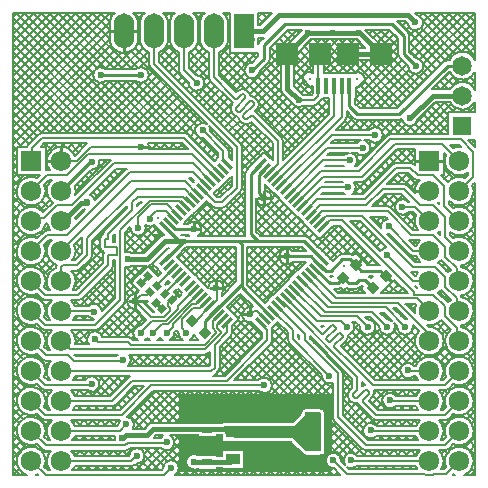
<source format=gtl>
G04*
G04 #@! TF.GenerationSoftware,Altium Limited,Altium Designer,24.1.2 (44)*
G04*
G04 Layer_Physical_Order=1*
G04 Layer_Color=255*
%FSLAX25Y25*%
%MOIN*%
G70*
G04*
G04 #@! TF.SameCoordinates,1DDA6136-DF48-45E1-A017-FCB5BA0D29E7*
G04*
G04*
G04 #@! TF.FilePolarity,Positive*
G04*
G01*
G75*
%ADD10C,0.00600*%
%ADD13C,0.01000*%
%ADD16R,0.04921X0.03740*%
%ADD17R,0.04921X0.12598*%
%ADD18P,0.04454X4X270.0*%
%ADD19P,0.04454X4X360.0*%
G04:AMPARAMS|DCode=20|XSize=47mil|YSize=12mil|CornerRadius=0mil|HoleSize=0mil|Usage=FLASHONLY|Rotation=315.000|XOffset=0mil|YOffset=0mil|HoleType=Round|Shape=Rectangle|*
%AMROTATEDRECTD20*
4,1,4,-0.02086,0.01237,-0.01237,0.02086,0.02086,-0.01237,0.01237,-0.02086,-0.02086,0.01237,0.0*
%
%ADD20ROTATEDRECTD20*%

G04:AMPARAMS|DCode=21|XSize=47mil|YSize=12mil|CornerRadius=0mil|HoleSize=0mil|Usage=FLASHONLY|Rotation=225.000|XOffset=0mil|YOffset=0mil|HoleType=Round|Shape=Rectangle|*
%AMROTATEDRECTD21*
4,1,4,0.01237,0.02086,0.02086,0.01237,-0.01237,-0.02086,-0.02086,-0.01237,0.01237,0.02086,0.0*
%
%ADD21ROTATEDRECTD21*%

G04:AMPARAMS|DCode=22|XSize=23.62mil|YSize=19.68mil|CornerRadius=0mil|HoleSize=0mil|Usage=FLASHONLY|Rotation=315.000|XOffset=0mil|YOffset=0mil|HoleType=Round|Shape=Rectangle|*
%AMROTATEDRECTD22*
4,1,4,-0.01531,0.00139,-0.00139,0.01531,0.01531,-0.00139,0.00139,-0.01531,-0.01531,0.00139,0.0*
%
%ADD22ROTATEDRECTD22*%

%ADD23R,0.03701X0.02126*%
%ADD24R,0.01575X0.05315*%
%ADD25R,0.07480X0.07480*%
G04:AMPARAMS|DCode=26|XSize=23.62mil|YSize=19.68mil|CornerRadius=0mil|HoleSize=0mil|Usage=FLASHONLY|Rotation=45.000|XOffset=0mil|YOffset=0mil|HoleType=Round|Shape=Rectangle|*
%AMROTATEDRECTD26*
4,1,4,-0.00139,-0.01531,-0.01531,-0.00139,0.00139,0.01531,0.01531,0.00139,-0.00139,-0.01531,0.0*
%
%ADD26ROTATEDRECTD26*%

%ADD43C,0.00800*%
%ADD44C,0.01500*%
%ADD45C,0.00900*%
%ADD46C,0.00598*%
%ADD47C,0.00700*%
%ADD48C,0.06791*%
%ADD49R,0.06791X0.06791*%
%ADD50C,0.01083*%
%ADD51O,0.06791X0.11811*%
%ADD52R,0.06791X0.11811*%
%ADD53R,0.06496X0.06496*%
%ADD54C,0.06496*%
%ADD55C,0.02362*%
G36*
X104344Y22344D02*
X104500Y22058D01*
Y21352D01*
X104500Y21352D01*
X104500Y21352D01*
Y21075D01*
X104500Y21075D01*
X104500Y21074D01*
Y18524D01*
X104500Y18523D01*
X104500Y18523D01*
Y18246D01*
X104500Y18246D01*
X104500Y18246D01*
Y15695D01*
X104500Y15695D01*
X104500Y15695D01*
Y15418D01*
X104500Y15418D01*
X104500Y15418D01*
Y12867D01*
X104500Y12867D01*
X104500Y12867D01*
Y12589D01*
X104500Y12589D01*
X104500Y12589D01*
Y10038D01*
X104500Y10038D01*
X104500Y10038D01*
Y9787D01*
X104108Y9501D01*
X104024D01*
X104018Y9500D01*
X102236D01*
X102236Y9500D01*
X102236Y9500D01*
X99741D01*
X99741Y9500D01*
X99641Y9500D01*
X99609Y9506D01*
X99455Y9570D01*
X99455Y9570D01*
X99455Y9570D01*
X99407Y9590D01*
X99401Y9599D01*
X99146Y9854D01*
X95512Y13488D01*
X95512Y13488D01*
X95512Y13488D01*
X95418Y13582D01*
X95418Y13582D01*
X95418Y13582D01*
X95299Y13701D01*
X94968Y13922D01*
X94578Y14000D01*
X94409D01*
X94409Y14000D01*
X94409Y14000D01*
X92079D01*
X92079Y14000D01*
X92079Y14000D01*
X91769D01*
X91769Y14000D01*
X91768Y14000D01*
X89251D01*
X89251Y14000D01*
X89251Y14000D01*
X88940D01*
X88940Y14000D01*
X88940Y14000D01*
X86423D01*
X86422Y14000D01*
X86422Y14000D01*
X86112D01*
X86112Y14000D01*
X86112Y14000D01*
X83594D01*
X83594Y14000D01*
X83594Y14000D01*
X83283D01*
X83283Y14000D01*
X83283Y14000D01*
X80766D01*
X80766Y14000D01*
X80765Y14000D01*
X77937D01*
X77937Y14000D01*
X77937Y14000D01*
X76238D01*
X76223Y14005D01*
X76173Y14009D01*
X76126Y14029D01*
X76104Y14033D01*
X76081Y14049D01*
X76079Y14049D01*
X76045Y14072D01*
X75995Y14082D01*
X75951Y14106D01*
X75802Y14120D01*
X75655Y14150D01*
X75574D01*
X75535Y14157D01*
X74955D01*
X74955Y14157D01*
X74955Y14157D01*
X74951D01*
X74951Y14157D01*
X74951Y14157D01*
X72681D01*
Y14685D01*
X72681Y14685D01*
X72681Y14685D01*
Y14850D01*
X72673Y14889D01*
Y15216D01*
X72596Y15606D01*
X72374Y15937D01*
X72044Y16158D01*
X71653Y16235D01*
Y17765D01*
X72044Y17842D01*
X72044Y17843D01*
X73010D01*
X73010Y17843D01*
X73010Y17843D01*
X74068D01*
X74068Y17843D01*
X74068Y17843D01*
X75726D01*
X75765Y17851D01*
X75847D01*
X75945Y17870D01*
X76046D01*
X76139Y17909D01*
X76237Y17928D01*
X76285Y17960D01*
X76485Y18000D01*
X76739D01*
X76739Y18000D01*
X76739Y18000D01*
X78824D01*
X78825Y18000D01*
X78825Y18000D01*
X79568D01*
X79568Y18000D01*
X79568Y18000D01*
X81653D01*
X81653Y18000D01*
X81653Y18000D01*
X82396D01*
X82396Y18000D01*
X82396Y18000D01*
X84481D01*
X84481Y18000D01*
X84481Y18000D01*
X85224D01*
X85224Y18000D01*
X85224Y18000D01*
X87310D01*
X87310Y18000D01*
X87310Y18000D01*
X88053D01*
X88053Y18000D01*
X88053Y18000D01*
X90138D01*
X90138Y18000D01*
X90138Y18000D01*
X90881D01*
X90881Y18000D01*
X90881Y18000D01*
X92967D01*
X92967Y18000D01*
X92967Y18000D01*
X93710D01*
X93710Y18000D01*
X93710Y18000D01*
X94909D01*
X94909Y18000D01*
X94909Y18000D01*
X95078D01*
X95468Y18078D01*
X95799Y18299D01*
X98582Y21082D01*
X98582Y21082D01*
X98582Y21082D01*
X98701Y21201D01*
X98830Y21394D01*
X99000Y21500D01*
Y21991D01*
X99002Y21999D01*
Y22091D01*
X99054Y22167D01*
X99057Y22174D01*
X99264Y22473D01*
X99273Y22494D01*
X99283Y22499D01*
X99291Y22500D01*
X100295D01*
X100295Y22500D01*
X100295Y22500D01*
X103123D01*
X103123Y22500D01*
X103124Y22500D01*
X103352D01*
X103352Y22500D01*
X103352Y22500D01*
X104058D01*
X104344Y22344D01*
D02*
G37*
G36*
X108000Y8654D02*
X107264Y8349D01*
X106651Y7735D01*
X106319Y6934D01*
Y6066D01*
X106651Y5265D01*
X107264Y4651D01*
X108000Y4346D01*
Y3000D01*
X107500Y2500D01*
X57354D01*
X57002Y2854D01*
X57054Y15216D01*
X63650D01*
Y14638D01*
X69350D01*
Y15216D01*
X71553D01*
X71637Y15199D01*
X71653Y15115D01*
Y13130D01*
X75554D01*
X75603Y13120D01*
X75653D01*
X75702Y13106D01*
X75709Y13105D01*
X75736Y13087D01*
X75783Y13068D01*
X75859Y13052D01*
X75906Y13033D01*
X75928Y13029D01*
X75942Y13024D01*
X75992Y13019D01*
X76073Y12995D01*
X76124Y12990D01*
X76157Y12993D01*
X76173Y12990D01*
X76182Y12992D01*
X76238Y12980D01*
X77937D01*
X77937Y12980D01*
X77937Y12980D01*
X80765D01*
X80766Y12980D01*
X80766Y12980D01*
X83283D01*
X83283Y12980D01*
X83283Y12980D01*
X83594D01*
X83594Y12980D01*
X83594Y12980D01*
X86112D01*
X86112Y12980D01*
X86112Y12980D01*
X86422D01*
X86422Y12980D01*
X86423Y12980D01*
X88940D01*
X88940Y12980D01*
X88940Y12980D01*
X89251D01*
X89251Y12980D01*
X89251Y12980D01*
X91768D01*
X91769Y12980D01*
X91769Y12980D01*
X92079D01*
X92079Y12980D01*
X92079Y12980D01*
X94409D01*
X94409Y12980D01*
X94409Y12980D01*
X94477D01*
X94570Y12962D01*
X94649Y12909D01*
X94697Y12861D01*
X94697Y12861D01*
X94697Y12861D01*
X94791Y12767D01*
X94791Y12767D01*
X94791Y12767D01*
X98425Y9133D01*
Y8701D01*
X98925D01*
X98931Y8696D01*
X98931Y8696D01*
X98962Y8684D01*
X99017Y8648D01*
X99065Y8628D01*
X99219Y8564D01*
X99250Y8558D01*
X99251Y8558D01*
X99317Y8545D01*
X99410Y8506D01*
X99441Y8500D01*
X99542Y8500D01*
X99609Y8487D01*
X99609Y8487D01*
X99641Y8480D01*
X99741Y8480D01*
X99741Y8480D01*
X102236D01*
X102236Y8480D01*
X102236Y8480D01*
X104018D01*
X104024Y8482D01*
X104108D01*
X104201Y8500D01*
X104217D01*
X104223Y8501D01*
X104233Y8505D01*
X104347Y8510D01*
X104419Y8544D01*
X104498Y8559D01*
X104598Y8626D01*
X104708Y8677D01*
X104741Y8701D01*
X105347D01*
Y9229D01*
X105370Y9255D01*
X105397Y9330D01*
X105442Y9397D01*
X105465Y9515D01*
X105507Y9628D01*
X105504Y9708D01*
X105520Y9787D01*
Y10038D01*
X105520Y10038D01*
X105520Y10038D01*
Y12589D01*
X105520Y12589D01*
X105520Y12589D01*
Y12867D01*
X105520Y12867D01*
X105520Y12867D01*
Y15418D01*
X105520Y15418D01*
X105520Y15418D01*
Y15695D01*
X105520Y15695D01*
X105520Y15695D01*
Y18246D01*
X105520Y18246D01*
X105520Y18246D01*
Y18523D01*
X105520Y18523D01*
X105520Y18524D01*
Y21074D01*
X105520Y21075D01*
X105520Y21075D01*
Y21352D01*
X105520Y21352D01*
X105520Y21352D01*
Y22058D01*
X105509Y22112D01*
X105514Y22167D01*
X105470Y22306D01*
X105442Y22448D01*
X105412Y22494D01*
X105395Y22546D01*
X105347Y22636D01*
Y23299D01*
X104722D01*
X104546Y23395D01*
X104494Y23412D01*
X104448Y23442D01*
X104306Y23470D01*
X104167Y23514D01*
X104112Y23509D01*
X104058Y23520D01*
X103352D01*
X103352Y23520D01*
X103352Y23520D01*
X103124D01*
X103123Y23520D01*
X103123Y23520D01*
X100295D01*
X100295Y23520D01*
X100295Y23520D01*
X99291D01*
X99283Y23518D01*
X99283Y23518D01*
X99199Y23502D01*
X99107Y23503D01*
X99099Y23501D01*
X98999Y23462D01*
X98958Y23453D01*
X98898Y23442D01*
X98896Y23441D01*
X98893Y23440D01*
X98883Y23436D01*
X98807Y23385D01*
X98729Y23355D01*
X98672Y23299D01*
X98425D01*
Y23053D01*
X98218Y22753D01*
X98215Y22746D01*
X98215Y22746D01*
X98163Y22670D01*
X98126Y22586D01*
X98121Y22579D01*
X98118Y22572D01*
X98117Y22567D01*
X98060Y22481D01*
X98041Y22390D01*
X98005Y22305D01*
X98003Y22201D01*
X98002Y22198D01*
X98000Y22190D01*
Y22181D01*
X97982Y22091D01*
Y21999D01*
X97980Y21991D01*
Y21958D01*
X97909Y21851D01*
X97861Y21803D01*
X97861Y21803D01*
X97861Y21803D01*
X95149Y19091D01*
X95070Y19038D01*
X94977Y19020D01*
X94909D01*
X94909Y19020D01*
X94909Y19020D01*
X93710D01*
X93710Y19020D01*
X93710Y19020D01*
X92967D01*
X92967Y19020D01*
X92967Y19020D01*
X90881D01*
X90881Y19020D01*
X90881Y19020D01*
X90138D01*
X90138Y19020D01*
X90138Y19020D01*
X88053D01*
X88053Y19020D01*
X88053Y19020D01*
X87310D01*
X87310Y19020D01*
X87310Y19020D01*
X85224D01*
X85224Y19020D01*
X85224Y19020D01*
X84481D01*
X84481Y19020D01*
X84481Y19020D01*
X82396D01*
X82396Y19020D01*
X82396Y19020D01*
X81653D01*
X81653Y19020D01*
X81653Y19020D01*
X79568D01*
X79568Y19020D01*
X79568Y19020D01*
X78825D01*
X78825Y19020D01*
X78824Y19020D01*
X76739D01*
X76739Y19020D01*
X76739Y19020D01*
X76485D01*
X76387Y19000D01*
X76286D01*
X76086Y18960D01*
X76086D01*
X75981Y18917D01*
X75940Y18909D01*
X75847Y18870D01*
X75847Y18870D01*
X71653D01*
Y18804D01*
X71553Y18784D01*
X57423D01*
X57070Y19139D01*
X57109Y28389D01*
X57378Y28500D01*
X108000D01*
Y8654D01*
D02*
G37*
%LPC*%
G36*
X78575Y9815D02*
X71653D01*
Y7784D01*
X69350D01*
Y7913D01*
X63650D01*
X63650Y7913D01*
X63150Y7885D01*
X62434Y8181D01*
X61566D01*
X60764Y7849D01*
X60151Y7236D01*
X59819Y6434D01*
Y5566D01*
X60151Y4764D01*
X60764Y4151D01*
X61566Y3819D01*
X62434D01*
X63150Y4115D01*
X63470Y3985D01*
X63650Y3858D01*
Y3787D01*
X69350D01*
Y4216D01*
X71653D01*
Y4075D01*
X78575D01*
Y9815D01*
D02*
G37*
%LPD*%
D10*
X138663Y2000D02*
X139586Y1704D01*
X140551Y1603D01*
X141516Y1704D01*
X142440Y2000D01*
X52931Y12431D02*
X53000Y12500D01*
X40142Y12431D02*
X52931D01*
X111000Y53000D02*
X113000Y51000D01*
X107379Y86500D02*
X111491D01*
X105187Y84308D02*
X107379Y86500D01*
X53009Y49000D02*
X55004Y50996D01*
X53000Y49000D02*
X53009D01*
X55004Y50996D02*
Y52060D01*
X48500Y49000D02*
X51537Y52037D01*
X53426D01*
X44500Y49374D02*
X48263Y53137D01*
X53426Y52037D02*
X61060Y59671D01*
X48263Y53137D02*
X52637D01*
X33500Y80325D02*
Y82000D01*
X32312Y80325D02*
X33500D01*
X32312Y77725D02*
Y80325D01*
Y77725D02*
X36401D01*
Y75125D02*
Y77725D01*
X33500Y75125D02*
X36401D01*
X33500Y72225D02*
Y75125D01*
Y71500D02*
Y72225D01*
X83178Y56207D02*
X85700Y53685D01*
X81025Y55197D02*
X82036Y56207D01*
X83178D01*
X80803Y55197D02*
X81025D01*
X67605Y57861D02*
Y57944D01*
X69613Y59952D01*
Y63887D01*
X69500Y64000D02*
X69613Y63887D01*
X62744Y53000D02*
X67605Y57861D01*
X61500Y53000D02*
X62744D01*
X71780Y53549D02*
Y53685D01*
X69799Y50805D02*
X71143Y49461D01*
X69799Y51567D02*
X71780Y53549D01*
X69799Y50805D02*
Y51567D01*
X68407Y50641D02*
X69588Y49461D01*
X70389Y54940D02*
Y55077D01*
X68407Y52959D02*
X70389Y54940D01*
X68407Y50641D02*
Y52959D01*
X64118Y57249D02*
X66122Y59253D01*
X61749Y57249D02*
X64118D01*
X58000Y53500D02*
X61749Y57249D01*
X66122Y59253D02*
X66213D01*
X55004Y52060D02*
X61476Y58532D01*
X62708D01*
X64821Y60645D01*
X67827Y36299D02*
X69000Y37472D01*
X73172Y49172D02*
Y52293D01*
X69000Y37472D02*
Y45000D01*
X73172Y49172D01*
X41000Y45000D02*
X65624D01*
X65679Y43500D02*
X71143Y48964D01*
Y49461D01*
X20673Y43500D02*
X65679D01*
X69588Y48964D02*
Y49461D01*
X65624Y45000D02*
X69588Y48964D01*
X58000Y50500D02*
X59500Y49000D01*
X58000Y50500D02*
Y53500D01*
X61060Y59671D02*
X61063D01*
X63429Y62037D01*
X52637Y53137D02*
X56608Y57108D01*
Y58000D01*
X62037Y63429D01*
X17874Y36299D02*
X67827D01*
X111491Y86500D02*
X124746Y73246D01*
Y73246D02*
Y73246D01*
X135274Y61603D02*
Y62717D01*
X124746Y73246D02*
X135274Y62717D01*
X94051Y62037D02*
X103088Y53000D01*
X104372Y54500D02*
X116500D01*
X95443Y63429D02*
X104372Y54500D01*
X103088Y53000D02*
X111000D01*
X98227Y66213D02*
X106940Y57500D01*
X99619Y67605D02*
X108224Y59000D01*
X105656Y56000D02*
X121500D01*
X106940Y57500D02*
X126000D01*
X108224Y59000D02*
X130000D01*
X96835Y64821D02*
X105656Y56000D01*
X37500Y83178D02*
X47422Y93100D01*
X29103Y51604D02*
X37500Y60000D01*
X47422Y93100D02*
X57023D01*
X58855Y91268D01*
X59253D01*
X47878Y92000D02*
X52953D01*
X43500Y87622D02*
X47878Y92000D01*
X76346Y97346D02*
Y111154D01*
X71500Y92500D02*
X76346Y97346D01*
X39211Y11500D02*
X40142Y12431D01*
X12673Y11500D02*
X39211D01*
X74884Y128115D02*
X75914Y127086D01*
X76544D01*
X78013Y128555D01*
X78642D01*
X79272Y127925D01*
Y127295D02*
Y127925D01*
X76020Y124043D02*
X79272Y127295D01*
X76020Y123413D02*
Y124043D01*
Y123413D02*
X76649Y122783D01*
X77279D01*
X80704Y126208D01*
X81334D01*
X81964Y125579D01*
Y124949D02*
Y125579D01*
X78539Y121524D02*
X81964Y124949D01*
X78539Y120894D02*
Y121524D01*
Y120894D02*
X79168Y120264D01*
X79798D01*
X80952Y121418D01*
X81582D01*
X81794Y121206D01*
X68740Y134260D02*
X74884Y128115D01*
X81794Y121206D02*
X90000Y113000D01*
Y105311D02*
Y113000D01*
X58740Y136579D02*
Y149606D01*
Y136579D02*
X63000Y132319D01*
X48740Y138760D02*
X76346Y111154D01*
X52000Y1500D02*
X54500Y4000D01*
X12673Y1500D02*
X52000D01*
X7874Y6299D02*
X12673Y1500D01*
X58792Y114000D02*
X59646Y113146D01*
X8109Y110609D02*
X11500Y114000D01*
X58792D01*
X59646Y113146D02*
X70389Y102403D01*
X8109Y106534D02*
Y110609D01*
X22959Y106299D02*
X27660Y111000D01*
X44500D01*
X17874Y106299D02*
X22959D01*
X27594Y106019D02*
X28000D01*
X95000Y46991D02*
X107246Y34746D01*
X95000Y46991D02*
Y49953D01*
X146428Y2176D02*
X150551Y6299D01*
X113000Y2000D02*
X138663D01*
X108500Y6500D02*
X113000Y2000D01*
X142440D02*
X146252Y2000D01*
X146428Y2176D01*
X88484Y101011D02*
X108724Y121252D01*
Y131468D01*
X111284Y121027D02*
Y131468D01*
X89876Y99619D02*
X111284Y121027D01*
X118356Y26144D02*
X122698Y21802D01*
X118356Y26144D02*
Y26773D01*
X120359Y28776D01*
Y29406D01*
X119729Y30035D02*
X120359Y29406D01*
X119099Y30035D02*
X119729D01*
X116325Y27261D02*
X119099Y30035D01*
X115696Y27261D02*
X116325D01*
X115066Y27891D02*
X115696Y27261D01*
X115066Y27891D02*
Y28521D01*
X116500Y29955D01*
Y34418D01*
X122698Y21802D02*
X122897Y21603D01*
X108890Y44415D02*
X114811Y38493D01*
X108890Y44415D02*
Y44912D01*
X111662Y47684D01*
Y47936D01*
X110654Y48944D02*
X111662Y47936D01*
X110403Y48944D02*
X110654D01*
X107441Y45982D02*
X110403Y48944D01*
X107189Y45982D02*
X107441D01*
X106181Y46989D02*
X107189Y45982D01*
X106181Y46989D02*
Y47241D01*
X109425Y50485D01*
Y50737D01*
X108418Y51745D02*
X109425Y50737D01*
X108166Y51745D02*
X108418D01*
X105112Y48690D02*
X108166Y51745D01*
X104614Y48690D02*
X105112D01*
X104402Y48902D02*
X104614Y48690D01*
X114811Y38493D02*
X121701Y31604D01*
X92660Y60645D02*
X104402Y48902D01*
X47763Y54237D02*
X52042D01*
X54201Y56396D01*
Y57445D01*
X42500Y59500D02*
X47763Y54237D01*
X44500Y49000D02*
Y49374D01*
X58974Y97000D02*
X61922Y94051D01*
X26500Y80500D02*
X43000Y97000D01*
X58974D01*
X41075Y99500D02*
X59189D01*
X17874Y76299D02*
X41075Y99500D01*
X59189D02*
X63246Y95443D01*
X61718Y102500D02*
X65991Y98227D01*
X19819Y81603D02*
X40716Y102500D01*
X61718D01*
X21603Y91603D02*
X35500Y105500D01*
X61724D02*
X67605Y99619D01*
X35500Y105500D02*
X61724D01*
X26715Y108500D02*
X61508D01*
X19819Y101603D02*
X26715Y108500D01*
X61508D02*
X68997Y101011D01*
X46474Y61500D02*
X47533Y62558D01*
X44500Y61500D02*
X46474D01*
X42500Y59500D02*
X44500Y61500D01*
X47533Y62558D02*
X47584D01*
X12570Y61603D02*
X23604D01*
X33500Y82000D02*
X41500Y90000D01*
Y92500D01*
X15929Y51604D02*
X29103D01*
X28701Y56299D02*
X28850Y56150D01*
X17874Y56299D02*
X28701D01*
X7874Y66299D02*
X12570Y61603D01*
X15918Y51615D02*
X15929Y51604D01*
X29000Y47000D02*
X30000Y46000D01*
X40000D01*
X41000Y45000D01*
X12558Y51615D02*
X15918D01*
X7874Y56299D02*
X12558Y51615D01*
X53500Y59000D02*
X54418Y59918D01*
X53500Y58146D02*
X54201Y57445D01*
X54418Y59918D02*
X54645D01*
X53500Y58146D02*
Y59000D01*
X49811Y65122D02*
X55077Y70389D01*
X49811Y64785D02*
Y65122D01*
X52418Y62145D02*
Y62161D01*
X57861Y67605D01*
X17874Y46299D02*
X20673Y43500D01*
X22000Y39500D02*
X38000D01*
X38500Y40000D01*
X20000Y41500D02*
X22000Y39500D01*
X12673Y41500D02*
X20000D01*
X7874Y46299D02*
X12673Y41500D01*
X12570Y31604D02*
X27604D01*
X28000Y32000D01*
X73000Y33000D02*
X86500Y46500D01*
X34799Y26299D02*
X41500Y33000D01*
X73000D01*
X65000Y116500D02*
X71935Y109565D01*
Y106424D02*
X73172Y105187D01*
X71935Y106424D02*
Y109565D01*
X91268Y98227D02*
X108040Y115000D01*
X122500D01*
X106576Y110751D02*
X118287D01*
X92660Y96835D02*
X106576Y110751D01*
X94051Y95443D02*
X105108Y106500D01*
X114000D01*
X87092Y102403D02*
X90000Y105311D01*
X68740Y134260D02*
Y149606D01*
X47878Y31500D02*
X85500D01*
X37981Y21603D02*
X47878Y31500D01*
X104460Y97500D02*
X113500D01*
X98227Y91268D02*
X104460Y97500D01*
X105176Y101000D02*
X118000D01*
X96835Y92660D02*
X105176Y101000D01*
X118000D02*
X129000Y112000D01*
X117000Y103000D02*
X127500Y113500D01*
X104392Y103000D02*
X117000D01*
X95443Y94051D02*
X104392Y103000D01*
X103244Y93500D02*
X119000D01*
X104027Y91500D02*
X119500D01*
X126622Y89500D02*
X134519Y81603D01*
X104811Y89500D02*
X126622D01*
X134519Y81603D02*
X141887D01*
X127000Y84500D02*
X135201Y76299D01*
X126500Y75000D02*
X135201Y66299D01*
X140551D01*
X135274Y61603D02*
X141887D01*
X135122Y71000D02*
X142491D01*
X118122Y88000D02*
X135122Y71000D01*
X106095Y88000D02*
X118122D01*
X127500Y113500D02*
X151000D01*
X129500Y104000D02*
X134221D01*
X119000Y93500D02*
X129500Y104000D01*
X119500Y91500D02*
X125000Y97000D01*
X131953D01*
X134221Y104000D02*
X136617Y101603D01*
X131953Y97000D02*
X137349Y91603D01*
X136617Y101603D02*
X141887D01*
X131500Y91000D02*
X135850D01*
X64821Y96835D02*
X69156Y92500D01*
X71500D01*
X129000Y112000D02*
X144850D01*
X137349Y91603D02*
X141887D01*
X145855Y87636D01*
Y80995D02*
Y87636D01*
Y80995D02*
X150551Y76299D01*
X99619Y89876D02*
X103244Y93500D01*
X141887Y101603D02*
X145500Y97991D01*
Y91350D02*
Y97991D01*
Y91350D02*
X150551Y86299D01*
X135850Y91000D02*
X140551Y86299D01*
X135201Y76299D02*
X140551D01*
X151000Y113500D02*
X155247Y109253D01*
X144850Y112000D02*
X150551Y106299D01*
X155247Y100995D02*
Y109253D01*
X150551Y96299D02*
X155247Y100995D01*
X142491Y71000D02*
X145855Y67636D01*
X141887Y61603D02*
X145627Y57864D01*
X109504Y60504D02*
X136347D01*
X140551Y56299D01*
X101011Y68997D02*
X109504Y60504D01*
X145855Y31604D02*
X150551Y36299D01*
X121701Y31604D02*
X145855D01*
X122897Y21603D02*
X145855D01*
X91665Y59253D02*
X116500Y34418D01*
X98966Y46534D02*
Y48771D01*
Y46534D02*
X110000Y35500D01*
Y21000D02*
Y35500D01*
Y21000D02*
X119396Y11603D01*
X145855Y21603D02*
X150551Y26299D01*
X119396Y11603D02*
X145855D01*
X150551Y16299D01*
X141887Y81603D02*
X145855Y77636D01*
Y74354D02*
X149615Y70595D01*
Y67236D02*
Y70595D01*
X145855Y74354D02*
Y77636D01*
X149615Y67236D02*
X150551Y66299D01*
X103795Y85700D02*
X106095Y88000D01*
X145855Y64354D02*
Y67636D01*
Y64354D02*
X149615Y60595D01*
Y57236D02*
Y60595D01*
Y57236D02*
X150551Y56299D01*
X145627Y54583D02*
Y57864D01*
Y54583D02*
X149615Y50595D01*
Y47236D02*
Y50595D01*
Y47236D02*
X150551Y46299D01*
X102403Y87092D02*
X104811Y89500D01*
X101011Y88484D02*
X104027Y91500D01*
X12570Y21603D02*
X37981D01*
X43500Y84000D02*
Y87622D01*
X47500Y87000D02*
Y87519D01*
X49481Y89500D01*
X52669D01*
X59253Y90870D02*
Y91268D01*
X41500Y92500D02*
X43441Y94441D01*
X60247Y92660D02*
X60645D01*
X58466Y94441D02*
X60247Y92660D01*
X43441Y94441D02*
X58466D01*
X26500Y75000D02*
Y80500D01*
X23000Y71500D02*
X26500Y75000D01*
X17874Y70874D02*
X18500Y71500D01*
X23000D01*
X17874Y66299D02*
Y70874D01*
X52669Y89500D02*
X55077Y87092D01*
X52953Y92000D02*
X56469Y88484D01*
X37299Y16299D02*
X39500Y18500D01*
X17874Y16299D02*
X37299D01*
X42842Y8000D02*
X43000D01*
X17874Y6299D02*
X41141D01*
X42842Y8000D01*
X7874Y16299D02*
X12673Y11500D01*
X7874Y36299D02*
X12570Y31604D01*
X7874Y26299D02*
X12570Y21603D01*
X48740Y138760D02*
Y149606D01*
X61922Y94051D02*
X62037D01*
X63246Y95443D02*
X63429D01*
X65991Y98227D02*
X66213D01*
X17874Y26299D02*
X34799D01*
X7874Y76299D02*
X13178Y81603D01*
X19819D01*
X16538Y91603D02*
X21603D01*
X7874Y96299D02*
X13178Y101603D01*
X19819D01*
X12170Y87236D02*
X16538Y91603D01*
X8810Y87236D02*
X12170D01*
X7874Y86299D02*
X8810Y87236D01*
X84308Y52293D02*
Y52293D01*
X86500Y46500D02*
Y50101D01*
X84308Y52293D02*
X86500Y50101D01*
X89876Y57861D02*
X98966Y48771D01*
X88484Y56469D02*
X95000Y49953D01*
X121100Y16400D02*
X140451D01*
X121000Y16500D02*
X121100Y16400D01*
X140451D02*
X140551Y16299D01*
X91268Y59253D02*
X91665D01*
X140451Y36400D02*
X140551Y36299D01*
X133600Y36400D02*
X140451D01*
X133500Y36500D02*
X133600Y36400D01*
X140451Y26400D02*
X140551Y26299D01*
X127600Y26400D02*
X140451D01*
X127500Y26500D02*
X127600Y26400D01*
X114600Y6400D02*
X140451D01*
X114500Y6500D02*
X114600Y6400D01*
X140451D02*
X140551Y6299D01*
X126000Y57500D02*
X132500Y51000D01*
X121500Y56000D02*
X126500Y51000D01*
X116500Y54500D02*
X120000Y51000D01*
X130000Y59000D02*
X131500Y57500D01*
X131500D02*
X139366Y49633D01*
Y47484D02*
X140551Y46299D01*
X139366Y47484D02*
Y49633D01*
X131500Y57500D02*
X131500D01*
D13*
X140551Y106299D02*
X144947D01*
X136155D02*
X140551D01*
X136155Y96299D02*
X140551D01*
X85500Y94000D02*
X87681D01*
X85500D02*
Y96181D01*
Y91819D02*
Y94000D01*
X83319D02*
X85500D01*
X126000Y68000D02*
X127821Y66179D01*
X116000Y71500D02*
X117821Y73321D01*
X93000Y74500D02*
Y76681D01*
X90819Y74500D02*
X93000D01*
Y72319D02*
Y74500D01*
X80803Y55197D02*
Y57378D01*
X78622Y55197D02*
X80803D01*
X62000Y83500D02*
X64181D01*
X62000D02*
Y85681D01*
X38740Y149606D02*
X43136D01*
X34345D02*
X38740D01*
Y142701D02*
Y149606D01*
X44500Y111000D02*
X46681D01*
X17874Y106299D02*
Y110695D01*
X13478Y106299D02*
X17874D01*
X69500Y64000D02*
Y66181D01*
X67319Y64000D02*
X69500D01*
X71681D01*
X54645Y59918D02*
X56187Y61460D01*
X42500Y59500D02*
Y61681D01*
Y59500D02*
X44681D01*
X40319D02*
X42500D01*
Y57319D02*
Y59500D01*
X65676Y53148D02*
X68997Y56469D01*
X65676Y48824D02*
Y53148D01*
X77000Y79500D02*
X98859D01*
X78000Y64169D02*
X87092Y55077D01*
X77000Y79500D02*
X78000Y78500D01*
X58621Y79500D02*
X77000D01*
X98859D02*
X98860Y79500D01*
X52293Y73172D02*
X58621Y79500D01*
X78000Y65473D02*
Y78500D01*
Y64169D02*
Y65473D01*
X68997Y56469D02*
X78000Y65473D01*
X81000Y82000D02*
Y101879D01*
Y82000D02*
X83500Y79500D01*
X98860D02*
X105187Y73172D01*
X52293Y84308D02*
X57101Y79500D01*
X81000Y101879D02*
X84308Y105187D01*
X7874Y106299D02*
X8109Y106534D01*
X132000Y141969D02*
X135969Y138000D01*
X132000Y141969D02*
Y148000D01*
X135969Y138000D02*
X136000D01*
X128000Y152000D02*
X132000Y148000D01*
X92500Y152000D02*
X128000D01*
X85410Y144910D02*
X92500Y152000D01*
X85410Y140410D02*
Y144910D01*
X31000Y135000D02*
X44500D01*
X17874Y96299D02*
X27594Y106019D01*
X81500Y136500D02*
X85410Y140410D01*
X116500Y122000D02*
X130500D01*
X113842Y124657D02*
X116500Y122000D01*
X113842Y124657D02*
Y131468D01*
X130500Y122000D02*
X146610Y138110D01*
X151575D01*
D16*
X75114Y25055D02*
D03*
Y16000D02*
D03*
Y6945D02*
D03*
D17*
X101886Y16000D02*
D03*
D18*
X126000Y68000D02*
D03*
X121824Y63824D02*
D03*
X116000Y71500D02*
D03*
X111824Y67324D02*
D03*
D19*
X61500Y53000D02*
D03*
X65676Y48824D02*
D03*
D20*
X52293Y84308D02*
D03*
X53685Y85700D02*
D03*
X55077Y87092D02*
D03*
X56469Y88484D02*
D03*
X57861Y89876D02*
D03*
X59253Y91268D02*
D03*
X60645Y92660D02*
D03*
X62037Y94051D02*
D03*
X63429Y95443D02*
D03*
X64821Y96835D02*
D03*
X66213Y98227D02*
D03*
X67605Y99619D02*
D03*
X68997Y101011D02*
D03*
X70389Y102403D02*
D03*
X71780Y103795D02*
D03*
X73172Y105187D02*
D03*
X105187Y73172D02*
D03*
X103795Y71780D02*
D03*
X102403Y70389D02*
D03*
X101011Y68997D02*
D03*
X99619Y67605D02*
D03*
X98227Y66213D02*
D03*
X96835Y64821D02*
D03*
X95443Y63429D02*
D03*
X94051Y62037D02*
D03*
X92660Y60645D02*
D03*
X91268Y59253D02*
D03*
X89876Y57861D02*
D03*
X88484Y56469D02*
D03*
X87092Y55077D02*
D03*
X85700Y53685D02*
D03*
X84308Y52293D02*
D03*
D21*
Y105187D02*
D03*
X85700Y103795D02*
D03*
X87092Y102403D02*
D03*
X88484Y101011D02*
D03*
X89876Y99619D02*
D03*
X91268Y98227D02*
D03*
X92660Y96835D02*
D03*
X94051Y95443D02*
D03*
X95443Y94051D02*
D03*
X96835Y92660D02*
D03*
X98227Y91268D02*
D03*
X99619Y89876D02*
D03*
X101011Y88484D02*
D03*
X102403Y87092D02*
D03*
X103795Y85700D02*
D03*
X105187Y84308D02*
D03*
X73172Y52293D02*
D03*
X71780Y53685D02*
D03*
X70389Y55077D02*
D03*
X68997Y56469D02*
D03*
X67605Y57861D02*
D03*
X66213Y59253D02*
D03*
X64821Y60645D02*
D03*
X63429Y62037D02*
D03*
X62037Y63429D02*
D03*
X60645Y64821D02*
D03*
X59253Y66213D02*
D03*
X57861Y67605D02*
D03*
X56469Y68997D02*
D03*
X55077Y70389D02*
D03*
X53685Y71780D02*
D03*
X52293Y73172D02*
D03*
D22*
X44521Y65621D02*
D03*
X47584Y62558D02*
D03*
X49811Y64785D02*
D03*
X46749Y67848D02*
D03*
D23*
X66500Y12150D02*
D03*
Y5850D02*
D03*
Y23000D02*
D03*
Y16701D02*
D03*
D24*
X113842Y131468D02*
D03*
X111284D02*
D03*
X108724D02*
D03*
X106165D02*
D03*
X103606D02*
D03*
D25*
X124276Y142000D02*
D03*
X113449D02*
D03*
X104000D02*
D03*
X93173D02*
D03*
D26*
X49355Y59082D02*
D03*
X52418Y62145D02*
D03*
X54645Y59918D02*
D03*
X51582Y56855D02*
D03*
D43*
X155766Y140119D02*
X155265Y140937D01*
X154606Y141634D01*
X153819Y142181D01*
X152936Y142555D01*
X151995Y142739D01*
X151036Y142727D01*
X150100Y142518D01*
X149227Y142122D01*
X148453Y141554D01*
X147813Y140840D01*
X147333Y140010D01*
X147353Y136166D02*
X147839Y135345D01*
X148483Y134640D01*
X149257Y134081D01*
X150129Y133693D01*
X151062Y133491D01*
X152017Y133483D01*
X152953Y133671D01*
X153830Y134046D01*
X154613Y134593D01*
X155268Y135287D01*
X155766Y136101D01*
X138484Y152500D02*
X138334Y153368D01*
X137900Y154135D01*
X137234Y154711D01*
X136413Y155030D01*
X146610Y140010D02*
X145264Y139451D01*
X146610Y140010D02*
X145267Y139454D01*
X138581Y138000D02*
X138392Y138970D01*
X137852Y139798D01*
X137040Y140362D01*
X136076Y140580D01*
X155766Y130119D02*
X155223Y130990D01*
X154501Y131721D01*
X153637Y132276D01*
X152672Y132627D01*
X151654Y132758D01*
X150631Y132661D01*
X149655Y132343D01*
X148772Y131818D01*
X148027Y131113D01*
X147454Y130260D01*
Y125960D02*
X148027Y125108D01*
X148772Y124402D01*
X149655Y123877D01*
X150631Y123559D01*
X151654Y123463D01*
X152672Y123594D01*
X153637Y123945D01*
X154501Y124499D01*
X155223Y125230D01*
X155766Y126101D01*
X133373Y151990D02*
X133726Y151114D01*
X134370Y150424D01*
X135219Y150011D01*
X136159Y149932D01*
X137066Y150196D01*
X137817Y150768D01*
X138311Y151572D01*
X138484Y152500D01*
X133900Y148000D02*
X133344Y149344D01*
X133900Y148000D02*
X133341Y149346D01*
X130100Y141969D02*
X130659Y140623D01*
X130100Y141969D02*
X130657Y140626D01*
X133423Y137859D02*
X133665Y136900D01*
X134251Y136102D01*
X135094Y135583D01*
X136070Y135420D01*
X137036Y135636D01*
X137850Y136200D01*
X138391Y137029D01*
X138581Y138000D01*
X126426Y142000D02*
X126262Y142823D01*
X125796Y143520D01*
X126426Y142000D02*
X126262Y142823D01*
X125796Y143520D01*
X124276Y139850D02*
X125351Y140138D01*
X126137Y140925D01*
X126426Y142000D01*
X124276Y139850D02*
X125351Y140138D01*
X126137Y140925D01*
X126426Y142000D01*
X130500Y120100D02*
X131419Y120337D01*
X130500Y120100D02*
X131419Y120337D01*
X131419D02*
X131698Y119320D01*
X132360Y118499D01*
X133296Y118011D01*
X134348Y117939D01*
X135342Y118293D01*
X136110Y119016D01*
X136526Y119985D01*
X125081Y115000D02*
X124874Y116014D01*
X124284Y116865D01*
X123408Y117416D01*
X122386Y117579D01*
X121382Y117326D01*
X120558Y116700D01*
X127500Y115200D02*
X126298Y114702D01*
X127500Y115200D02*
X126296Y114700D01*
X120558Y113300D02*
X121382Y112674D01*
X122386Y112421D01*
X123408Y112584D01*
X124284Y113135D01*
X124874Y113986D01*
X125081Y115000D01*
X120868Y110751D02*
X120709Y111644D01*
X120252Y112426D01*
X119552Y113002D01*
X118696Y113300D01*
X151024Y111072D02*
X150191Y111081D01*
X149369Y110947D01*
X148582Y110672D01*
X146178Y108268D02*
X145869Y107335D01*
X145756Y106359D01*
X145844Y105380D01*
X146130Y104440D01*
X146602Y103578D01*
X147240Y102830D01*
X148016Y102228D01*
X148899Y101797D01*
X149852Y101555D01*
X150833Y101512D01*
X151803Y101670D01*
X152721Y102022D01*
X153547Y102554D01*
X155347Y96299D02*
X155240Y97306D01*
X154924Y98268D01*
X152520Y100672D02*
X151495Y101001D01*
X150422Y101093D01*
X149356Y100944D01*
X148350Y100560D01*
X147455Y99962D01*
X146716Y99179D01*
X147200Y92869D02*
X148002Y92238D01*
X148918Y91790D01*
X149909Y91547D01*
X150929Y91518D01*
X151932Y91707D01*
X152872Y92102D01*
X153707Y92688D01*
X154400Y93437D01*
X154918Y94316D01*
X155238Y95285D01*
X155347Y96299D01*
X135425Y105200D02*
X134221Y105700D01*
X135423Y105202D02*
X134221Y105700D01*
X143431Y92464D02*
X143800Y92772D01*
X135415Y100401D02*
X136617Y99904D01*
X135413Y100403D02*
X136617Y99904D01*
X137388D02*
X136729Y99196D01*
X136226Y98371D01*
X135899Y97462D01*
X135760Y96506D01*
X135816Y95541D01*
X147555Y82554D02*
X148377Y82025D01*
X149289Y81673D01*
X150253Y81513D01*
X151229Y81552D01*
X152178Y81788D01*
X153058Y82211D01*
X153835Y82804D01*
X154475Y83543D01*
X154953Y84395D01*
X155247Y85327D01*
X155347Y86299D01*
X155252Y87249D01*
X154971Y88161D01*
X154514Y89000D01*
X153901Y89731D01*
X153155Y90327D01*
X152305Y90763D01*
X151387Y91022D01*
X150435Y91093D01*
X149487Y90975D01*
X148582Y90672D01*
X155347Y76299D02*
X155252Y77249D01*
X154971Y78161D01*
X154514Y79000D01*
X153901Y79731D01*
X153155Y80327D01*
X152305Y80762D01*
X151387Y81021D01*
X150435Y81094D01*
X149487Y80975D01*
X148582Y80672D01*
X143431Y82464D02*
X144156Y83136D01*
X136178Y88268D02*
X135854Y87268D01*
X135756Y86222D01*
X135888Y85180D01*
X136244Y84191D01*
X136806Y83303D01*
X137388Y79904D02*
X136611Y79032D01*
X136067Y77999D01*
X133873Y80031D02*
X134519Y79904D01*
X133999Y75097D02*
X135201Y74599D01*
X133997Y75099D02*
X135201Y74599D01*
X133157Y98200D02*
X131953Y98700D01*
X133155Y98202D02*
X131953Y98700D01*
X129500Y105700D02*
X128298Y105202D01*
X129500Y105700D02*
X128296Y105200D01*
X116345Y109052D02*
X117169Y108425D01*
X118173Y108173D01*
X119195Y108335D01*
X120071Y108887D01*
X120661Y109738D01*
X120868Y110751D01*
X127826Y90700D02*
X126622Y91200D01*
X127824Y90702D02*
X126622Y91200D01*
X133442Y92700D02*
X132690Y93291D01*
X131774Y93567D01*
X130821Y93490D01*
X129961Y93072D01*
X129312Y92369D01*
X128964Y91478D01*
Y90522D01*
X129312Y89631D01*
X129961Y88928D01*
X130821Y88510D01*
X131774Y88433D01*
X132690Y88709D01*
X133442Y89300D01*
X133873Y80031D02*
X134519Y79904D01*
X126660Y87059D02*
X125687Y86722D01*
X124924Y86033D01*
X124490Y85100D01*
X124455Y84072D01*
X126572Y81955D02*
X127171Y81925D01*
X126160Y77559D02*
X125016Y77112D01*
X124208Y76187D01*
X113449Y144150D02*
X112516Y143937D01*
X111768Y143341D01*
X111353Y142478D01*
X111353Y141522D01*
X111768Y140659D01*
X112516Y140063D01*
X113449Y139850D01*
X105691Y141841D02*
X105379Y142868D01*
X104549Y143550D01*
X103480Y143655D01*
X102532Y143149D01*
X102298Y142914D02*
X101804Y142024D01*
X101856Y141006D01*
X105356Y140780D02*
X105691Y141841D01*
X119081Y133535D02*
X118842Y134598D01*
X118172Y135456D01*
X117198Y135945D01*
X116109Y135969D01*
X115115Y135526D01*
X116030Y131119D02*
X117139Y131112D01*
X118140Y131589D01*
X118833Y132455D01*
X119081Y133535D01*
X104844Y126869D02*
X105212Y127411D01*
X101856Y135805D02*
X100899Y136018D01*
X99934Y135843D01*
X99112Y135308D01*
X98561Y134497D01*
X98368Y133535D01*
X98561Y132574D01*
X99112Y131763D01*
X99934Y131228D01*
X100899Y131053D01*
X101856Y131266D01*
X104844Y126869D02*
X105212Y127411D01*
X102000Y124750D02*
X103237Y125263D01*
X102000Y124750D02*
X103237Y125263D01*
X95480Y124980D02*
X96330Y124457D01*
X97324Y124375D01*
X98249Y124750D01*
X91653Y143520D02*
X91187Y142823D01*
X91023Y142000D01*
X91653Y143520D02*
X91187Y142823D01*
X91023Y142000D01*
X84069Y146256D02*
X83536Y145223D01*
X84066Y146253D02*
X83536Y145223D01*
X86753Y139066D02*
X87310Y140410D01*
X86751Y139064D02*
X87310Y140410D01*
X81392Y139079D02*
X80430Y138849D01*
X79625Y138273D01*
X79095Y137438D01*
X78919Y136464D01*
X79122Y135496D01*
X79675Y134675D01*
X80496Y134122D01*
X81464Y133919D01*
X82437Y134095D01*
X83273Y134625D01*
X83849Y135430D01*
X84079Y136392D01*
X91023Y130327D02*
X91187Y129504D01*
X91653Y128806D01*
X91023Y130327D02*
X91187Y129504D01*
X91653Y128806D01*
X80972Y127925D02*
X80474Y129127D01*
X82536Y127411D02*
X81334Y127909D01*
X79847Y129755D02*
X78642Y130255D01*
X79845Y129757D02*
X78642Y130255D01*
X80972Y127925D02*
X80472Y129129D01*
X83664Y125579D02*
X83166Y126781D01*
X83664Y125579D02*
X83164Y126783D01*
Y123745D02*
X83664Y124949D01*
X83166Y123747D02*
X83664Y124949D01*
X82538Y127409D02*
X81334Y127909D01*
X82786Y122618D02*
X82353Y122933D01*
X82784Y122620D02*
X82353Y122933D01*
X115156Y120657D02*
X116500Y120100D01*
X115154Y120659D02*
X116500Y120100D01*
X117878Y113300D02*
X117037Y113010D01*
X116345Y112452D01*
X118000Y99300D02*
X119204Y99800D01*
X118000Y99300D02*
X119202Y99798D01*
X116581Y106500D02*
X116420Y107397D01*
X115958Y108182D01*
X115252Y108757D01*
X114390Y109052D01*
X115850Y104700D02*
X116391Y105529D01*
X116581Y106500D01*
X112486Y119825D02*
X112984Y121027D01*
X112484Y119823D02*
X112984Y121027D01*
X113610Y109052D02*
X112759Y108763D01*
X112058Y108200D01*
X114671Y95200D02*
X115418Y95773D01*
X115910Y96575D01*
X116081Y97500D01*
X115891Y98471D01*
X115350Y99300D01*
X111558Y95800D02*
X112329Y95200D01*
X115200Y74908D02*
X114000Y75350D01*
X115200Y74908D02*
X114000Y75350D01*
X111500D02*
X110192Y74808D01*
X111500Y75350D02*
X110192Y74808D01*
X100203Y80844D02*
X98859Y81400D01*
X91700Y113000D02*
X91202Y114202D01*
X91700Y113000D02*
X91200Y114204D01*
X79798Y118564D02*
X81000Y119062D01*
X79798Y118564D02*
X81002Y119064D01*
X79659Y103225D02*
X79100Y101879D01*
X79656Y103223D02*
X79100Y101879D01*
X88081Y94000D02*
X87896Y94960D01*
X87366Y95783D01*
X86569Y96349D01*
X85618Y96578D01*
X82919Y93965D02*
X83127Y92984D01*
X83694Y92156D01*
X84533Y91607D01*
X85518Y91419D01*
X86500Y91620D01*
X87331Y92181D01*
X87886Y93016D01*
X88081Y94000D01*
X100206Y80841D02*
X99585Y81256D01*
X98853Y81400D01*
X100203Y80844D02*
X98853Y81400D01*
X79100Y82000D02*
X79197Y81400D01*
X79100Y82000D02*
X79197Y81400D01*
X151036Y71528D02*
X152020Y71734D01*
X152939Y72140D01*
X153753Y72729D01*
X154427Y73475D01*
X154930Y74344D01*
X155242Y75300D01*
X155347Y76299D01*
X151036Y61528D02*
X152020Y61734D01*
X152939Y62140D01*
X153753Y62729D01*
X154427Y63475D01*
X154930Y64344D01*
X155242Y65300D01*
X155347Y66299D01*
X155248Y67268D01*
X154956Y68196D01*
X154482Y69047D01*
X153846Y69784D01*
X153074Y70378D01*
X152198Y70803D01*
X151255Y71043D01*
X151255Y61043D02*
X151036Y61528D01*
X151255Y61043D02*
X151036Y61528D01*
X155347Y56299D02*
X155248Y57268D01*
X154956Y58196D01*
X154482Y59047D01*
X153846Y59784D01*
X153074Y60378D01*
X152198Y60803D01*
X151255Y61043D01*
X144413Y73455D02*
X144655Y73150D01*
X144413Y73455D02*
X144653Y73152D01*
X151255Y71043D02*
X151036Y71528D01*
X151255Y71043D02*
X151036Y71528D01*
X143396Y72439D02*
X144413Y73455D01*
X143695Y72200D02*
X143396Y72439D01*
X143693Y72202D02*
X143396Y72439D01*
X147671Y70134D02*
X146716Y69179D01*
X144413Y63455D02*
X144655Y63150D01*
X147671Y60134D02*
X146716Y59179D01*
X144413Y63455D02*
X144653Y63152D01*
X143431Y62464D02*
X144413Y63455D01*
X151036Y51528D02*
X152020Y51734D01*
X152939Y52140D01*
X153753Y52729D01*
X154427Y53475D01*
X154930Y54344D01*
X155242Y55300D01*
X155347Y56299D01*
X147671Y50134D02*
X146956Y49473D01*
X146389Y48682D01*
X145994Y47792D01*
X145786Y46840D01*
X145775Y45866D01*
X145961Y44910D01*
X146336Y44012D01*
X146885Y43207D01*
X147585Y42531D01*
X148408Y42009D01*
X149319Y41665D01*
X150280Y41511D01*
X151253Y41555D01*
X152197Y41795D01*
X153073Y42220D01*
X153845Y42814D01*
X154481Y43551D01*
X154955Y44402D01*
X155248Y45330D01*
X155347Y46299D01*
X155248Y47268D01*
X154956Y48196D01*
X154482Y49047D01*
X153846Y49784D01*
X153074Y50378D01*
X152198Y50803D01*
X151255Y51043D01*
X148582Y31926D02*
X149487Y31623D01*
X150435Y31505D01*
X151387Y31577D01*
X152305Y31836D01*
X153155Y32272D01*
X153901Y32867D01*
X154514Y33599D01*
X154971Y34437D01*
X155252Y35349D01*
X155347Y36299D01*
Y36299D02*
X155242Y37297D01*
X154931Y38252D01*
X154429Y39121D01*
X153757Y39866D01*
X152944Y40455D01*
X152026Y40862D01*
X151044Y41069D01*
X150041Y41068D01*
X149059Y40857D01*
X148143Y40446D01*
X147333Y39854D01*
X146663Y39107D01*
X146164Y38236D01*
X145857Y37280D01*
X145756Y36282D01*
X145864Y35284D01*
X146178Y34330D01*
X151255Y51043D02*
X151036Y51528D01*
X151255Y51043D02*
X151036Y51528D01*
X145347Y46299D02*
X145249Y47264D01*
X144959Y48189D01*
X144489Y49037D01*
X143858Y49773D01*
X143091Y50367D01*
X142221Y50795D01*
X141283Y51039D01*
X140315Y51089D01*
X144296Y33303D02*
X144870Y34214D01*
X145226Y35230D01*
X145347Y36299D01*
X136067Y74599D02*
X136608Y73569D01*
X137382Y72700D01*
X136810Y69300D02*
X136388Y68679D01*
X136067Y67999D01*
X134477Y69427D02*
X135122Y69300D01*
X134477Y69427D02*
X135122Y69300D01*
X136067Y64599D02*
X136283Y64112D01*
X136178Y58268D02*
X135885Y57407D01*
X135760Y56506D01*
X135807Y55597D01*
X139849Y51555D02*
X140876Y51515D01*
X141888Y51694D01*
X142839Y52084D01*
X143685Y52669D01*
X144387Y53420D01*
X135081Y51000D02*
X135015Y51581D01*
X137035Y49561D02*
X136446Y48778D01*
X136028Y47892D01*
X135798Y46939D01*
X135768Y45959D01*
X135937Y44994D01*
X136298Y44083D01*
X136838Y43265D01*
X137532Y42573D01*
X138353Y42037D01*
X139265Y41679D01*
X140231Y41514D01*
X141210Y41549D01*
X142162Y41782D01*
X143047Y42204D01*
X143827Y42797D01*
X144471Y43536D01*
X144950Y44390D01*
X145247Y45324D01*
X145347Y46299D01*
X129925Y51171D02*
X130062Y50152D01*
X130586Y49268D01*
X131414Y48658D01*
X132414Y48420D01*
X133428Y48592D01*
X134295Y49145D01*
X134876Y49992D01*
X135081Y51000D01*
X145347Y36299D02*
X145239Y37309D01*
X144922Y38273D01*
X144409Y39148D01*
X143723Y39897D01*
X142894Y40483D01*
X141961Y40883D01*
X140965Y41077D01*
X139950Y41057D01*
X138962Y40824D01*
X138046Y40388D01*
X137241Y39769D01*
X136585Y38995D01*
X136106Y38100D01*
X135526D02*
X134735Y38767D01*
X133746Y39069D01*
X132717Y38959D01*
X131814Y38454D01*
X131182Y37635D01*
X130922Y36634D01*
X131077Y35611D01*
X131621Y34730D01*
X132467Y34135D01*
X133479Y33919D01*
X134494Y34118D01*
X135350Y34700D01*
X133081Y53515D02*
X132329Y53575D01*
X127984Y53112D02*
X127196Y53486D01*
X126329Y53575D01*
X129081Y51000D02*
X128961Y51778D01*
X128612Y52484D01*
X123925Y51171D02*
X124062Y50152D01*
X124586Y49268D01*
X125414Y48658D01*
X126414Y48420D01*
X127428Y48592D01*
X128295Y49145D01*
X128876Y49992D01*
X129081Y51000D01*
X148582Y21926D02*
X149487Y21623D01*
X150435Y21505D01*
X151387Y21577D01*
X152305Y21836D01*
X153155Y22272D01*
X153901Y22867D01*
X154514Y23599D01*
X154971Y24437D01*
X155252Y25349D01*
X155347Y26299D01*
Y26299D02*
X155242Y27297D01*
X154931Y28252D01*
X154429Y29121D01*
X153757Y29866D01*
X152944Y30455D01*
X152026Y30862D01*
X151044Y31069D01*
X150041Y31068D01*
X149059Y30857D01*
X148143Y30446D01*
X147333Y29855D01*
X146663Y29107D01*
X146164Y28236D01*
X145857Y27280D01*
X145756Y26282D01*
X145864Y25284D01*
X146178Y24330D01*
X145855Y29904D02*
X147060Y30403D01*
X145855Y29904D02*
X147058Y30402D01*
X145347Y26299D02*
X145239Y27311D01*
X144920Y28278D01*
X144404Y29155D01*
X143715Y29904D01*
X145855Y19904D02*
X147060Y20403D01*
X145855Y19904D02*
X147058Y20402D01*
X144296Y23303D02*
X144870Y24214D01*
X145226Y25230D01*
X145347Y26299D01*
X155347Y16299D02*
X155242Y17297D01*
X154931Y18252D01*
X154429Y19121D01*
X153757Y19866D01*
X152944Y20455D01*
X152026Y20862D01*
X151044Y21069D01*
X150041Y21068D01*
X149059Y20857D01*
X148143Y20447D01*
X147333Y19854D01*
X146663Y19107D01*
X146164Y18236D01*
X145857Y17280D01*
X145756Y16282D01*
X145864Y15284D01*
X146178Y14330D01*
X148582Y11926D02*
X149487Y11623D01*
X150435Y11505D01*
X151387Y11577D01*
X152305Y11836D01*
X153155Y12272D01*
X153901Y12867D01*
X154514Y13599D01*
X154971Y14437D01*
X155252Y15349D01*
X155347Y16299D01*
Y6299D02*
X155242Y7297D01*
X154931Y8252D01*
X154429Y9121D01*
X153757Y9866D01*
X152944Y10455D01*
X152026Y10862D01*
X151044Y11069D01*
X150041Y11068D01*
X149059Y10857D01*
X148143Y10447D01*
X147333Y9854D01*
X146663Y9107D01*
X146164Y8236D01*
X145857Y7280D01*
X145756Y6282D01*
X145864Y5284D01*
X146178Y4330D01*
X148582Y1926D02*
X149146Y1714D01*
X151956D02*
X152891Y2113D01*
X153720Y2700D01*
X154407Y3448D01*
X154921Y4324D01*
X155239Y5289D01*
X155347Y6299D01*
X145855Y9904D02*
X147060Y10403D01*
X145855Y9904D02*
X147058Y10402D01*
X145347Y16299D02*
X145239Y17311D01*
X144920Y18278D01*
X144404Y19155D01*
X143715Y19904D01*
X144296Y13304D02*
X144870Y14214D01*
X145226Y15230D01*
X145347Y16299D01*
Y6299D02*
X145239Y7311D01*
X144920Y8278D01*
X144404Y9155D01*
X143715Y9904D01*
X144581Y3700D02*
X145001Y4512D01*
X145260Y5389D01*
X145347Y6299D01*
X136030Y34700D02*
X136360Y33969D01*
X136806Y33303D01*
X137388Y29904D02*
X136642Y29076D01*
X136106Y28100D01*
X136030Y24700D02*
X136360Y23969D01*
X136806Y23303D01*
X129526Y28100D02*
X128735Y28767D01*
X127745Y29069D01*
X126717Y28959D01*
X125814Y28454D01*
X125182Y27635D01*
X124922Y26634D01*
X125077Y25611D01*
X125621Y24731D01*
X126467Y24135D01*
X127479Y23919D01*
X128494Y24118D01*
X129350Y24700D01*
X137388Y19904D02*
X136642Y19076D01*
X136106Y18100D01*
X136030Y14700D02*
X136360Y13969D01*
X136806Y13304D01*
X137388Y9904D02*
X136642Y9076D01*
X136106Y8100D01*
X136030Y4700D02*
X136521Y3700D01*
X116000Y63650D02*
X117308Y64192D01*
X116000Y63650D02*
X117308Y64192D01*
X107764Y67914D02*
X108281Y67988D01*
X107764Y67914D02*
X108281Y67988D01*
X112650Y63943D02*
X113648Y63650D01*
X112650Y63943D02*
X113648Y63650D01*
X110000D02*
X110999Y63943D01*
X110000Y63650D02*
X110999Y63943D01*
X122581Y51000D02*
X122368Y52027D01*
X121764Y52885D01*
X120868Y53431D01*
X119829Y53575D01*
X115581Y51000D02*
X115391Y51971D01*
X114850Y52800D01*
X117425Y51171D02*
X117562Y50152D01*
X118086Y49268D01*
X118914Y48658D01*
X119914Y48420D01*
X120928Y48592D01*
X121795Y49145D01*
X122376Y49992D01*
X122581Y51000D01*
X113287Y48435D02*
X114183Y48706D01*
X114924Y49279D01*
X115411Y50079D01*
X115581Y51000D01*
X113362Y47936D02*
X113287Y48435D01*
X112862Y46480D02*
X113362Y47684D01*
X112864Y46482D02*
X113362Y47684D01*
Y47936D02*
X113287Y48435D01*
X111700Y35500D02*
X111202Y36702D01*
X111700Y35500D02*
X111200Y36704D01*
X94800Y76350D02*
X93960Y76896D01*
X92976Y77081D01*
X91996Y76878D01*
X91167Y76317D01*
X90613Y75482D01*
X90419Y74500D01*
X90613Y73518D01*
X91167Y72683D01*
X91996Y72122D01*
X92976Y71919D01*
X93960Y72104D01*
X94800Y72650D01*
X81625Y57857D02*
X81285Y57732D01*
X93300Y46991D02*
X93800Y45787D01*
X93300Y46991D02*
X93798Y45789D01*
X81625Y57857D02*
X81285Y57732D01*
X80299Y57728D01*
X79387Y57354D01*
X78681Y56666D01*
X78285Y55764D01*
X78256Y54778D01*
X78599Y53854D01*
X79263Y53126D01*
X80152Y52699D01*
X81136Y52637D01*
X88200Y50101D02*
X88070Y50752D01*
X88200Y50101D02*
X88070Y50752D01*
X87702Y45298D02*
X88200Y46500D01*
X87700Y45296D02*
X88200Y46500D01*
X122059Y29406D02*
X121984Y29904D01*
X122059Y29406D02*
X121984Y29904D01*
X121559Y27572D02*
X122059Y28776D01*
X121561Y27574D02*
X122059Y28776D01*
X119099Y31735D02*
X118200Y31478D01*
X119099Y31735D02*
X118200Y31478D01*
X116741Y25613D02*
X117154Y24942D01*
X116741Y25613D02*
X117156Y24940D01*
X116325Y25561D02*
X116741Y25613D01*
X121693Y20403D02*
X122897Y19904D01*
X121694Y20402D02*
X122897Y19904D01*
X116325Y25561D02*
X116741Y25613D01*
X114494Y26059D02*
X115696Y25561D01*
X113866Y29725D02*
X113366Y28521D01*
X113864Y29723D02*
X113366Y28521D01*
Y27891D02*
X113864Y26689D01*
X114492Y26061D02*
X115696Y25561D01*
X113366Y27891D02*
X113866Y26687D01*
X108300Y21000D02*
X108798Y19798D01*
X123026Y18100D02*
X122235Y18767D01*
X121246Y19069D01*
X120217Y18959D01*
X119314Y18454D01*
X118682Y17635D01*
X118422Y16634D01*
X118577Y15611D01*
X119121Y14730D01*
X119967Y14135D01*
X120979Y13919D01*
X121994Y14118D01*
X122850Y14700D01*
X118194Y10402D02*
X119396Y9904D01*
X118193Y10403D02*
X119396Y9904D01*
X108300Y21000D02*
X108800Y19796D01*
X116526Y8100D02*
X115775Y8744D01*
X114837Y9059D01*
X113849Y8998D01*
X112958Y8569D01*
X112292Y7837D01*
X111951Y6908D01*
X111985Y5920D01*
X112388Y5016D01*
X113016Y4388D02*
X113837Y4005D01*
X114740Y3930D01*
X115613Y4171D01*
X116349Y4700D01*
X104670Y34917D02*
X104817Y33872D01*
X105369Y32973D01*
X106235Y32371D01*
X107269Y32165D01*
X108300Y32390D01*
X83558Y29800D02*
X84382Y29174D01*
X85386Y28921D01*
X86408Y29084D01*
X87284Y29635D01*
X87874Y30486D01*
X88081Y31500D01*
X87874Y32514D01*
X87284Y33365D01*
X86408Y33916D01*
X85386Y34079D01*
X84382Y33826D01*
X83558Y33200D01*
X111081Y6500D02*
X110879Y7501D01*
X110305Y8345D01*
X109448Y8901D01*
X108443Y9081D01*
X107447Y8856D01*
X106615Y8264D01*
X106079Y7395D01*
X105921Y6386D01*
X106167Y5395D01*
X106779Y4577D01*
X107659Y4060D01*
X108671Y3925D01*
X78013Y130255D02*
X76809Y129755D01*
X78013Y130255D02*
X76811Y129757D01*
X73536Y152116D02*
X73424Y153145D01*
X73094Y154126D01*
X72561Y155014D01*
X71851Y155766D01*
X65630D02*
X64919Y155014D01*
X64386Y154126D01*
X64056Y153145D01*
X63945Y152116D01*
X70440Y142612D02*
X71303Y143043D01*
X72062Y143638D01*
X72687Y144372D01*
X73152Y145217D01*
X73439Y146137D01*
X73536Y147097D01*
X67040Y134260D02*
X67540Y133056D01*
X67040Y134260D02*
X67538Y133058D01*
X63945Y147097D02*
X64041Y146137D01*
X64328Y145217D01*
X64794Y144372D01*
X65418Y143638D01*
X66177Y143043D01*
X67040Y142612D01*
X74712Y125884D02*
X75143Y125571D01*
X75445Y121583D02*
X76649Y121083D01*
X75447Y121581D02*
X76649Y121083D01*
X74710Y125886D02*
X75143Y125571D01*
X77964Y119064D02*
X79168Y118564D01*
X77966Y119062D02*
X79168Y118564D01*
X76839Y120894D02*
X77337Y119692D01*
X76839Y120894D02*
X77338Y119690D01*
X74820Y125247D02*
X74320Y124043D01*
X74818Y125245D02*
X74320Y124043D01*
Y123413D02*
X74818Y122211D01*
X74320Y123413D02*
X74820Y122209D01*
X67581Y116500D02*
X67461Y117278D01*
X67112Y117984D01*
X60440Y142612D02*
X61303Y143043D01*
X62062Y143638D01*
X62687Y144372D01*
X63152Y145217D01*
X63439Y146137D01*
X63536Y147097D01*
Y152116D02*
X63424Y153145D01*
X63094Y154126D01*
X62561Y155014D01*
X61851Y155766D01*
X57040Y136579D02*
X57540Y135375D01*
X57040Y136579D02*
X57538Y135377D01*
X55630Y155766D02*
X54919Y155014D01*
X54386Y154126D01*
X54056Y153145D01*
X53944Y152116D01*
X53536D02*
X53424Y153145D01*
X53094Y154126D01*
X52561Y155014D01*
X51851Y155766D01*
X53944Y147097D02*
X54041Y146137D01*
X54328Y145217D01*
X54794Y144372D01*
X55418Y143638D01*
X56178Y143043D01*
X57040Y142612D01*
X50440Y142612D02*
X51303Y143043D01*
X52062Y143638D01*
X52687Y144372D01*
X53152Y145217D01*
X53439Y146137D01*
X53536Y147097D01*
X47040Y138760D02*
X47540Y137556D01*
X47040Y138760D02*
X47538Y137558D01*
X65581Y132319D02*
X65368Y133346D01*
X64763Y134204D01*
X63868Y134750D01*
X62829Y134894D01*
X60425Y132490D02*
X60562Y131471D01*
X61086Y130587D01*
X61914Y129977D01*
X62914Y129739D01*
X63928Y129910D01*
X64795Y130464D01*
X65376Y131311D01*
X65581Y132319D01*
X66484Y118612D02*
X65590Y119013D01*
X64610Y119052D01*
X63687Y118722D01*
X62953Y118073D01*
X62515Y117196D01*
X62434Y116219D01*
X62724Y115283D01*
X63342Y114522D01*
X64199Y114046D01*
X65171Y113925D01*
X59996Y115200D02*
X58792Y115700D01*
X59994Y115202D02*
X58792Y115700D01*
X78046Y111154D02*
X77548Y112356D01*
X78046Y111154D02*
X77546Y112358D01*
X77548Y96144D02*
X78046Y97346D01*
X77546Y96142D02*
X78046Y97346D01*
X73635Y109565D02*
X73137Y110767D01*
X73635Y109565D02*
X73135Y110769D01*
X71500Y90800D02*
X72704Y91300D01*
X67954Y91298D02*
X69156Y90800D01*
X67952Y91300D02*
X69156Y90800D01*
X71500D02*
X72702Y91298D01*
X63501Y81400D02*
X64295Y82319D01*
X64581Y83500D01*
X64387Y84482D01*
X63833Y85317D01*
X63004Y85878D01*
X62024Y86081D01*
X61040Y85896D01*
X60200Y85350D01*
X59627Y81400D02*
X58621Y81650D01*
X45885Y84987D02*
X46847Y84503D01*
X47923Y84454D01*
X48925Y84848D01*
X60200Y81650D02*
X60499Y81400D01*
X59253Y77445D02*
X59627Y77600D01*
X52142Y81631D02*
X50907Y81020D01*
X52142Y81631D02*
X50907Y81020D01*
X46610Y71358D02*
X47334Y71551D01*
X47947Y71980D01*
X46610Y71358D02*
X47334Y71551D01*
X47947Y71980D01*
X45630Y155766D02*
X44919Y155014D01*
X44386Y154126D01*
X44056Y153145D01*
X43944Y152116D01*
Y147097D02*
X44041Y146137D01*
X44328Y145217D01*
X44794Y144372D01*
X45418Y143638D01*
X46178Y143043D01*
X47040Y142612D01*
X47081Y135000D02*
X46891Y135971D01*
X46350Y136799D01*
X45537Y137363D01*
X44572Y137580D01*
X43596Y137418D01*
X42753Y136900D01*
X35630Y155766D02*
X34919Y155014D01*
X34386Y154126D01*
X34056Y153145D01*
X33944Y152116D01*
X43536D02*
X43424Y153145D01*
X43094Y154126D01*
X42561Y155014D01*
X41851Y155766D01*
X33944Y147097D02*
X34049Y146099D01*
X34359Y145146D01*
X34860Y144278D01*
X35531Y143533D01*
X36342Y142943D01*
X37258Y142535D01*
X38239Y142327D01*
X39241D01*
X40222Y142535D01*
X41138Y142943D01*
X41949Y143533D01*
X42620Y144278D01*
X43121Y145146D01*
X43431Y146099D01*
X43536Y147097D01*
X47081Y111000D02*
X46730Y112300D01*
X42753Y133100D02*
X43596Y132582D01*
X44572Y132420D01*
X45537Y132637D01*
X46350Y133201D01*
X46891Y134029D01*
X47081Y135000D01*
X46954Y110200D02*
X47081Y111000D01*
X32747Y136900D02*
X31904Y137418D01*
X30928Y137580D01*
X29963Y137363D01*
X29150Y136799D01*
X28609Y135971D01*
X28419Y135000D01*
X28609Y134029D01*
X29150Y133201D01*
X29963Y132637D01*
X30928Y132420D01*
X31904Y132582D01*
X32747Y133100D01*
X30581Y106019D02*
X30460Y106800D01*
X27715Y103454D02*
X28787Y103561D01*
X29722Y104096D01*
X30356Y104966D01*
X30581Y106019D01*
X22670Y96299D02*
X22584Y97200D01*
X22331Y98069D01*
X11500Y115700D02*
X10298Y115202D01*
X11500Y115700D02*
X10296Y115200D01*
X6909Y111813D02*
X6480Y111095D01*
X22329Y108074D02*
X21849Y108983D01*
X21185Y109768D01*
X20370Y110394D01*
X19439Y110832D01*
X18437Y111062D01*
X17409Y111072D01*
X16402Y110863D01*
X15463Y110445D01*
X14634Y109835D01*
X13955Y109063D01*
X13456Y108164D01*
X13160Y107180D01*
X13081Y106154D01*
X13222Y105136D01*
X13577Y104171D01*
X14129Y103304D01*
X13178D02*
X12670Y103226D01*
X13178Y103304D02*
X12670Y103226D01*
X14711Y99904D02*
X14065Y99213D01*
X13567Y98409D01*
X13237Y97523D01*
X13087Y96590D01*
X13123Y95645D01*
X13344Y94726D01*
X13741Y93867D01*
X14298Y93104D01*
X14994Y92464D01*
X9843Y100672D02*
X8909Y100982D01*
X7932Y101094D01*
X6953Y101006D01*
X6013Y100719D01*
X5150Y100246D01*
X4402Y99608D01*
X3801Y98830D01*
X3370Y97946D01*
X3129Y96992D01*
X3087Y96010D01*
X3247Y95040D01*
X3601Y94122D01*
X4135Y93296D01*
X4826Y92597D01*
X5645Y92053D01*
X6558Y91688D01*
X7526Y91516D01*
X8509Y91546D01*
X9466Y91775D01*
X10355Y92195D01*
X11140Y92787D01*
X11788Y93527D01*
X12271Y94384D01*
X12569Y95321D01*
X12670Y96299D01*
X12563Y97306D01*
X12247Y98268D01*
X6907Y111811D02*
X6480Y111095D01*
X46081Y84000D02*
X45885Y84987D01*
X40927Y84201D02*
X41054Y83177D01*
X41572Y82284D01*
X42398Y81666D01*
X43400Y81421D01*
X44418Y81588D01*
X45289Y82140D01*
X45875Y82989D01*
X46081Y84000D01*
X32300Y83204D02*
X31800Y82000D01*
X32298Y83202D02*
X31800Y82000D01*
X28990Y93179D02*
X28645Y93936D01*
X28076Y94544D01*
X27343Y94939D01*
X25398Y90166D02*
X25821Y90010D01*
X34942Y79425D02*
X35200Y80325D01*
X31800Y81946D02*
X30941Y81330D01*
X30612Y80325D01*
X34942Y79425D02*
X35200Y80325D01*
X31800Y81946D02*
X30941Y81330D01*
X30612Y80325D01*
X24838Y80860D02*
X24800Y80500D01*
X24838Y80860D02*
X24800Y80500D01*
X41428Y75650D02*
X40349Y76057D01*
X39199Y75954D01*
X34665Y70262D02*
X35200Y71500D01*
X39199Y71046D02*
X40349Y70942D01*
X41428Y71350D01*
X30612Y77725D02*
X31027Y76612D01*
X32069Y76043D01*
X30612Y77725D02*
X31027Y76612D01*
X32069Y76043D01*
Y76043D02*
X31800Y75125D01*
X32069Y76043D02*
X31800Y75125D01*
X27700Y73796D02*
X28200Y75000D01*
X27702Y73798D02*
X28200Y75000D01*
X23000Y69800D02*
X24202Y70298D01*
X22445Y94849D02*
X22670Y96299D01*
X11709Y89179D02*
X11020Y89919D01*
X10191Y90498D01*
X9259Y90891D01*
X8266Y91079D01*
X7255Y91055D01*
X6272Y90819D01*
X5360Y90383D01*
X4559Y89765D01*
X3906Y88993D01*
X3430Y88101D01*
X3151Y87129D01*
X3082Y86121D01*
X3226Y85120D01*
X3576Y84172D01*
X4118Y83318D01*
X4826Y82597D01*
X5670Y82040D01*
X6612Y81673D01*
X7610Y81511D01*
X8620Y81562D01*
X9597Y81824D01*
X10497Y82284D01*
X11280Y82923D01*
X11912Y83713D01*
X12365Y84617D01*
X12618Y85596D01*
X22640Y86829D02*
X22558Y87326D01*
X13103Y85815D02*
X13282Y84917D01*
X13628Y84070D01*
X14129Y83303D01*
X12618Y85596D02*
X13103Y85815D01*
X12618Y85596D02*
X13103Y85815D01*
X13178Y83303D02*
X11974Y82804D01*
X13178Y83303D02*
X11976Y82806D01*
X22670Y76299D02*
X22563Y77306D01*
X22247Y78268D01*
X21534Y73200D02*
X22153Y74134D01*
X22539Y75186D01*
X22670Y76299D01*
X14711Y79904D02*
X14026Y79161D01*
X13512Y78291D01*
X13191Y77333D01*
X13078Y76329D01*
X13179Y75324D01*
X13487Y74362D01*
X13990Y73486D01*
X14665Y72735D01*
X15483Y72142D01*
X16407Y71733D01*
X16174Y70874D01*
X23000Y69800D02*
X24204Y70300D01*
X22670Y66299D02*
X22570Y67273D01*
X22274Y68207D01*
X21794Y69061D01*
X21152Y69800D01*
X16407Y71733D02*
X16174Y70874D01*
X12670Y76299D02*
X12563Y77306D01*
X12247Y78268D01*
X9843Y80672D02*
X8909Y80982D01*
X7932Y81094D01*
X6953Y81006D01*
X6013Y80719D01*
X5150Y80246D01*
X4402Y79608D01*
X3801Y78830D01*
X3370Y77946D01*
X3129Y76992D01*
X3087Y76010D01*
X3247Y75040D01*
X3601Y74122D01*
X4135Y73296D01*
X4826Y72597D01*
X5645Y72053D01*
X6558Y71688D01*
X7526Y71516D01*
X8509Y71546D01*
X9466Y71775D01*
X10355Y72195D01*
X11140Y72787D01*
X11788Y73527D01*
X12271Y74384D01*
X12569Y75321D01*
X12670Y76299D01*
X72081Y64000D02*
X71877Y65006D01*
X71298Y65852D01*
X70434Y66406D01*
X69423Y66580D01*
X68424Y66346D01*
X67595Y65741D01*
X67067Y64861D01*
X66923Y63845D01*
X71313Y62163D02*
X71881Y63004D01*
X72081Y64000D01*
X56377Y49993D02*
X56798Y49298D01*
X74375Y47970D02*
X74872Y49172D01*
X74373Y47968D02*
X74872Y49172D01*
X70200Y36268D02*
X70700Y37472D01*
X65679Y41800D02*
X66883Y42300D01*
X65679Y41800D02*
X66882Y42298D01*
X56925Y49171D02*
X57052Y48182D01*
X57544Y47315D01*
X58329Y46700D01*
X60671D02*
X61497Y47365D01*
X61986Y48307D01*
X56377Y49993D02*
X56800Y49296D01*
X70202Y36270D02*
X70700Y37472D01*
X43746Y63024D02*
X43298Y62702D01*
X43746Y63024D02*
X43296Y62700D01*
X42671Y62075D02*
X41632Y61931D01*
X40736Y61385D01*
X40132Y60527D01*
X39919Y59500D01*
X40132Y58473D01*
X40736Y57615D01*
X41632Y57069D01*
X42671Y56925D01*
X54171Y46700D02*
X54918Y47273D01*
X55410Y48075D01*
X55581Y49000D01*
X50750Y47735D02*
X51213Y47138D01*
X51829Y46700D01*
X46500Y47368D02*
X47329Y46700D01*
X49671D02*
X50287Y47138D01*
X50750Y47735D01*
X41204Y47200D02*
X40000Y47700D01*
X45671Y46700D02*
X46500Y47368D01*
X44295Y51573D02*
X43378Y51324D01*
X42613Y50761D01*
X42104Y49959D01*
X41919Y49027D01*
X42084Y48092D01*
X42576Y47280D01*
X43329Y46700D01*
X41202Y47202D02*
X40000Y47700D01*
X40131Y37999D02*
X40831Y38892D01*
X41081Y40000D01*
X40891Y40971D01*
X40350Y41800D01*
X68404Y34700D02*
X69029Y35097D01*
X68404Y34700D02*
X69031Y35099D01*
X63250Y8258D02*
X62329Y8560D01*
X61362Y8501D01*
X60486Y8090D01*
X59822Y7385D01*
X59465Y6484D01*
Y5516D01*
X59822Y4615D01*
X60486Y3910D01*
X61362Y3499D01*
X62329Y3440D01*
X63250Y3742D01*
X40923Y34599D02*
X40296Y34200D01*
X40923Y34599D02*
X40298Y34202D01*
X48500Y19150D02*
X47677Y18986D01*
X46980Y18520D01*
X48500Y19150D02*
X47677Y18986D01*
X46980Y18520D01*
X42081Y18500D02*
X41916Y19408D01*
X41442Y20200D01*
X40719Y20775D01*
X39840Y21059D01*
X41700Y17150D02*
X42081Y18500D01*
X55581Y12500D02*
X55396Y13461D01*
X54866Y14284D01*
X54067Y14850D01*
X51933D02*
X51000Y14131D01*
X51120Y10731D02*
X51952Y10141D01*
X52948Y9919D01*
X53951Y10101D01*
X54807Y10656D01*
X55380Y11500D01*
X55581Y12500D01*
X57081Y4000D02*
X56876Y5007D01*
X56295Y5855D01*
X55428Y6408D01*
X54414Y6580D01*
X53414Y6342D01*
X52586Y5732D01*
X52062Y4848D01*
X51925Y3829D01*
X55698Y1714D02*
X56431Y2288D01*
X56913Y3084D01*
X57081Y4000D01*
X45581Y8000D02*
X45385Y8988D01*
X44825Y9825D01*
X43988Y10385D01*
X43000Y10581D01*
X42012Y10384D01*
X41175Y9825D01*
X40615Y8987D01*
X40419Y7999D01*
X39211Y9800D02*
X40415Y10300D01*
X39211Y9800D02*
X40413Y10298D01*
X42684Y5438D02*
X43765Y5535D01*
X44710Y6067D01*
X45353Y6940D01*
X45581Y8000D01*
X41141Y4599D02*
X42343Y5097D01*
X41141Y4599D02*
X42345Y5099D01*
X38702Y58798D02*
X39200Y60000D01*
X29103Y49904D02*
X30306Y50402D01*
X31425Y56329D02*
X31176Y57269D01*
X30597Y58050D01*
X29771Y58561D01*
X28814Y58730D01*
X27862Y58534D01*
X27050Y57999D01*
X29103Y49904D02*
X30307Y50403D01*
X23604Y59904D02*
X24842Y60439D01*
X21619Y63304D02*
X22193Y64214D01*
X22549Y65230D01*
X22670Y66299D01*
X22358Y57999D02*
X21815Y59032D01*
X21037Y59904D01*
X26787Y54599D02*
X27617Y53882D01*
X28671Y53575D01*
X21619Y53303D02*
X22358Y54599D01*
X36650Y41800D02*
X36215Y41200D01*
X31484Y47700D02*
X31009Y48621D01*
X30209Y49280D01*
X29215Y49572D01*
X28185Y49449D01*
X27288Y48931D01*
X26666Y48102D01*
X26421Y47095D01*
X26591Y46073D01*
X27150Y45200D01*
X30581Y32000D02*
X30404Y32941D01*
X29895Y33752D01*
X29126Y34323D01*
X28201Y34573D01*
X27250Y34470D01*
X26401Y34026D01*
X25772Y33303D01*
X22670Y46299D02*
X22562Y47311D01*
X22243Y48278D01*
X21727Y49155D01*
X21037Y49904D01*
X22542Y45200D02*
X22670Y46299D01*
X21619Y33303D02*
X22358Y34599D01*
X16174Y70784D02*
X15280Y70332D01*
X14499Y69706D01*
X13864Y68930D01*
X13406Y68040D01*
X13141Y67074D01*
X13084Y66074D01*
X13235Y65084D01*
X13589Y64147D01*
X14129Y63304D01*
X12670Y66299D02*
X12569Y67277D01*
X12271Y68214D01*
X11788Y69071D01*
X11140Y69811D01*
X10355Y70403D01*
X9466Y70823D01*
X8509Y71053D01*
X7526Y71082D01*
X6558Y70911D01*
X5645Y70546D01*
X4826Y70002D01*
X4135Y69302D01*
X3601Y68476D01*
X3247Y67559D01*
X3087Y66588D01*
X3129Y65606D01*
X3370Y64653D01*
X3801Y63768D01*
X4402Y62991D01*
X5150Y62352D01*
X6013Y61880D01*
X6953Y61593D01*
X7932Y61504D01*
X8909Y61617D01*
X9843Y61926D01*
X12247Y64330D02*
X12563Y65292D01*
X12670Y66299D01*
X11366Y60403D02*
X12570Y59904D01*
X12670Y56299D02*
X12569Y57277D01*
X12271Y58214D01*
X11788Y59071D01*
X11140Y59811D01*
X10355Y60403D01*
X9466Y60823D01*
X8509Y61053D01*
X7526Y61082D01*
X6558Y60911D01*
X5645Y60545D01*
X4826Y60001D01*
X4135Y59302D01*
X3601Y58476D01*
X3247Y57559D01*
X3087Y56588D01*
X3129Y55606D01*
X3370Y54653D01*
X3801Y53768D01*
X4402Y52991D01*
X5150Y52352D01*
X6013Y51880D01*
X6953Y51593D01*
X7932Y51504D01*
X8909Y51617D01*
X9843Y51926D01*
X11368Y60401D02*
X12570Y59904D01*
X14711D02*
X14007Y59136D01*
X13487Y58235D01*
X13172Y57243D01*
X13079Y56207D01*
X13212Y55174D01*
X13565Y54195D01*
X14120Y53315D01*
X12247Y54330D02*
X12563Y55292D01*
X12670Y56299D01*
X11354Y50415D02*
X12558Y49915D01*
X11356Y50413D02*
X12558Y49915D01*
X14724D02*
X14004Y49131D01*
X13475Y48208D01*
X13162Y47190D01*
X13081Y46129D01*
X13237Y45076D01*
X13621Y44083D01*
X14214Y43200D01*
X12247Y44330D02*
X12563Y45292D01*
X12670Y46299D01*
Y36299D02*
X12569Y37277D01*
X12271Y38214D01*
X11788Y39071D01*
X11140Y39811D01*
X10355Y40403D01*
X9466Y40823D01*
X8509Y41053D01*
X7526Y41082D01*
X6558Y40911D01*
X5645Y40545D01*
X4826Y40001D01*
X4135Y39302D01*
X3601Y38476D01*
X3247Y37559D01*
X3087Y36588D01*
X3129Y35606D01*
X3370Y34653D01*
X3801Y33768D01*
X4402Y32991D01*
X5150Y32352D01*
X6013Y31880D01*
X6953Y31593D01*
X7932Y31504D01*
X8909Y31617D01*
X9843Y31926D01*
X12670Y46299D02*
X12569Y47277D01*
X12271Y48215D01*
X11788Y49071D01*
X11140Y49811D01*
X10355Y50403D01*
X9466Y50823D01*
X8509Y51053D01*
X7526Y51082D01*
X6558Y50911D01*
X5645Y50545D01*
X4826Y50002D01*
X4135Y49302D01*
X3601Y48476D01*
X3247Y47559D01*
X3087Y46588D01*
X3129Y45606D01*
X3370Y44653D01*
X3801Y43769D01*
X4402Y42991D01*
X5150Y42352D01*
X6013Y41880D01*
X6953Y41593D01*
X7932Y41504D01*
X8909Y41617D01*
X9843Y41926D01*
X14596Y39800D02*
X13930Y39027D01*
X13442Y38130D01*
X13155Y37150D01*
X13081Y36132D01*
X13225Y35121D01*
X13580Y34164D01*
X14129Y33303D01*
X11471Y40298D02*
X12673Y39800D01*
X11469Y40300D02*
X12673Y39800D01*
X12247Y34330D02*
X12563Y35292D01*
X12670Y36299D01*
X34799Y24599D02*
X36003Y25099D01*
X34799Y24599D02*
X36001Y25097D01*
X26494Y29904D02*
X27343Y29504D01*
X28279Y29434D01*
X29178Y29703D01*
X29921Y30276D01*
X30411Y31077D01*
X30581Y32000D01*
X37334Y19904D02*
X37002Y19149D01*
X36925Y18329D01*
X22358Y27999D02*
X21815Y29032D01*
X21037Y29904D01*
X21619Y23303D02*
X22358Y24599D01*
X35678Y14599D02*
X35724Y13200D01*
X21534D02*
X22006Y13864D01*
X22358Y14599D01*
X22358Y17999D02*
X21815Y19032D01*
X21037Y19904D01*
X22358Y7999D02*
X21858Y8969D01*
X21152Y9800D01*
X21534Y3200D02*
X22006Y3864D01*
X22358Y4599D01*
X14711Y29904D02*
X14006Y29135D01*
X13485Y28231D01*
X13171Y27237D01*
X13079Y26198D01*
X13215Y25164D01*
X13570Y24184D01*
X14129Y23303D01*
X11368Y30402D02*
X12570Y29904D01*
X12670Y26299D02*
X12569Y27277D01*
X12271Y28214D01*
X11788Y29071D01*
X11140Y29811D01*
X10355Y30403D01*
X9466Y30823D01*
X8509Y31053D01*
X7526Y31082D01*
X6558Y30911D01*
X5645Y30545D01*
X4826Y30002D01*
X4135Y29302D01*
X3601Y28476D01*
X3247Y27559D01*
X3087Y26588D01*
X3129Y25606D01*
X3370Y24653D01*
X3801Y23768D01*
X4402Y22991D01*
X5150Y22352D01*
X6013Y21880D01*
X6953Y21593D01*
X7932Y21504D01*
X8909Y21617D01*
X9843Y21926D01*
X12247Y24330D02*
X12563Y25292D01*
X12670Y26299D01*
X11366Y20403D02*
X12570Y19904D01*
X11368Y20402D02*
X12570Y19904D01*
X11366Y30403D02*
X12570Y29904D01*
X14711Y19904D02*
X13995Y19119D01*
X13469Y18196D01*
X13160Y17181D01*
X13082Y16122D01*
X13238Y15071D01*
X13622Y14081D01*
X14214Y13200D01*
X12670Y16299D02*
X12569Y17277D01*
X12271Y18214D01*
X11788Y19071D01*
X11140Y19811D01*
X10355Y20403D01*
X9466Y20823D01*
X8509Y21053D01*
X7526Y21082D01*
X6558Y20911D01*
X5645Y20545D01*
X4826Y20001D01*
X4135Y19302D01*
X3601Y18476D01*
X3247Y17559D01*
X3087Y16588D01*
X3129Y15606D01*
X3370Y14653D01*
X3801Y13769D01*
X4402Y12991D01*
X5150Y12352D01*
X6013Y11880D01*
X6953Y11593D01*
X7932Y11504D01*
X8909Y11617D01*
X9843Y11926D01*
X11469Y10300D02*
X12673Y9800D01*
X12247Y14330D02*
X12563Y15292D01*
X12670Y16299D01*
X11471Y10298D02*
X12673Y9800D01*
X12670Y6299D02*
X12564Y7300D01*
X12252Y8257D01*
X11747Y9127D01*
X11072Y9873D01*
X10255Y10462D01*
X9334Y10867D01*
X8349Y11071D01*
X7342Y11065D01*
X6359Y10849D01*
X5443Y10433D01*
X4634Y9835D01*
X3967Y9081D01*
X3473Y8204D01*
X3172Y7244D01*
X3079Y6242D01*
X3196Y5242D01*
X3520Y4289D01*
X4035Y3425D01*
X4720Y2687D01*
X5543Y2108D01*
X6469Y1714D01*
X14596Y9800D02*
X13919Y9011D01*
X13427Y8095D01*
X13145Y7094D01*
X13084Y6056D01*
X13250Y5029D01*
X13632Y4062D01*
X14214Y3200D01*
X12247Y4330D02*
X12563Y5292D01*
X12670Y6299D01*
X9279Y1714D02*
X9843Y1926D01*
X152532Y155766D02*
X155766Y152532D01*
X149704Y155766D02*
X155766Y149704D01*
X155361Y155766D02*
X155766Y155361D01*
X144047Y155766D02*
X155766Y144047D01*
X141219Y155766D02*
X155766Y141219D01*
X146876Y155766D02*
X155766Y146876D01*
X137363Y140192D02*
X152938Y155766D01*
X135677D02*
X155766D01*
X138390D02*
X151401Y142755D01*
X138527Y138527D02*
X155766Y155766D01*
X138527Y138527D02*
X155766Y155766D01*
Y140119D02*
Y155766D01*
X155183Y141041D02*
X155766Y141624D01*
X153605Y142291D02*
X155766Y144453D01*
X154215Y134285D02*
X155766Y132733D01*
X154416Y131789D02*
X155766Y133139D01*
X152470Y132671D02*
X153864Y134065D01*
X151231Y142745D02*
X155766Y147281D01*
X152171Y133501D02*
X153210Y132461D01*
X148837Y131866D02*
X150548Y133577D01*
X137532Y154502D02*
X138796Y155766D01*
X138481Y152623D02*
X141624Y155766D01*
X138457Y152871D02*
X149214Y142114D01*
X137776Y150724D02*
X147749Y140750D01*
X135748Y149924D02*
X145829Y139842D01*
X135677Y155766D02*
X136413Y155030D01*
X133900Y145214D02*
X144453Y155766D01*
X133900Y142756D02*
Y148000D01*
X135500Y141156D02*
X150110Y155766D01*
X134085Y142571D02*
X147281Y155766D01*
X146610Y140010D02*
X147333D01*
X147015Y135828D02*
X150271Y132572D01*
X145601Y134414D02*
X148457Y131557D01*
X142772Y131585D02*
X144097Y130260D01*
X138484Y138702D02*
X141499Y135687D01*
X133900Y142756D02*
X136076Y140580D01*
X137995Y136362D02*
X140085Y134272D01*
X136108Y135421D02*
X138671Y132858D01*
X155766Y130119D02*
Y136101D01*
X155022Y124992D02*
X155766Y124248D01*
X150836Y123521D02*
X151599Y122758D01*
X155766D02*
Y126101D01*
X153871Y122758D02*
X155766Y124654D01*
X153365Y123821D02*
X154428Y122758D01*
X144402Y130260D02*
X148644Y134502D01*
X148214Y122758D02*
X149438Y123982D01*
X145569Y125960D02*
X148771Y122758D01*
X153442Y113462D02*
X155766D01*
X155238D02*
X155766Y112934D01*
X151043Y122758D02*
X151750Y123466D01*
X153442Y113462D02*
X155766Y111138D01*
Y113462D01*
X154665Y112239D02*
X155766Y113340D01*
X146927Y122758D02*
X155766D01*
X150296Y111800D02*
X151024Y111072D01*
X147455Y111800D02*
X150296D01*
X148415D02*
X149290Y110926D01*
X147455Y111800D02*
X148582Y110672D01*
X147231Y130260D02*
X147819Y130848D01*
X141610Y130260D02*
X147454D01*
X144186Y133000D02*
X146926Y130260D01*
X141574Y130260D02*
X147394Y136080D01*
X142501Y125960D02*
X147454D01*
X142740D02*
X146927Y121774D01*
X141440Y130254D02*
X147353Y136166D01*
X136296Y119326D02*
X142931Y125960D01*
X136526Y119985D02*
X142501Y125960D01*
X137827Y115200D02*
X147896Y125269D01*
X134999Y115200D02*
X145759Y125960D01*
X143484Y115200D02*
X146927Y118642D01*
X146313Y115200D02*
X146927Y115814D01*
X141206Y124666D02*
X146927Y118946D01*
X148012Y111242D02*
X148570Y111800D01*
X146927Y115200D02*
Y122758D01*
X139792Y123252D02*
X146927Y116117D01*
X136964Y120423D02*
X142187Y115200D01*
X135854Y118704D02*
X139358Y115200D01*
X140656D02*
X146927Y121471D01*
X138378Y121837D02*
X145015Y115200D01*
X133899Y148042D02*
X135780Y149922D01*
X132858Y149829D02*
X133901Y150871D01*
X133900Y146114D02*
X142914Y137101D01*
X132512Y152850D02*
X133373Y151990D01*
X131444Y151243D02*
X132782Y152581D01*
X129837Y152850D02*
X132512D01*
X129993D02*
X144328Y138515D01*
X129837Y152850D02*
X133341Y149346D01*
X133900Y143286D02*
X136702Y140484D01*
X126405Y142296D02*
X137257Y131444D01*
X130659Y140623D02*
X133423Y137859D01*
X125581Y140292D02*
X135843Y130030D01*
X123194Y139850D02*
X134428Y128615D01*
X120365Y139850D02*
X133014Y127201D01*
X117537Y139850D02*
X131600Y125787D01*
X116351Y124836D02*
X131398Y139884D01*
X127213Y150100D02*
X130100Y147213D01*
X127086Y150100D02*
X130100Y147086D01*
X123344Y145972D02*
X127343Y149970D01*
X124258Y150100D02*
X130100Y144257D01*
Y141969D02*
Y147213D01*
X124759Y144558D02*
X128757Y148556D01*
X121930Y147386D02*
X124644Y150100D01*
X119216D02*
X127213D01*
X120516Y148800D02*
X121816Y150100D01*
X121429D02*
X130217Y141312D01*
X119216Y150100D02*
X125796Y143520D01*
X126125Y143096D02*
X130100Y147071D01*
X119058Y133201D02*
X130100Y144242D01*
X118337Y135308D02*
X122879Y139850D01*
X113449D02*
X124276D01*
X116184Y135983D02*
X120051Y139850D01*
X114708D02*
X130186Y124373D01*
X115743Y127056D02*
X130165Y141478D01*
X126728Y123900D02*
X155766Y152938D01*
X129557Y123900D02*
X155766Y150110D01*
X123900Y123900D02*
X135473Y135473D01*
X129713Y123900D02*
X145264Y139451D01*
X118243Y123900D02*
X132813Y138469D01*
X117287Y123900D02*
X129713D01*
X118960Y132770D02*
X127830Y123900D01*
X123900D02*
X135473Y135473D01*
X121072Y123900D02*
X133808Y136637D01*
X127500Y115200D02*
X146927D01*
X128802Y120100D02*
X133702Y115200D01*
X132171D02*
X135165Y118195D01*
X133809Y117921D02*
X136530Y115200D01*
X129342D02*
X132520Y118378D01*
X124750Y116265D02*
X128585Y120100D01*
X116500D02*
X130500D01*
X123145D02*
X128045Y115200D01*
X116014Y104700D02*
X131441Y120127D01*
X125973Y120100D02*
X130873Y115200D01*
X117626Y131275D02*
X125002Y123900D01*
X123154Y117497D02*
X125757Y120100D01*
X120316D02*
X122861Y117556D01*
X119528Y116700D02*
X122928Y120100D01*
X117488D02*
X120719Y116869D01*
X116030Y130043D02*
X122173Y123900D01*
X109361Y116700D02*
X120558D01*
X115834Y127411D02*
X119345Y123900D01*
X116700Y116700D02*
X120100Y120100D01*
X116700Y116700D02*
X120100Y120100D01*
X125056Y115361D02*
X126006Y114410D01*
X124369Y113219D02*
X124592Y112996D01*
X122335Y112424D02*
X123178Y111582D01*
X120524Y112039D02*
X121235Y112750D01*
X118696Y113300D02*
X120558D01*
X116296Y104700D02*
X126296Y114700D01*
X153547Y101699D02*
Y102554D01*
X152597Y101962D02*
X153203Y101355D01*
X151832Y100921D02*
X153240Y102328D01*
X152520Y100672D02*
X153547Y101699D01*
X148876Y100793D02*
X149669Y101585D01*
X145347Y102920D02*
X146372Y103946D01*
X145347Y109099D02*
X146178Y108268D01*
X145347Y103555D02*
X148345Y100557D01*
X145575Y100320D02*
X147699Y102444D01*
X154924Y98268D02*
X155766Y99110D01*
X150215Y101515D02*
X150636Y101094D01*
X155333Y95936D02*
X155766Y96369D01*
X154809Y94093D02*
X155766Y93135D01*
X155346Y96384D02*
X155766Y95964D01*
X144570Y101504D02*
X146794Y99279D01*
X144392Y101504D02*
X146700Y99195D01*
X147200Y92054D02*
Y92869D01*
X145347Y108577D02*
X145608Y108838D01*
X145347Y106383D02*
X145767Y105963D01*
X145347Y105749D02*
X145757Y106159D01*
X145347Y101504D02*
Y109099D01*
X133984Y105700D02*
X135756Y107471D01*
Y104869D02*
Y110300D01*
X135425Y105200D02*
X135756Y104869D01*
X144392Y101504D02*
X145347D01*
X136617Y99904D02*
X137388D01*
X143800Y92095D02*
Y92772D01*
X143431Y92464D02*
X143800Y92095D01*
X134063Y97294D02*
X136673Y99904D01*
X135477Y95880D02*
X135758Y96159D01*
X153531Y92542D02*
X155766Y90307D01*
X154319Y89266D02*
X155766Y90712D01*
X152774Y90549D02*
X155766Y93541D01*
X155231Y87348D02*
X155766Y87884D01*
X155219Y85198D02*
X155766Y84650D01*
X154878Y88366D02*
X155766Y87479D01*
X151620Y91624D02*
X152618Y90627D01*
X150491Y91094D02*
X150914Y91517D01*
X148407Y92010D02*
X149450Y90967D01*
X154291Y83297D02*
X155766Y81822D01*
X153567Y80028D02*
X155766Y82227D01*
X154815Y84104D02*
X155766Y85056D01*
X155338Y76593D02*
X155766Y76165D01*
X155344Y76148D02*
X155766Y76570D01*
X154831Y78463D02*
X155766Y79399D01*
X151673Y80962D02*
X152746Y82035D01*
X150426Y81505D02*
X150845Y81086D01*
X148568Y80686D02*
X149502Y81620D01*
X152732Y82028D02*
X155766Y78993D01*
X147200Y92054D02*
X148582Y90672D01*
X147912Y91343D02*
X148522Y91954D01*
X144156Y81740D02*
Y83136D01*
X147555Y81699D02*
Y82554D01*
X143642Y82632D02*
X144156Y82119D01*
X135146Y89300D02*
X136178Y88268D01*
X134719Y83807D02*
X135930Y85018D01*
X134146Y89300D02*
X135916Y87530D01*
X135223Y83303D02*
X136806D01*
X143431Y82464D02*
X144156Y81740D01*
X147555Y81699D02*
X148582Y80672D01*
X135236Y78668D02*
X136472Y79904D01*
X135201Y74599D02*
X136067D01*
X135057Y79904D02*
X136349Y78611D01*
X134519Y79904D02*
X137388D01*
X132945Y110300D02*
X135756Y107489D01*
X131156Y105700D02*
X135756Y110300D01*
X130116Y110300D02*
X134829Y105587D01*
X133516Y102300D02*
X135413Y100403D01*
X132459Y102300D02*
X136280Y98480D01*
X130204Y102300D02*
X133516D01*
X129704Y110300D02*
X135756D01*
X129500Y105700D02*
X134221D01*
X128496Y109092D02*
X131888Y105700D01*
X129813Y98700D02*
X133413Y102300D01*
X117827Y95200D02*
X132927Y110300D01*
X132537Y98596D02*
X134879Y100938D01*
X133157Y98200D02*
X135816Y95541D01*
X133442Y92700D02*
X133849D01*
X132817Y93220D02*
X133073Y93475D01*
X129918Y102014D02*
X135757Y96174D01*
X126604Y98700D02*
X131953D01*
X125704Y95300D02*
X131249D01*
X133849Y92700D01*
X130974Y95300D02*
X133574Y92700D01*
X127082Y107678D02*
X129106Y105654D01*
X125668Y106263D02*
X127514Y104418D01*
X124253Y104849D02*
X126099Y103003D01*
X122839Y103435D02*
X124685Y101589D01*
X120847Y111084D02*
X121764Y110168D01*
X119204Y99800D02*
X129704Y110300D01*
X114999Y95200D02*
X130099Y110300D01*
X118296Y95200D02*
X128296Y105200D01*
X126604Y98700D02*
X130204Y102300D01*
X126984Y98700D02*
X130584Y102300D01*
X127089Y99185D02*
X127574Y98700D01*
X128503Y100599D02*
X130403Y98700D01*
X128146Y95300D02*
X130210Y93236D01*
X125511Y95107D02*
X128995Y91622D01*
X121425Y102021D02*
X123271Y100175D01*
X120011Y100607D02*
X121857Y98761D01*
X118433Y99356D02*
X120442Y97347D01*
X125141Y91200D02*
X129241Y95300D01*
X124097Y93692D02*
X126589Y91200D01*
X133442Y89300D02*
X135146D01*
X130476Y88050D02*
X130913Y88486D01*
X129062Y89464D02*
X129280Y89683D01*
X132122Y88495D02*
X136098Y84519D01*
X133305Y85222D02*
X136057Y87974D01*
X131891Y86636D02*
X134555Y89300D01*
X127635Y90865D02*
X131659Y94889D01*
X127826Y90700D02*
X135223Y83303D01*
X129719Y78807D02*
X130004Y79092D01*
X128305Y80222D02*
X128590Y80506D01*
X133873Y80031D02*
X135905Y77999D01*
X132548Y75979D02*
X132832Y76264D01*
X131133Y77393D02*
X131418Y77678D01*
X125918Y87800D02*
X126660Y87059D01*
X127171Y81925D02*
X133997Y75099D01*
X126891Y81636D02*
X127175Y81920D01*
X122313Y91200D02*
X126413Y95300D01*
X121604Y91200D02*
X126622D01*
X121604D02*
X125704Y95300D01*
X122648Y85878D02*
X124570Y87800D01*
X124332D02*
X125519Y86614D01*
X122682Y92278D02*
X123760Y91200D01*
X121504Y87800D02*
X124444Y84860D01*
X120727Y87800D02*
X125918D01*
X121234Y87293D02*
X121741Y87800D01*
X120727D02*
X124455Y84072D01*
X114095Y86300D02*
X124208Y76187D01*
X124062Y84464D02*
X124442Y84844D01*
X122825Y77570D02*
X124486Y79232D01*
X121411Y78984D02*
X123072Y80646D01*
X125434Y77351D02*
X125901Y77817D01*
X117418Y86300D02*
X126160Y77559D01*
X119997Y80399D02*
X121658Y82060D01*
X118582Y81813D02*
X120244Y83474D01*
X117347Y86300D02*
X126097Y77549D01*
X114518Y86300D02*
X124366Y76452D01*
X116194Y146850D02*
X118894Y144150D01*
X115866D02*
X117475Y145760D01*
X113365Y146850D02*
X116065Y144150D01*
X112987Y144100D02*
X115737Y146850D01*
X116385D02*
X119085Y144150D01*
X110537Y146850D02*
X113247Y144141D01*
X105356Y139297D02*
X112909Y146850D01*
X108500D02*
X116385D01*
X107709D02*
X111550Y143008D01*
X104880Y146850D02*
X115833Y135897D01*
X102052Y146850D02*
X113376Y135526D01*
X113449Y144150D02*
X119085D01*
X111655Y135526D02*
X113471D01*
X115115D01*
X116030D01*
X111655D02*
X113471D01*
X105356Y136469D02*
X111349Y142462D01*
X109096Y135526D02*
X110912D01*
X109096D02*
X110912D01*
X110070D02*
X114394Y139850D01*
X110912Y135526D02*
X111655D01*
X104077Y143675D02*
X107252Y146850D01*
X101064D02*
X108500D01*
X100144Y145930D02*
X102743Y143330D01*
X105610Y142380D02*
X110080Y146850D01*
X102298Y142914D02*
X102532Y143149D01*
X95323Y141109D02*
X101064Y146850D01*
X98729Y144516D02*
X101760Y141484D01*
X95973Y150100D02*
X97103Y148970D01*
X97315Y143101D02*
X101856Y138560D01*
X95323Y140578D02*
X101595Y146850D01*
X105356Y140717D02*
X110547Y135526D01*
X105356Y137889D02*
X107719Y135526D01*
X105356D02*
X106537D01*
X108353D01*
X109096D01*
X106537D02*
X108353D01*
X95901Y141687D02*
X101731Y135856D01*
X105356Y135526D02*
Y140780D01*
X101856Y135805D02*
Y141006D01*
X116933Y131075D02*
X119058Y133201D01*
X115727Y135526D02*
X116184Y135983D01*
X116030Y130172D02*
X116933Y131075D01*
X116030Y127411D02*
Y131119D01*
X107242Y135526D02*
X112068Y140352D01*
X112899Y135526D02*
X117223Y139850D01*
X105212Y127411D02*
X106537D01*
X107024D01*
X115743Y125444D02*
Y127411D01*
Y125444D02*
X117287Y123900D01*
X112984Y121469D02*
X113664Y122149D01*
X112984Y122829D02*
X115154Y120659D01*
X112984Y121776D02*
X118060Y116700D01*
X112984Y121027D02*
Y122829D01*
X104948Y126983D02*
X107024Y124907D01*
X103539Y125564D02*
X107024Y122078D01*
X106537Y127411D02*
X107024D01*
Y121956D02*
Y127411D01*
X101524Y124750D02*
X105671Y120603D01*
X100878Y131053D02*
X101856Y130075D01*
X98368Y133563D02*
X100878Y131053D01*
X101856Y128831D02*
Y131266D01*
X99966Y128250D02*
X101856Y130141D01*
X97714Y128827D02*
X100067Y131180D01*
X95323Y139436D02*
X99292Y135468D01*
X96300Y130241D02*
X98583Y132524D01*
X95323Y136608D02*
X98368Y133563D01*
X95323Y133779D02*
X100853Y128250D01*
X95323Y131217D02*
X98291Y128250D01*
X103237Y125263D02*
X104844Y126869D01*
X101275Y128250D02*
X101856Y128831D01*
X98291Y128250D02*
X101275D01*
X98249Y124750D02*
X102000D01*
X98696D02*
X104257Y119189D01*
X96042Y124575D02*
X102843Y117774D01*
X93287Y150100D02*
X98233D01*
X93216Y150029D02*
X95689Y147556D01*
X87479Y155766D02*
X87852Y155393D01*
X87310Y141050D02*
X96360Y150100D01*
X91653Y143520D02*
X98233Y150100D01*
X91802Y148615D02*
X94274Y146142D01*
X83536Y155766D02*
X88226D01*
X84216Y151756D02*
X88226Y155766D01*
X83874Y151756D02*
X87884Y155766D01*
X87310Y143878D02*
X93531Y150100D01*
X87310Y144123D02*
X93287Y150100D01*
X90387Y147201D02*
X92860Y144728D01*
X95323Y137750D02*
X104424Y146850D01*
X95323Y132093D02*
X101856Y138626D01*
X95323Y134921D02*
X101771Y141369D01*
X88973Y145786D02*
X91460Y143299D01*
X87310Y141793D02*
X91023Y138079D01*
X87559Y144372D02*
X91023Y140908D01*
X85566Y137879D02*
X91023Y132423D01*
X86961Y139313D02*
X91023Y135251D01*
X84650Y155766D02*
X86438Y153979D01*
X83536Y147456D02*
X85106D01*
X84475D02*
X84872Y147059D01*
X84069Y146256D02*
X85276Y147463D01*
X83536Y145223D02*
Y146961D01*
Y147456D01*
Y154247D02*
X85056Y155766D01*
X83536Y154052D02*
X85024Y152564D01*
X83536Y151756D02*
Y155766D01*
Y145761D02*
X85235Y147460D01*
X83536Y151756D02*
X84216D01*
X87310Y140410D02*
Y144123D01*
X84079Y136392D02*
X86751Y139064D01*
X81145Y142301D02*
X82879Y140566D01*
X83510Y141197D02*
Y142301D01*
X78317D02*
X81465Y139152D01*
X81392Y139079D02*
X83510Y141197D01*
X95323Y131217D02*
Y141109D01*
X84152Y136465D02*
X91248Y129369D01*
X91653Y128806D02*
X95480Y124980D01*
X84317Y121087D02*
X91845Y128614D01*
X83603Y126029D02*
X91023Y133450D01*
X82903Y122501D02*
X91023Y130621D01*
X82331Y127586D02*
X91023Y136278D01*
X83217Y134572D02*
X101429Y116360D01*
X80991Y133970D02*
X100014Y114946D01*
X91374Y114001D02*
X102127Y124755D01*
X89974Y115430D02*
X99294Y124750D01*
X88560Y116844D02*
X96214Y124499D01*
X91700Y108671D02*
X107024Y123995D01*
X91700Y106632D02*
X107024Y121956D01*
X91700Y111499D02*
X107024Y126823D01*
X85732Y119673D02*
X93259Y127200D01*
X87146Y118258D02*
X94673Y125786D01*
X82998Y122406D02*
X91200Y114204D01*
X83663Y125641D02*
X97186Y112118D01*
X82947Y123528D02*
X95772Y110703D01*
X91023Y130327D02*
Y142000D01*
X80725Y128808D02*
X91023Y139107D01*
X80905Y128399D02*
X81396Y127907D01*
X80972Y127909D02*
X81334D01*
X79236Y130148D02*
X91023Y141935D01*
X79847Y129755D02*
X80472Y129129D01*
X83664Y124949D02*
Y125579D01*
X82538Y127409D02*
X83164Y126783D01*
X82353Y122933D02*
X83164Y123745D01*
X113872Y116700D02*
X117272Y120100D01*
X115803Y113300D02*
X116494Y112608D01*
X115280Y112452D02*
X116128Y113300D01*
X112296Y119635D02*
X115231Y116700D01*
X108745Y113300D02*
X117878D01*
X111043Y116700D02*
X115078Y120735D01*
X107896Y112452D02*
X116345D01*
X112974Y113300D02*
X113823Y112452D01*
X118097Y108177D02*
X118935Y107339D01*
X116551Y106895D02*
X117521Y105925D01*
X116250Y107765D02*
X117000Y108514D01*
X115850Y104700D02*
X116296D01*
X114390Y109052D02*
X116345D01*
X115350Y99300D02*
X118000D01*
X115745Y98774D02*
X116271Y99300D01*
X110882Y118221D02*
X112403Y116700D01*
X112452Y112452D02*
X113300Y113300D01*
X112452Y112452D02*
X113300Y113300D01*
X110146D02*
X110994Y112452D01*
X109361Y116700D02*
X112484Y119823D01*
X109623Y112452D02*
X110472Y113300D01*
X107896Y112452D02*
X108745Y113300D01*
X108200Y108200D02*
X109052Y109052D01*
X106428Y108200D02*
X107280Y109052D01*
X111566D02*
X112234Y108383D01*
X107280Y109052D02*
X113610D01*
X108200Y108200D02*
X109052Y109052D01*
X111028Y108200D02*
X111880Y109052D01*
X108737D02*
X109589Y108200D01*
X105812Y104800D02*
X112058D01*
X105712Y104700D02*
X112150D01*
X106428Y108200D02*
X112058D01*
X105880Y99300D02*
X111650D01*
X105780Y99200D02*
X111558D01*
X115661Y99300D02*
X119028Y95932D01*
X114671Y95200D02*
X118296D01*
X115754Y84641D02*
X117413Y86300D01*
X115801Y96331D02*
X116932Y95200D01*
X104564D02*
X112329D01*
X105164Y95800D02*
X111558D01*
X114095Y86300D02*
X117418D01*
X114340Y86055D02*
X114584Y86300D01*
X117168Y83227D02*
X118830Y84888D01*
X114777Y75179D02*
X117593Y77995D01*
X117067Y74640D02*
X119007Y76580D01*
X115200Y74908D02*
X116000Y75707D01*
X112120Y75350D02*
X116178Y79409D01*
X111500Y75350D02*
X114000D01*
X104736Y76452D02*
X111936Y83651D01*
X106606Y82899D02*
X114162Y75343D01*
X106150Y75038D02*
X113350Y82237D01*
X106514Y95200D02*
X107114Y95800D01*
X107847D02*
X108447Y95200D01*
X105091Y95727D02*
X105618Y95200D01*
X110675Y95800D02*
X111275Y95200D01*
X108508Y84800D02*
X110787D01*
X109342Y95200D02*
X109942Y95800D01*
X104564Y95200D02*
X105164Y95800D01*
X99774Y84418D02*
X101121Y83070D01*
X99774Y84418D02*
X101121Y83070D01*
X103251Y77795D02*
X110256Y84800D01*
X103950Y80242D02*
X108508Y84800D01*
X102558Y81634D02*
X103950Y80242D01*
X105192Y81484D02*
X111334Y75343D01*
X101837Y79210D02*
X103410Y80782D01*
X101166Y83026D02*
X102558Y81634D01*
X101166Y83026D02*
X102558Y81634D01*
X100206Y80841D02*
X103879Y77167D01*
X100423Y80624D02*
X101995Y82196D01*
X91700Y111947D02*
X94358Y109289D01*
X91700Y106632D02*
Y113000D01*
Y109118D02*
X92943Y107875D01*
X88300Y106498D02*
Y112296D01*
X86085Y108713D02*
X88300Y110927D01*
X87500Y107299D02*
X88300Y108099D01*
X79426Y118564D02*
X88300Y109690D01*
X86937Y107861D02*
X88300Y106498D01*
X86937Y107861D02*
X88300Y106498D01*
X90030Y94161D02*
X91378Y92814D01*
X91422Y92770D02*
X92770Y91422D01*
X90030Y94161D02*
X91378Y92814D01*
X92814Y91378D02*
X94161Y90030D01*
X92814Y91378D02*
X94161Y90030D01*
X91422Y92770D02*
X92770Y91422D01*
X87246Y96945D02*
X88594Y95598D01*
X88638Y95553D02*
X89986Y94206D01*
X87246Y96945D02*
X88594Y95598D01*
X88638Y95553D02*
X89986Y94206D01*
X88066Y93723D02*
X89267Y94924D01*
X81002Y119064D02*
X81267Y119329D01*
X88300Y112296D01*
X85545Y109253D02*
X86937Y107861D01*
X85618Y96578D02*
Y98573D01*
X80242Y103950D02*
X85545Y109253D01*
X79659Y103225D02*
X80313Y103879D01*
X79168Y118564D02*
X79798D01*
X85854Y98337D02*
X87202Y96990D01*
X85854Y98337D02*
X87202Y96990D01*
X85618Y96932D02*
X86439Y97753D01*
X87332Y95818D02*
X87853Y96338D01*
X82900Y91385D02*
X83682Y92168D01*
X95598Y88594D02*
X96945Y87246D01*
X96990Y87202D02*
X98337Y85854D01*
X95598Y88594D02*
X96945Y87246D01*
X98382Y85810D02*
X99729Y84462D01*
X98382Y85810D02*
X99729Y84462D01*
X96990Y87202D02*
X98337Y85854D01*
X86549Y91642D02*
X96791Y81400D01*
X89885D02*
X96338Y87853D01*
X94206Y89986D02*
X95553Y88638D01*
X87919Y93100D02*
X99999Y81020D01*
X92714Y81400D02*
X97753Y86439D01*
X98371Y81400D02*
X100581Y83611D01*
X97763Y77600D02*
X99013Y76350D01*
X98072Y77600D02*
X99322Y76350D01*
X96149D02*
X97399Y77600D01*
X95542Y81400D02*
X99167Y85025D01*
X84287Y81400D02*
X98853D01*
X79900Y77600D02*
X98072D01*
X94800Y76350D02*
X99322D01*
X94934Y77600D02*
X96184Y76350D01*
X82900Y82900D02*
X92096Y92096D01*
X94206Y89986D02*
X95553Y88638D01*
X82900Y88557D02*
X85777Y91434D01*
X84258Y81429D02*
X93510Y90682D01*
X87057Y81400D02*
X94924Y89267D01*
X82900Y89634D02*
X91134Y81400D01*
X82900Y85728D02*
X90682Y93510D01*
X82900Y82900D02*
X92096Y92096D01*
X82900Y82787D02*
Y93984D01*
Y92462D02*
X93963Y81400D01*
X79100Y82000D02*
Y101879D01*
X82900Y83977D02*
X85477Y81400D01*
X92106Y77600D02*
X92649Y77057D01*
X82900Y82787D02*
X84287Y81400D01*
X93893Y76922D02*
X94571Y77600D01*
X89277D02*
X90890Y75987D01*
X78572Y81400D02*
X79101Y81930D01*
X82900Y86806D02*
X88306Y81400D01*
X79900Y77072D02*
X80428Y77600D01*
X153642Y72632D02*
X155766Y70508D01*
X154229Y69376D02*
X155766Y70913D01*
X154876Y74227D02*
X155766Y73336D01*
X155192Y67510D02*
X155766Y68085D01*
X155254Y65363D02*
X155766Y64851D01*
X154639Y68807D02*
X155766Y67680D01*
X152640Y70616D02*
X155766Y73742D01*
X151782Y71664D02*
X153059Y70387D01*
X154379Y63410D02*
X155766Y62023D01*
X153454Y60116D02*
X155766Y62428D01*
X154987Y64478D02*
X155766Y65257D01*
X155319Y56813D02*
X155766Y56366D01*
X155347Y56352D02*
X155766Y56771D01*
X154762Y58595D02*
X155766Y59600D01*
X151508Y60998D02*
X152373Y61863D01*
X152863Y62098D02*
X155766Y59194D01*
X144717Y71178D02*
X145672Y72133D01*
X144655Y73150D02*
X147671Y70134D01*
X144379Y73410D02*
X147662Y70127D01*
X143695Y72200D02*
X146716Y69179D01*
X146131Y69764D02*
X147087Y70719D01*
X144655Y63150D02*
X147671Y60134D01*
X145374Y60521D02*
X146329Y61476D01*
X143960Y61935D02*
X144915Y62890D01*
X143749Y62726D02*
X146978Y59497D01*
X143431Y62464D02*
X146716Y59179D01*
X153750Y52726D02*
X155766Y50709D01*
X154136Y49484D02*
X155766Y51114D01*
X154939Y54364D02*
X155766Y53537D01*
Y1714D02*
Y99110D01*
X155285Y45533D02*
X155766Y45052D01*
X155148Y47667D02*
X155766Y48286D01*
X152503Y50680D02*
X155766Y53943D01*
X151938Y51709D02*
X155766Y47881D01*
X154464Y43526D02*
X155766Y42224D01*
X153339Y40202D02*
X155766Y42629D01*
X155105Y44797D02*
X155766Y45458D01*
X155289Y37045D02*
X155766Y36567D01*
X155341Y36546D02*
X155766Y36972D01*
X154689Y38723D02*
X155766Y39801D01*
X152991Y42171D02*
X155766Y39395D01*
X151339Y41030D02*
X152054Y41745D01*
X150822Y41511D02*
X151296Y41037D01*
X144427Y53379D02*
X147671Y50134D01*
X144762Y48595D02*
X146986Y50819D01*
X145347Y46352D02*
X145780Y46785D01*
X145289Y47045D02*
X145763Y46570D01*
X143454Y50116D02*
X145572Y52234D01*
X141508Y50998D02*
X142373Y51863D01*
X140822Y51511D02*
X141297Y51037D01*
X142991Y52170D02*
X146423Y48739D01*
X144999Y44506D02*
X148758Y40747D01*
X147354Y39873D02*
X149183Y41703D01*
X145148Y37667D02*
X146977Y39497D01*
X145310Y35709D02*
X145904Y35116D01*
X145105Y34797D02*
X145821Y35512D01*
X143854Y42822D02*
X147074Y39602D01*
X144136Y39484D02*
X147366Y42714D01*
X142503Y40680D02*
X146171Y44347D01*
X142090Y41757D02*
X146009Y37839D01*
X134591Y74712D02*
X136604Y72700D01*
X135827D02*
X137382D01*
X135376Y73150D02*
X136302Y74076D01*
X135122Y69300D02*
X136810D01*
X126572Y81955D02*
X135827Y72700D01*
X133962Y74565D02*
X134272Y74875D01*
X134477Y69427D02*
X135905Y67999D01*
X135796Y64599D02*
X136283Y64112D01*
X135893Y68011D02*
X136202Y68319D01*
X135643Y58803D02*
X136178Y58268D01*
X135300Y56104D02*
X135763Y56567D01*
X133886Y57518D02*
X135171Y58803D01*
X132601D02*
X135643D01*
X124411Y62204D02*
X133384D01*
X132704Y58700D02*
X135807Y55597D01*
X133529Y58803D02*
X135763Y56570D01*
X127257Y62204D02*
X130320Y65267D01*
X127270Y65063D02*
X130130Y62204D01*
X126031Y63824D02*
X128897Y66690D01*
X133384Y62204D01*
X128684Y66477D02*
X132958Y62204D01*
X130086D02*
X131735Y63852D01*
X123545Y72042D02*
X123987Y71600D01*
X120107D02*
X123987D01*
X124429Y62204D02*
X128906Y66681D01*
X124411Y62204D02*
X126000Y63793D01*
X132914Y62204D02*
X133149Y62438D01*
X129296Y57300D02*
X130296Y56300D01*
X128604Y57300D02*
X129296D01*
X128604D02*
X132329Y53575D01*
X131136Y54768D02*
X131482Y55114D01*
X129722Y56182D02*
X130068Y56528D01*
X125856Y63649D02*
X127301Y62204D01*
X125307Y54597D02*
X125903Y55193D01*
X124104Y55800D02*
X125296D01*
X127059Y53520D02*
X127318Y53778D01*
X124104Y55800D02*
X126329Y53575D01*
X139849Y51555D02*
X140315Y51089D01*
X135015Y51581D02*
X137035Y49561D01*
X134898Y50045D02*
X135724Y50871D01*
X128638Y49553D02*
X137897Y40294D01*
X134491Y49357D02*
X136009Y47839D01*
X121695Y34014D02*
X136426Y48744D01*
X120281Y35428D02*
X133455Y48602D01*
X139367Y41652D02*
X139961Y41058D01*
X140065Y41070D02*
X140499Y41504D01*
X134860Y38694D02*
X138255Y42089D01*
X135526Y38100D02*
X136106D01*
X135350Y34700D02*
X136030D01*
X126911Y48452D02*
X136499Y38864D01*
X132599Y48421D02*
X135904Y45116D01*
X126642Y33303D02*
X136734Y43396D01*
X123813Y33303D02*
X135852Y45342D01*
X130302Y56294D02*
X133081Y53515D01*
X128612Y52484D02*
X129925Y51171D01*
X128744Y52275D02*
X129921Y51099D01*
X125219Y55800D02*
X127775Y53244D01*
X125296Y55800D02*
X127984Y53112D01*
X120796Y54300D02*
X123925Y51171D01*
X115562Y51315D02*
X130994Y35884D01*
X122423Y50111D02*
X133453Y39081D01*
X121059Y48646D02*
X131534Y38172D01*
X117452Y38256D02*
X129932Y50736D01*
X129470Y33303D02*
X131306Y35140D01*
X118867Y36842D02*
X130956Y48932D01*
X116038Y39671D02*
X125161Y48793D01*
X112387Y46005D02*
X125089Y33303D01*
X114624Y41085D02*
X123980Y50441D01*
X114849Y49199D02*
X130745Y33303D01*
X113362Y47858D02*
X127917Y33303D01*
X152362Y30740D02*
X155766Y34144D01*
X153854Y32822D02*
X155766Y30910D01*
X154999Y34506D02*
X155766Y33738D01*
X155099Y27820D02*
X155766Y28487D01*
X155310Y25709D02*
X155766Y25253D01*
X154040Y29589D02*
X155766Y31315D01*
X152091Y31757D02*
X155766Y28082D01*
X149835Y31041D02*
X150304Y31510D01*
X149367Y31652D02*
X149961Y31058D01*
X154546Y23645D02*
X155766Y22425D01*
X153220Y20284D02*
X155766Y22830D01*
X155190Y25082D02*
X155766Y25659D01*
X154613Y18848D02*
X155766Y20002D01*
X155243Y17291D02*
X155766Y16768D01*
X153116Y22247D02*
X155766Y19596D01*
X151163Y21056D02*
X151768Y21661D01*
X151009Y21525D02*
X151543Y20991D01*
X148181Y21525D02*
X148903Y20803D01*
X145099Y17820D02*
X149030Y21751D01*
X147060Y20403D02*
X148582Y21926D01*
X147060Y30403D02*
X148582Y31926D01*
X147424Y30767D02*
X147897Y30294D01*
X145459Y29904D02*
X146499Y28864D01*
X145243Y27291D02*
X145777Y26757D01*
X145151Y33303D02*
X146178Y34330D01*
X144296Y33303D02*
X145151D01*
X144546Y33645D02*
X144887Y33303D01*
X144689Y28723D02*
X145869Y29904D01*
X145341Y26546D02*
X145809Y27015D01*
X145151Y23303D02*
X146178Y24330D01*
X145055Y24651D02*
X145777Y23929D01*
X146731Y20146D02*
X147174Y19704D01*
X144926Y23303D02*
X146111Y24488D01*
X144296Y23303D02*
X145151D01*
X144145Y19904D02*
X146062Y17987D01*
X144040Y19589D02*
X144354Y19904D01*
X155055Y14651D02*
X155766Y13939D01*
X153956Y12922D02*
X155766Y11111D01*
X155327Y16734D02*
X155766Y17173D01*
X152239Y11810D02*
X155766Y8282D01*
X153941Y9691D02*
X155766Y11516D01*
X152218Y10796D02*
X155766Y14345D01*
X149627Y11593D02*
X150143Y11078D01*
X149591Y10998D02*
X150116Y11523D01*
X155329Y5891D02*
X155766Y5454D01*
X155251Y5344D02*
X155766Y5860D01*
X155047Y7969D02*
X155766Y8688D01*
X154624Y3768D02*
X155766Y2626D01*
X154449Y1714D02*
X155766Y3031D01*
X153237Y2326D02*
X153850Y1714D01*
X148370D02*
X149146D01*
X148370D02*
X148582Y1926D01*
X151956Y1714D02*
X155766D01*
X145329Y15891D02*
X145845Y15375D01*
X147060Y10403D02*
X148582Y11926D01*
X145190Y15082D02*
X145795Y15687D01*
X147524Y10868D02*
X148020Y10372D01*
X144296Y13304D02*
X145151D01*
X146178Y14330D01*
X144624Y13768D02*
X145089Y13304D01*
X145660Y9904D02*
X146578Y8985D01*
X145327Y6734D02*
X145853Y7260D01*
X145179Y7556D02*
X145798Y6937D01*
X145548Y3700D02*
X146178Y4330D01*
X145122Y3700D02*
X146054Y4633D01*
X144613Y8849D02*
X145668Y9904D01*
X145107Y4800D02*
X145877Y4030D01*
X144581Y3700D02*
X145548D01*
X135172Y34534D02*
X136402Y33303D01*
X135127D02*
X136171Y34347D01*
X143715Y29904D02*
X145855D01*
X134145D02*
X135949Y28100D01*
X122405Y33303D02*
X136806D01*
X121984Y29904D02*
X137388D01*
X132884Y33994D02*
X133574Y33303D01*
X132752Y28100D02*
X134555Y29904D01*
X131317D02*
X133121Y28100D01*
X135580D02*
X136977Y29497D01*
X133693Y24700D02*
X135089Y23303D01*
X135660Y19904D02*
X136578Y18985D01*
X143715Y19904D02*
X145855D01*
X134065Y18100D02*
X135869Y19904D01*
X129526Y28100D02*
X136106D01*
X123601Y23303D02*
X136806D01*
X129350Y24700D02*
X136030D01*
X122897Y19904D02*
X137388D01*
X133612Y23303D02*
X135008Y24700D01*
X132299Y33303D02*
X132969Y33974D01*
X128023Y29028D02*
X128899Y29904D01*
X125660D02*
X126633Y28931D01*
X128489Y29904D02*
X130292Y28100D01*
X129923D02*
X131727Y29904D01*
X122832D02*
X125156Y27580D01*
X121535Y25369D02*
X126070Y29904D01*
X120446Y26458D02*
X123601Y23303D01*
X121883Y28023D02*
X126603Y23303D01*
X120533Y26546D02*
X123775Y23303D01*
X130784D02*
X132180Y24700D01*
X128580Y24156D02*
X129432Y23303D01*
X127955D02*
X129351Y24700D01*
X130864D02*
X132260Y23303D01*
X130003Y19904D02*
X131807Y18100D01*
X128408D02*
X130212Y19904D01*
X122950Y23955D02*
X124972Y25977D01*
X125127Y23303D02*
X126134Y24310D01*
X122899Y18248D02*
X124555Y19904D01*
X127175D02*
X128979Y18100D01*
X124346Y19904D02*
X126150Y18100D01*
X134926Y13304D02*
X136111Y14488D01*
X132832Y19904D02*
X134636Y18100D01*
X135207Y14700D02*
X136603Y13304D01*
X132551Y8100D02*
X134354Y9904D01*
X123026Y18100D02*
X136106D01*
X120101Y13304D02*
X136806D01*
X122850Y14700D02*
X136030D01*
X132379D02*
X133775Y13304D01*
X132098D02*
X133494Y14700D01*
X135379Y8100D02*
X137183Y9904D01*
X143715D02*
X145855D01*
X134346D02*
X136119Y8131D01*
X133894Y4700D02*
X134893Y3700D01*
X119396Y9904D02*
X137388D01*
X116526Y8100D02*
X136106D01*
X116349Y4700D02*
X136030D01*
X113704Y3700D02*
X136521D01*
X133808D02*
X134807Y4700D01*
X131237Y18100D02*
X133041Y19904D01*
X126722Y14700D02*
X128118Y13304D01*
X126441D02*
X127837Y14700D01*
X129269Y13304D02*
X130665Y14700D01*
X129550D02*
X130946Y13304D01*
X125861Y9904D02*
X127665Y8100D01*
X125580Y18100D02*
X127384Y19904D01*
X123893Y14700D02*
X125289Y13304D01*
X123612D02*
X125008Y14700D01*
X124065Y8100D02*
X125869Y9904D01*
X123033D02*
X124837Y8100D01*
X129722D02*
X131526Y9904D01*
X131518D02*
X133322Y8100D01*
X128690Y9904D02*
X130493Y8100D01*
X131065Y4700D02*
X132065Y3700D01*
X130979D02*
X131979Y4700D01*
X126894Y8100D02*
X128698Y9904D01*
X125408Y4700D02*
X126408Y3700D01*
X125322D02*
X126322Y4700D01*
X128237D02*
X129236Y3700D01*
X128151D02*
X129150Y4700D01*
X119895Y71812D02*
X121835Y73752D01*
X122512Y71600D02*
X123249Y72338D01*
X118481Y73226D02*
X120421Y75166D01*
X120358Y67900D02*
X121693D01*
X121029Y67236D02*
X121693Y67900D01*
X121002Y67262D02*
X121640Y67900D01*
X110787Y84800D02*
X123538Y72049D01*
X110362Y84800D02*
X123562Y71600D01*
X108020Y84313D02*
X120733Y71600D01*
X116000Y75707D02*
X120107Y71600D01*
X120457Y67808D02*
X121029Y67236D01*
X117766Y64650D02*
X118382D01*
X117308Y64192D02*
X117766Y64650D01*
X117617Y63824D02*
X119238Y62204D01*
X118772D02*
X119005Y62436D01*
X117617Y63824D02*
X118412Y64619D01*
X113648Y63650D02*
X116000D01*
X110208Y62204D02*
X119238D01*
X117046Y63974D02*
X118816Y62204D01*
X107564Y73623D02*
X114764Y80823D01*
X108286Y72902D02*
X110192Y74808D01*
X103950Y77238D02*
X108286Y72902D01*
X111986Y71369D02*
X112266Y71650D01*
X98382Y71671D02*
X99361Y72650D01*
X98382Y71671D02*
X99361Y72650D01*
X97056D02*
X98208Y71497D01*
X96990Y70279D02*
X98337Y71626D01*
X96990Y70279D02*
X98337Y71626D01*
X110999Y63943D02*
X111824Y63117D01*
X112650Y63943D01*
X110287Y62204D02*
X111512Y63429D01*
X107851Y67558D02*
X108281Y67988D01*
X108762Y63650D02*
X110000D01*
X107494Y67914D02*
X107851Y67558D01*
X108884Y63650D02*
X110330Y62204D01*
X119104Y54300D02*
X119829Y53575D01*
X119104Y54300D02*
X120796D01*
X115944Y62204D02*
X118386Y64646D01*
X122468Y51757D02*
X122903Y52192D01*
X121179Y53296D02*
X121489Y53607D01*
X114541Y63650D02*
X115987Y62204D01*
X114850Y52800D02*
X115796D01*
X113115Y62204D02*
X114562Y63650D01*
X115796Y52800D02*
X117425Y51171D01*
X115527Y50473D02*
X116825Y51771D01*
X113210Y42499D02*
X119243Y48532D01*
X116015Y39693D02*
X122405Y33303D01*
X111795Y43913D02*
X117704Y49821D01*
X111045Y44663D02*
X116011Y39697D01*
X100666Y47848D02*
X114800Y33714D01*
X108762Y63650D02*
X110208Y62204D01*
X112035Y63328D02*
X113159Y62204D01*
X104409Y51300D02*
X105317D01*
X104863Y50846D02*
X105317Y51300D01*
X104724Y50984D02*
X105040Y51300D01*
X104409D02*
X104863Y50846D01*
X100666Y47238D02*
Y47848D01*
X97266Y47129D02*
Y48067D01*
X100666Y47238D02*
X111200Y36704D01*
X100822Y47082D02*
X101127Y47387D01*
X111045Y44663D02*
X112862Y46480D01*
X110722Y37183D02*
X111027Y37487D01*
X109308Y38597D02*
X109612Y38902D01*
X103651Y44254D02*
X103955Y44559D01*
X105065Y42839D02*
X105370Y43144D01*
X102236Y45668D02*
X102541Y45973D01*
X107893Y40011D02*
X108198Y40316D01*
X106479Y41425D02*
X106784Y41730D01*
X85618Y98229D02*
X109616Y74232D01*
X94800Y72650D02*
X99361D01*
X80792Y77600D02*
X92552Y65840D01*
X83621Y77600D02*
X93966Y67255D01*
X79900Y65758D02*
X91742Y77600D01*
X85156Y59700D02*
X98106Y72650D01*
X83742Y61114D02*
X95277Y72650D01*
X95598Y68887D02*
X96945Y70234D01*
X95598Y68887D02*
X96945Y70234D01*
X94487Y72390D02*
X96794Y70083D01*
X94206Y67495D02*
X95553Y68842D01*
X94206Y67495D02*
X95553Y68842D01*
X92814Y66103D02*
X94161Y67450D01*
X91869Y72180D02*
X95380Y68669D01*
X92814Y66103D02*
X94206Y67495D01*
X91378Y64666D02*
X92814Y66103D01*
X91378Y64666D02*
X92814Y66103D01*
X82328Y62529D02*
X91944Y72145D01*
X86449Y77600D02*
X90680Y73369D01*
X80913Y63943D02*
X90578Y73607D01*
X79900Y64956D02*
Y65473D01*
Y72835D02*
X89723Y63012D01*
X79900Y70007D02*
X88309Y61598D01*
X79900Y67178D02*
X86895Y60184D01*
X79900Y71415D02*
X86085Y77600D01*
X79900Y68586D02*
X88914Y77600D01*
X79900Y74243D02*
X83257Y77600D01*
X79900Y75664D02*
X91137Y64426D01*
X79900Y65473D02*
Y77600D01*
X89986Y63274D02*
X91378Y64666D01*
X90030Y63319D02*
X91378Y64666D01*
X88638Y61927D02*
X89986Y63274D01*
X88638Y61927D02*
X89986Y63274D01*
X87246Y60535D02*
X88594Y61882D01*
X87246Y60535D02*
X88594Y61882D01*
X85854Y59143D02*
X87202Y60490D01*
X85854Y59143D02*
X87202Y60490D01*
X79900Y64956D02*
X85784Y59072D01*
X80368Y57741D02*
X81055Y58427D01*
X96700Y48633D02*
X97266Y48067D01*
X96700Y47695D02*
X97266Y47129D01*
X96700Y47695D02*
Y48633D01*
X93800Y45787D02*
X104670Y34917D01*
X88169Y50424D02*
X104880Y33713D01*
X78455Y33200D02*
X93300Y48045D01*
Y46991D02*
Y49249D01*
X88200Y47565D02*
X108300Y27465D01*
X81283Y33200D02*
X93835Y45752D01*
X87191Y33450D02*
X96664Y42923D01*
X88081Y31512D02*
X98078Y41509D01*
X84929Y34017D02*
X95249Y44338D01*
X87670Y45266D02*
X108300Y24636D01*
X86256Y43852D02*
X108300Y21808D01*
X84842Y42438D02*
X103352Y23927D01*
X83428Y41023D02*
X100523Y23927D01*
X78824Y19427D02*
X99492Y40095D01*
X82013Y39609D02*
X98025Y23597D01*
X84481Y19427D02*
X102321Y37267D01*
X81653Y19427D02*
X100906Y38681D01*
X88374Y51056D02*
X89721Y52403D01*
X88374Y51056D02*
X89721Y52403D01*
X89933Y52615D02*
X93300Y49249D01*
X89370Y52052D02*
X93300Y48122D01*
X88200Y48602D02*
X91073Y51475D01*
X80264Y52673D02*
X84800Y48136D01*
X81136Y52637D02*
X84800Y48973D01*
X88070Y50752D02*
X88329Y51011D01*
X88070Y50752D02*
X88329Y51011D01*
X88200Y46500D02*
Y50101D01*
X84800Y47204D02*
Y48973D01*
X80599Y38195D02*
X84808Y33986D01*
X79185Y36781D02*
X82766Y33200D01*
X122059Y28776D02*
Y29406D01*
X122058Y28720D02*
X123242Y29904D01*
X118200Y32700D02*
X119165Y31735D01*
X118200Y31478D02*
Y32700D01*
X120446Y26458D02*
X121559Y27572D01*
X117156Y24940D02*
X121494Y20602D01*
X115696Y25561D02*
X116325D01*
X113371Y20033D02*
X117717Y24379D01*
X111957Y21447D02*
X116071Y25561D01*
X114800Y30659D02*
Y33714D01*
X111700Y32550D02*
X114196Y30054D01*
X111700Y32504D02*
X113855Y34659D01*
X111700Y29675D02*
X114800Y32776D01*
X113866Y29725D02*
X114800Y30659D01*
X111700Y35332D02*
X112441Y36073D01*
X111700Y35378D02*
X114800Y32278D01*
X106213Y32380D02*
X108300Y30293D01*
X111700Y21704D02*
Y35500D01*
X108300Y21000D02*
Y32390D01*
X113366Y27891D02*
Y28521D01*
X113866Y26687D02*
X114492Y26061D01*
X111700Y26847D02*
X113366Y28513D01*
X111700Y24019D02*
X114117Y26436D01*
X111700Y29722D02*
X113366Y28056D01*
X105927Y21352D02*
Y22058D01*
X115860Y25561D02*
X123322Y18100D01*
X120903Y19079D02*
X121989Y20166D01*
X116200Y17205D02*
X120545Y21550D01*
X119028Y14376D02*
X119252Y14601D01*
X117614Y15790D02*
X118421Y16597D01*
X111700Y26893D02*
X119805Y18788D01*
X114785Y18619D02*
X119131Y22965D01*
X111700Y24065D02*
X118527Y17238D01*
X111700Y21704D02*
X120101Y13304D01*
X108800Y19796D02*
X118193Y10403D01*
X121738Y14027D02*
X122461Y13304D01*
X120204Y9904D02*
X122008Y8100D01*
X120784Y13304D02*
X121436Y13956D01*
X122494Y3700D02*
X123494Y4700D01*
X122580D02*
X123579Y3700D01*
X121237Y8100D02*
X123041Y9904D01*
X118408Y8100D02*
X120212Y9904D01*
X119751Y4700D02*
X120751Y3700D01*
X119666D02*
X120665Y4700D01*
X113553Y8901D02*
X116624Y11972D01*
X116047Y8566D02*
X118038Y10558D01*
X110235Y8411D02*
X115210Y13386D01*
X111080Y6428D02*
X112099Y7447D01*
X105927Y15695D02*
Y18246D01*
Y12867D02*
Y15418D01*
Y18524D02*
Y21074D01*
X108034Y9039D02*
X113795Y14800D01*
X105927Y10038D02*
Y12589D01*
X114851Y3943D02*
X115094Y3700D01*
X114009D02*
X114241Y3932D01*
X113016Y4388D02*
X113704Y3700D01*
X116923Y4700D02*
X117922Y3700D01*
X116837D02*
X117837Y4700D01*
X111075Y6329D02*
X112388Y5016D01*
X106366Y1714D02*
X108572Y3920D01*
X108671Y3925D02*
X110882Y1714D01*
X109194D02*
X110038Y2558D01*
X103352Y23927D02*
X104058D01*
X100295D02*
X103123D01*
X103123Y23927D02*
X108300Y29104D01*
X105724Y23699D02*
X108300Y26276D01*
X100295Y23927D02*
X108300Y31932D01*
X87310Y19427D02*
X103735Y35852D01*
X99291Y23927D02*
X100295D01*
X87986Y30808D02*
X97138Y21656D01*
X92967Y19427D02*
X106016Y32476D01*
X90138Y19427D02*
X104760Y34049D01*
X105746Y22754D02*
Y23699D01*
X105927Y21075D02*
X108300Y23447D01*
X105597Y23028D02*
X105746Y22754D01*
X105927Y15418D02*
X109553Y19043D01*
X105927Y12589D02*
X110967Y17629D01*
X105927Y18246D02*
X108335Y20654D01*
X105351Y23327D02*
X105724Y23699D01*
X104841D02*
X105746D01*
X98025D02*
X98513D01*
X98025Y23191D02*
Y23699D01*
X94909Y19427D02*
X97572Y22091D01*
X86733Y29232D02*
X95723Y20242D01*
X83337Y29800D02*
X93710Y19427D01*
X85224Y19427D02*
X87310D01*
X84481D02*
X85224D01*
X79568D02*
X81653D01*
X81653D02*
X82396D01*
X78825D02*
X79568D01*
X80509Y29800D02*
X90881Y19427D01*
X82396Y19427D02*
X84481D01*
X90881D02*
X92967D01*
X92967D02*
X93710D01*
X90138D02*
X90881D01*
X93710D02*
X94909D01*
X92079Y12573D02*
X94409D01*
X91769D02*
X92079D01*
X87310Y19427D02*
X88053D01*
X88053D02*
X90138D01*
X80766Y12573D02*
X83283D01*
X89251D02*
X91768D01*
X88940D02*
X89251D01*
X105927Y18523D02*
X115631Y8820D01*
X105921Y9754D02*
X112381Y16215D01*
X105927Y10038D02*
X107223Y8743D01*
X105927Y21352D02*
X119180Y8100D01*
X105927Y15695D02*
X113013Y8610D01*
X105927Y12867D02*
X111943Y6851D01*
X105746Y8301D02*
Y9120D01*
X104948Y8347D02*
X105340Y8633D01*
X92079Y12573D02*
X102938Y1714D01*
X89251Y12573D02*
X100110Y1714D01*
X104848Y8301D02*
X105746D01*
X104840Y8297D02*
X105999Y7138D01*
X102236Y8073D02*
X104018D01*
X102236Y8073D02*
X108595Y1714D01*
X103537D02*
X106589Y4765D01*
X100709Y1714D02*
X105961Y6966D01*
X95052Y1714D02*
X101411Y8073D01*
X99741D02*
X102236D01*
X98025Y8301D02*
X98817D01*
X99380Y8100D02*
X105766Y1714D01*
X97881D02*
X104267Y8100D01*
X86112Y12573D02*
X86422D01*
X86423D02*
X88940D01*
X83594D02*
X86112D01*
X86422Y12573D02*
X97281Y1714D01*
X83738D02*
X94503Y12478D01*
X83594Y12573D02*
X94453Y1714D01*
X78975Y5436D02*
X86112Y12573D01*
X83283Y12573D02*
X83594D01*
X78975Y8264D02*
X83283Y12573D01*
X80910Y1714D02*
X91769Y12573D01*
X80766D02*
X91624Y1714D01*
X98025Y8301D02*
Y8956D01*
X98137Y8845D02*
X98391Y8590D01*
X94503Y12478D02*
X98025Y8956D01*
X92224Y1714D02*
X98810Y8301D01*
X89395Y1714D02*
X97331Y9650D01*
X78975Y8706D02*
X85967Y1714D01*
X78350Y3675D02*
X80310Y1714D01*
X78975Y3675D02*
Y10215D01*
X86567Y1714D02*
X95917Y11064D01*
X78975Y5878D02*
X83139Y1714D01*
X73501Y152697D02*
X73944Y153140D01*
X73489Y152785D02*
X73944Y152330D01*
X73336Y155766D02*
X73944Y155158D01*
Y142301D02*
Y155766D01*
X73536Y149910D02*
X73944Y149501D01*
X73536Y149903D02*
X73944Y150312D01*
X70440Y141151D02*
X73944Y144655D01*
X70440Y138322D02*
X74418Y142301D01*
X71851Y155766D02*
X73944D01*
X71665Y143296D02*
X78970Y135991D01*
X70440Y135494D02*
X77247Y142301D01*
X75488D02*
X79572Y138216D01*
X74418Y130986D02*
X79068Y135636D01*
X78013Y130255D02*
X78642D01*
X75832Y129572D02*
X80417Y134157D01*
X73004Y132401D02*
X82904Y142301D01*
X73944D02*
X83510D01*
X71589Y133815D02*
X80075Y142301D01*
X70440Y138864D02*
X79116Y130187D01*
X70440Y136035D02*
X76765Y129711D01*
X72739Y154763D02*
X73742Y155766D01*
X64851D02*
X65232Y155386D01*
X73536Y147097D02*
Y152116D01*
X73536Y147075D02*
X73944Y147484D01*
X63945Y147097D02*
Y152116D01*
X63536Y151425D02*
X63945Y151016D01*
X63536Y151217D02*
X63945Y151626D01*
X63536Y148389D02*
X63945Y148797D01*
X63536Y147097D02*
Y152116D01*
X73536Y147082D02*
X73944Y146673D01*
X72964Y144825D02*
X73944Y143844D01*
X70440Y134964D02*
Y142612D01*
X66384Y142919D02*
X67040Y142263D01*
X63991Y134702D02*
X67040Y137751D01*
X65396Y133278D02*
X67040Y134923D01*
Y134260D02*
Y142612D01*
X76229Y129175D02*
X76809Y129755D01*
X74820Y125247D02*
X75143Y125571D01*
X74820Y122209D02*
X75445Y121583D01*
X70440Y134964D02*
X76085Y129320D01*
X72325Y117579D02*
X75970Y121225D01*
X70440Y141692D02*
X98600Y113532D01*
X64745Y130417D02*
X88300Y106861D01*
X77338Y119690D02*
X77964Y119064D01*
X78046Y109159D02*
X84742Y115854D01*
X78046Y106330D02*
X86156Y114440D01*
X77901Y111842D02*
X83327Y117269D01*
X73739Y116165D02*
X77302Y119728D01*
X76567Y113337D02*
X81913Y118683D01*
X75153Y114751D02*
X78977Y118575D01*
X73684Y126911D02*
X74710Y125886D01*
X69496Y120408D02*
X74849Y125761D01*
X74320Y123413D02*
Y124043D01*
X68082Y121822D02*
X73428Y127168D01*
X67540Y133056D02*
X73681Y126915D01*
X65254Y124651D02*
X70599Y129996D01*
X63839Y126065D02*
X69185Y131411D01*
X65579Y132411D02*
X74320Y123670D01*
X66668Y123236D02*
X72014Y128582D01*
X70910Y118994D02*
X74523Y122607D01*
X69325Y114579D02*
X69920Y115175D01*
X67910Y115994D02*
X68506Y116590D01*
X67575Y116329D02*
X73135Y110769D01*
X65321Y119061D02*
X65678Y119418D01*
X67112Y117984D02*
X74646Y110450D01*
X64116Y114075D02*
X70235Y107956D01*
X62023Y155766D02*
X64182Y153607D01*
X63247Y153756D02*
X65257Y155766D01*
X62150Y155488D02*
X62428Y155766D01*
X63121Y145145D02*
X64054Y146078D01*
X63388Y145915D02*
X64563Y144741D01*
X63536Y148596D02*
X63945Y148188D01*
X61851Y155766D02*
X65630D01*
X60440Y139636D02*
X64955Y144151D01*
X53032Y144957D02*
X57040Y140950D01*
X62436Y144040D02*
X67040Y139435D01*
X60678Y137045D02*
X66492Y142860D01*
X60440Y137283D02*
Y142612D01*
X60855Y142792D02*
X67040Y136607D01*
X62092Y135631D02*
X67040Y140579D01*
X60440Y137550D02*
X63092Y134898D01*
X60440Y142465D02*
X60691Y142716D01*
X57040Y136579D02*
Y142612D01*
X51777Y143385D02*
X57040Y138121D01*
X53537Y155766D02*
X54663Y154641D01*
X53536Y149702D02*
X53944Y150111D01*
Y147097D02*
Y152116D01*
X53536Y150111D02*
X53944Y149702D01*
X53536Y147097D02*
Y152116D01*
X51851Y155766D02*
X55630D01*
X53519Y152514D02*
X54032Y153027D01*
X52817Y154641D02*
X53943Y155766D01*
X53449Y153027D02*
X53961Y152514D01*
X53536Y147283D02*
X53950Y146869D01*
X53530Y146869D02*
X53944Y147283D01*
X52526Y137379D02*
X57040Y141893D01*
X53940Y135964D02*
X57040Y139065D01*
X51111Y138793D02*
X55703Y143385D01*
X50440Y140950D02*
X54448Y144958D01*
X50440Y139464D02*
Y142612D01*
X60440Y140378D02*
X67144Y133674D01*
X60440Y137283D02*
X62829Y134894D01*
X50440Y139464D02*
X77546Y112358D01*
X62425Y127479D02*
X67771Y132825D01*
X40988Y142860D02*
X64776Y119071D01*
X47540Y137556D02*
X66484Y118612D01*
X46919Y134100D02*
X62950Y118069D01*
X42263Y133100D02*
X69022Y106340D01*
X45549Y132642D02*
X62575Y115616D01*
X60728Y114468D02*
X62439Y116179D01*
X61011Y128893D02*
X62041Y129923D01*
X62557Y129776D02*
X84313Y108020D01*
X60850Y114346D02*
X68939Y106257D01*
X62142Y113054D02*
X63493Y114405D01*
X53474Y115700D02*
X61435Y123661D01*
X56303Y115700D02*
X62849Y122246D01*
X59597Y130307D02*
X60617Y131328D01*
X59103Y115671D02*
X64264Y120832D01*
X59996Y115200D02*
X60846Y114350D01*
X55354Y134550D02*
X57069Y136265D01*
X56768Y133136D02*
X58274Y134641D01*
X47069Y134750D02*
X48707Y136389D01*
X50440Y141893D02*
X60457Y131876D01*
X57540Y135375D02*
X60425Y132490D01*
X58183Y131722D02*
X59688Y133227D01*
X33676Y115700D02*
X51536Y133560D01*
X33777Y133100D02*
X51177Y115700D01*
X30847D02*
X50121Y134974D01*
X39434Y133100D02*
X56834Y115700D01*
X36606Y133100D02*
X54006Y115700D01*
X47818D02*
X58607Y126489D01*
X50646Y115700D02*
X60021Y125075D01*
X44989Y115700D02*
X57193Y127903D01*
X36504Y115700D02*
X52950Y132146D01*
X11500Y115700D02*
X58792D01*
X31567Y132482D02*
X48349Y115700D01*
X42161D02*
X55778Y129317D01*
X39332Y115700D02*
X54364Y130732D01*
X78012Y111493D02*
X82899Y106606D01*
X78046Y108631D02*
X81484Y105192D01*
X78046Y103502D02*
X87570Y113026D01*
X78046Y105802D02*
X80141Y103707D01*
X78046Y97346D02*
Y111154D01*
X73635Y107576D02*
X74646Y108587D01*
X73368Y110480D02*
X74646Y109202D01*
Y106542D02*
Y110450D01*
X73635Y107553D02*
X74646Y106542D01*
X78046Y102974D02*
X79100Y101919D01*
X78046Y100145D02*
X79100Y99091D01*
X78046Y100673D02*
X79100Y101727D01*
X78046Y97845D02*
X79100Y98899D01*
X78045Y97317D02*
X79100Y96263D01*
X74646Y98050D02*
Y101357D01*
X74326Y101037D02*
X74646Y100717D01*
X73062Y99774D02*
X74410Y101121D01*
X72911Y99623D02*
X74565Y97969D01*
X72153Y111751D02*
X72749Y112347D01*
X73488Y110257D02*
X74163Y110933D01*
X70739Y113165D02*
X71335Y113761D01*
X73635Y107553D02*
Y109565D01*
X65171Y113925D02*
X70235Y108861D01*
X64970Y110225D02*
X66921Y112175D01*
X63556Y111640D02*
X65506Y113590D01*
X67799Y107397D02*
X69749Y109347D01*
X66385Y108811D02*
X68335Y110761D01*
X73062Y99774D02*
X74410Y101121D01*
X71671Y98382D02*
X73018Y99729D01*
X71671Y98382D02*
X73018Y99729D01*
X70279Y96990D02*
X71626Y98337D01*
X71497Y98208D02*
X73151Y96555D01*
X70279Y96990D02*
X71626Y98337D01*
X69151Y106469D02*
X70235Y107553D01*
X69151Y106469D02*
X70235Y107553D01*
Y108861D01*
X68887Y95598D02*
X70234Y96945D01*
X68887Y95598D02*
X70234Y96945D01*
X72704Y91300D02*
X77546Y96142D01*
X76969Y95565D02*
X79100Y93434D01*
X70796Y94200D02*
X74646Y98050D01*
X74141Y92737D02*
X79100Y87777D01*
X72727Y91322D02*
X79100Y84949D01*
X75555Y94151D02*
X79100Y90606D01*
X64429Y81400D02*
X79100Y96071D01*
X70420Y90800D02*
X79100Y82121D01*
X69302Y94758D02*
X74646Y100102D01*
X67258Y81400D02*
X79100Y93242D01*
X65840Y92552D02*
X76992Y81400D01*
X72915D02*
X79100Y87585D01*
X75743Y81400D02*
X79100Y84757D01*
X70086Y81400D02*
X79100Y90414D01*
X77000Y81400D02*
X79197D01*
X72307Y77600D02*
X76100Y73807D01*
X75135Y77600D02*
X76100Y76635D01*
X63501Y81400D02*
X77000D01*
X66650Y77600D02*
X76100Y68150D01*
X69478Y77600D02*
X76100Y70978D01*
X69408Y66580D02*
X76100Y73272D01*
X63970Y66799D02*
X74772Y77600D01*
X70083Y96794D02*
X71737Y95141D01*
X69860Y94200D02*
X70796D01*
X68674Y95386D02*
X69860Y94200D01*
X66270Y92982D02*
X67952Y91300D01*
X64666Y91378D02*
X66103Y92814D01*
X64666Y91378D02*
X66103Y92814D01*
X63274Y89986D02*
X64666Y91378D01*
X63319Y90030D02*
X64666Y91378D01*
X69156Y90800D02*
X71500D01*
X64465Y84264D02*
X71001Y90800D01*
X64426Y91137D02*
X74164Y81400D01*
X64435Y82644D02*
X65678Y81400D01*
X63172Y85800D02*
X68367Y90994D01*
X63012Y89723D02*
X71335Y81400D01*
X62556Y68213D02*
X71943Y77600D01*
X61927Y68842D02*
X63274Y67495D01*
X61014Y100800D02*
X62248Y99566D01*
X61888Y99206D02*
X62147Y99465D01*
X60748Y100346D02*
X61108Y100706D01*
X61927Y88638D02*
X63274Y89986D01*
X61927Y88638D02*
X63274Y89986D01*
X61888Y99206D02*
X62147Y99465D01*
X60285Y100800D02*
X61014D01*
X60421D02*
X61951Y99269D01*
X58446Y111942D02*
X60188Y110200D01*
X59894Y85350D02*
X66898Y92354D01*
X60393Y100700D02*
X61888Y99206D01*
X60535Y87246D02*
X61882Y88594D01*
X60535Y87246D02*
X61882Y88594D01*
X61598Y88309D02*
X68507Y81400D01*
X59143Y85854D02*
X60490Y87202D01*
X60184Y86895D02*
X61143Y85935D01*
X59143Y85854D02*
X60490Y87202D01*
X57638Y81650D02*
X60200D01*
X58639Y85350D02*
X60200D01*
X53631Y110200D02*
X55731Y112300D01*
X58087D02*
X58442Y111946D01*
X51749Y112300D02*
X53849Y110200D01*
X57406Y112300D02*
X59506Y110200D01*
X56460D02*
X58324Y112064D01*
X54577Y112300D02*
X56677Y110200D01*
X47975D02*
X50074Y112300D01*
X46730D02*
X58087D01*
X47060Y111332D02*
X48192Y110200D01*
X50803D02*
X52903Y112300D01*
X48921D02*
X51020Y110200D01*
X59288D02*
X59738Y110650D01*
X58639Y85350D02*
X59099Y85810D01*
X50054Y87372D02*
X50482Y87800D01*
X58639Y85350D02*
X59099Y85810D01*
X57638Y81650D02*
X58621D01*
X46954Y110200D02*
X60188D01*
X50054Y87372D02*
X50482Y87800D01*
X48925Y84848D02*
X52142Y81631D01*
X48367Y84569D02*
X51498Y81439D01*
X59627Y81400D02*
X60499D01*
X59772Y81650D02*
X60022Y81400D01*
X61142Y69627D02*
X69115Y77600D01*
X59627D02*
X76100D01*
X59728Y71041D02*
X66286Y77600D01*
X56288Y74480D02*
X59253Y77445D01*
X53318Y77350D02*
X53784D01*
X58313Y72456D02*
X63458Y77600D01*
X56899Y73870D02*
X60629Y77600D01*
X59143Y71626D02*
X60490Y70279D01*
X60535Y70234D02*
X61882Y68887D01*
X59143Y71626D02*
X60490Y70279D01*
X58786Y76978D02*
X69201Y66564D01*
X61927Y68842D02*
X63274Y67495D01*
X60535Y70234D02*
X61882Y68887D01*
X56359Y74410D02*
X57706Y73062D01*
X56359Y74410D02*
X57706Y73062D01*
X48227Y71935D02*
X53531Y77238D01*
X57751Y73018D02*
X59099Y71671D01*
X57751Y73018D02*
X59099Y71671D01*
X46081Y84027D02*
X49997Y80111D01*
X47947Y71980D02*
X53318Y77350D01*
X41709Y75650D02*
X49916Y83857D01*
X45211Y82068D02*
X48583Y78696D01*
X39199Y75969D02*
X47654Y84424D01*
X44537Y75650D02*
X51330Y82443D01*
X45537Y75650D02*
X50907Y81020D01*
X49619Y70543D02*
X51011Y69151D01*
X49619Y70543D02*
X51011Y69151D01*
X49672Y68296D02*
X50126Y67842D01*
X51223Y68939D01*
X49672Y68296D02*
X50126Y67842D01*
X48227Y71935D02*
X49619Y70543D01*
X49084Y68884D02*
X50182Y69981D01*
X47670Y70298D02*
X48768Y71395D01*
X47271Y71523D02*
X50539Y68255D01*
X46610Y71358D02*
X49672Y68296D01*
X45052Y155766D02*
X45330Y155488D01*
X43536Y148797D02*
X43944Y148389D01*
Y147097D02*
Y152116D01*
X43536Y148188D02*
X43944Y148596D01*
X43298Y153607D02*
X45458Y155766D01*
X41851D02*
X45630D01*
X42224D02*
X44234Y153756D01*
X43536Y151016D02*
X43944Y151425D01*
X43536Y151626D02*
X43944Y151217D01*
X43426Y146078D02*
X44359Y145145D01*
X46789Y142716D02*
X47040Y142464D01*
X42917Y144741D02*
X44092Y145916D01*
X44229Y137567D02*
X47040Y140378D01*
X46320Y136830D02*
X47318Y137828D01*
X47040Y138760D02*
Y142612D01*
X42525Y144151D02*
X47040Y139636D01*
X37905Y136900D02*
X45045Y144040D01*
X38719Y142301D02*
X43600Y137419D01*
X40733Y136900D02*
X46626Y142792D01*
X33738Y155766D02*
X34741Y154763D01*
X42248Y155386D02*
X42629Y155766D01*
X30910D02*
X33980Y152697D01*
X28082Y155766D02*
X33944Y149903D01*
X25253Y155766D02*
X33944Y147075D01*
X16768Y155766D02*
X35634Y136900D01*
X13939Y155766D02*
X32806Y136900D01*
X22425Y155766D02*
X41291Y136900D01*
X19596Y155766D02*
X38462Y136900D01*
X43536Y147097D02*
Y152116D01*
X35076Y136900D02*
X41096Y142919D01*
X29810Y137291D02*
X35816Y143296D01*
X32470Y137122D02*
X37752Y142404D01*
X33944Y147097D02*
Y152116D01*
X32747Y133100D02*
X42753D01*
X32747Y136900D02*
X42753D01*
X46899Y111953D02*
X47246Y112300D01*
X31793Y106800D02*
X33094Y105499D01*
X19533Y115700D02*
X36933Y133100D01*
X22362Y115700D02*
X39762Y133100D01*
X16705Y115700D02*
X34105Y133100D01*
X28019Y115700D02*
X44750Y132431D01*
X25190Y115700D02*
X42590Y133100D01*
X37622Y103800D02*
X38616Y102805D01*
X36204Y103800D02*
X39620D01*
X30460Y106800D02*
X34405D01*
X35499Y103094D02*
X37202Y101391D01*
X34084Y101680D02*
X35788Y99977D01*
X32670Y100266D02*
X34374Y98562D01*
X22445Y94849D02*
X34296Y106700D01*
X27343Y94939D02*
X36204Y103800D01*
X22669Y96208D02*
X33261Y106800D01*
X28990Y93179D02*
X39511Y103700D01*
X28736Y93790D02*
X38746Y103800D01*
X23465Y112300D02*
X25010Y110755D01*
X20636Y112300D02*
X23596Y109340D01*
X22329Y108074D02*
X26456Y112200D01*
X21617Y109298D02*
X24619Y112300D01*
X17755Y111093D02*
X18962Y112300D01*
X17808D02*
X19200Y110908D01*
X14979Y112300D02*
X16413Y110867D01*
X20059Y110568D02*
X21790Y112300D01*
X30476Y105289D02*
X31680Y104084D01*
X29202Y103735D02*
X30266Y102670D01*
X31256Y98852D02*
X32960Y97148D01*
X27185Y102923D02*
X28852Y101256D01*
X22331Y98069D02*
X27715Y103454D01*
X25771Y101509D02*
X27438Y99842D01*
X24356Y100095D02*
X26023Y98427D01*
X22942Y98680D02*
X24609Y97013D01*
X11111Y155766D02*
X29667Y137210D01*
X1714Y120508D02*
X33991Y152786D01*
X8282Y155766D02*
X28482Y135567D01*
X2626Y155766D02*
X42692Y115700D01*
X5454Y155766D02*
X45520Y115700D01*
X1714Y153850D02*
X39864Y115700D01*
X1714Y128993D02*
X28487Y155766D01*
X1714D02*
X35630D01*
X1714Y131822D02*
X25659Y155766D01*
X1714Y123337D02*
X34144Y155766D01*
X1714Y126165D02*
X31315Y155766D01*
X1714Y142536D02*
X28550Y115700D01*
X13877D02*
X30623Y132447D01*
X1714Y139708D02*
X25721Y115700D01*
X1714Y112023D02*
X34516Y144825D01*
X10960Y115612D02*
X28878Y133530D01*
X12204Y112300D02*
X26564D01*
X1714Y151021D02*
X37035Y115700D01*
X1714Y148193D02*
X34207Y115700D01*
X1714Y117680D02*
X33944Y149910D01*
X1714Y114851D02*
X33944Y147082D01*
X1714Y145364D02*
X31378Y115700D01*
X1714Y137479D02*
X20002Y155766D01*
X1714Y134650D02*
X22830Y155766D01*
X1714Y140307D02*
X17173Y155766D01*
X1714Y136879D02*
X22893Y115700D01*
X1714Y134051D02*
X20065Y115700D01*
X1714Y131222D02*
X17236Y115700D01*
X1714Y151621D02*
X5860Y155766D01*
X1714Y148792D02*
X8688Y155766D01*
X1714Y154449D02*
X3031Y155766D01*
X1714Y143135D02*
X14345Y155766D01*
X1714Y145964D02*
X11516Y155766D01*
X6909Y111813D02*
X10296Y115200D01*
X12100Y111095D02*
X13305Y112300D01*
X1714Y114252D02*
X4871Y111095D01*
X1714Y128394D02*
X14408Y115700D01*
X1714Y125565D02*
X11579Y115700D01*
X1714Y122737D02*
X9773Y114678D01*
X1714Y119908D02*
X8359Y113263D01*
X1714Y117080D02*
X6945Y111849D01*
X12670Y108953D02*
X13457Y108166D01*
X12670Y106008D02*
X13080Y106418D01*
X12735Y103245D02*
X13605Y104115D01*
X12670Y106124D02*
X13119Y105675D01*
X3615Y111095D02*
X28710Y136190D01*
X12178Y112273D02*
X14625Y109826D01*
X10999Y111095D02*
X12670D01*
Y108836D02*
X16133Y112300D01*
X12670Y103226D02*
Y111095D01*
X13178Y103304D02*
X14129D01*
X13882Y99904D02*
X14711D01*
X13558Y99579D02*
X14005Y99132D01*
X12247Y98268D02*
X13882Y99904D01*
X12543Y97396D02*
X13578Y98431D01*
X12387Y97922D02*
X13155Y97154D01*
X10999Y111095D02*
X12204Y112300D01*
X3078Y111095D02*
X6480D01*
X3078Y101504D02*
Y111095D01*
Y110559D02*
X3615Y111095D01*
X1714Y103537D02*
X3078Y104902D01*
X1714Y109194D02*
X3078Y110559D01*
X1714Y108595D02*
X3078Y107230D01*
X1714Y111423D02*
X3078Y110059D01*
X1714Y105766D02*
X3078Y104402D01*
X1714Y106366D02*
X3078Y107730D01*
X7755Y101093D02*
X8165Y101504D01*
X8805D02*
X9497Y100812D01*
X5977Y101504D02*
X6567Y100913D01*
X9843Y100672D02*
X10674Y101504D01*
X3148D02*
X4731Y99921D01*
X1714Y100709D02*
X3078Y102073D01*
Y101504D02*
X10674D01*
X1714Y102938D02*
X3078Y101574D01*
X1714Y97881D02*
X5337Y101504D01*
X1714Y100110D02*
X3518Y98305D01*
X43200Y91796D02*
X44145Y92741D01*
X44659D01*
X43584Y92180D02*
X43841Y91923D01*
X43200Y91283D02*
X44658Y92741D01*
X43200Y91282D02*
X44659Y92741D01*
X43200Y91282D02*
Y91796D01*
X39800Y90704D02*
Y91396D01*
X32300Y83204D02*
X39800Y90704D01*
X39256Y90852D02*
X39602Y90506D01*
X28200Y79112D02*
X39800Y90712D01*
X28200Y79796D02*
X39800Y91396D01*
X40589Y83862D02*
X40972Y83479D01*
X39199Y82473D02*
X40927Y84201D01*
X39199Y78797D02*
X42182Y81780D01*
X39199Y81626D02*
X40986Y83413D01*
X37842Y89438D02*
X38188Y89092D01*
X36428Y88023D02*
X36773Y87678D01*
X35200Y81296D02*
X35801Y81897D01*
X35200Y80766D02*
X35801Y80165D01*
X35200Y80455D02*
X35801Y81056D01*
X35013Y86609D02*
X35359Y86263D01*
X33599Y85195D02*
X33945Y84849D01*
X32185Y83781D02*
X32531Y83435D01*
X30771Y82367D02*
X31386Y81751D01*
X29842Y97438D02*
X31545Y95734D01*
X28427Y96023D02*
X30131Y94320D01*
X24185Y88952D02*
X24474Y88663D01*
X35200Y80325D02*
Y81296D01*
X35801Y79425D02*
Y81897D01*
X34942Y79425D02*
X35801D01*
X29357Y80952D02*
X30612Y79697D01*
X24315Y80336D02*
X24800Y79852D01*
X39199Y82423D02*
X45755Y75868D01*
X42979Y81472D02*
X47169Y77282D01*
X39199Y76766D02*
X39887Y76079D01*
X39199Y79595D02*
X43144Y75650D01*
X41428D02*
X45537D01*
X39199Y75954D02*
Y82473D01*
X35200Y71970D02*
X35801Y72570D01*
X35200Y73425D02*
X35801D01*
X35200Y72280D02*
X35801Y71680D01*
X44382Y69132D02*
X46608Y71358D01*
X41428Y71350D02*
X46427D01*
X44616D02*
X45608Y70358D01*
X43238Y67987D02*
X44382Y69132D01*
X43238Y67987D02*
X44382Y69132D01*
X41787Y71350D02*
X44194Y68943D01*
X39199Y70312D02*
X39813Y70926D01*
X34528Y70124D02*
X35801Y68851D01*
X39199Y67484D02*
X43066Y71350D01*
X39290Y71018D02*
X42780Y67529D01*
X30612Y77725D02*
Y80325D01*
X31800Y72225D02*
Y75125D01*
X28200Y79280D02*
X31871Y75610D01*
X28200Y76283D02*
X30612Y78695D01*
X24800Y75704D02*
Y80500D01*
X28200Y76452D02*
X31800Y72852D01*
X28200Y75000D02*
Y79796D01*
X35200Y72225D02*
Y73425D01*
Y71500D02*
Y72225D01*
X27853Y73971D02*
X30710Y71113D01*
X24204Y70300D02*
X27700Y73796D01*
X26450Y72545D02*
X29296Y69699D01*
X25035Y71131D02*
X27882Y68285D01*
X23471Y69867D02*
X26468Y66871D01*
X22667Y96127D02*
X23195Y95599D01*
X12488Y94992D02*
X13979Y93501D01*
X22558Y87326D02*
X25398Y90166D01*
X22640Y86829D02*
X25821Y90010D01*
X22771Y87538D02*
X23060Y87249D01*
X10858Y90054D02*
X14119Y93316D01*
X11496Y93156D02*
X13591Y91061D01*
X12195Y94220D02*
X13200Y95225D01*
X11709Y89179D02*
X14994Y92464D01*
X13178Y83303D02*
X14129D01*
X13882Y79904D02*
X14711D01*
X13659Y79680D02*
X14091Y79247D01*
X12409Y83119D02*
X13539Y84249D01*
X12112Y84055D02*
X12888Y83279D01*
X8948Y90973D02*
X9953Y91978D01*
X7475Y91520D02*
X7900Y91095D01*
X5742Y90595D02*
X6778Y91631D01*
X9880Y91943D02*
X12177Y89647D01*
X1714Y91624D02*
X4091Y89247D01*
X1714Y88796D02*
X3189Y87321D01*
X1714Y97281D02*
X3095Y95900D01*
X1714Y92224D02*
X3605Y94115D01*
X1714Y95052D02*
X3080Y96418D01*
X1714Y94453D02*
X5629Y90537D01*
X1714Y89395D02*
X4875Y92557D01*
X10822Y82516D02*
X11254Y82084D01*
X7544Y81084D02*
X7965Y81504D01*
X5609Y82072D02*
X6726Y80955D01*
X9843Y80672D02*
X11974Y82804D01*
X8896Y81614D02*
X9833Y80676D01*
X1714Y80310D02*
X3583Y78441D01*
X1714Y86567D02*
X3578Y88431D01*
X1714Y85967D02*
X3647Y84035D01*
X1714Y83738D02*
X3200Y85225D01*
X1714Y83139D02*
X4840Y80013D01*
X1714Y80910D02*
X4120Y83316D01*
X22901Y78922D02*
X24800Y77024D01*
X22668Y76409D02*
X24800Y78540D01*
X22670Y76325D02*
X24045Y74950D01*
X22457Y67712D02*
X31192Y76446D01*
X22296Y73200D02*
X24800Y75704D01*
X22288Y73200D02*
X24800Y75712D01*
X22247Y78268D02*
X24838Y80860D01*
X22112Y74055D02*
X22631Y73535D01*
X21534Y73200D02*
X22296D01*
X21152Y69800D02*
X23000D01*
X21432Y69515D02*
X21717Y69800D01*
X15609Y72072D02*
X16263Y71418D01*
X10744Y70141D02*
X14032Y73429D01*
X12064Y68632D02*
X15541Y72109D01*
X11588Y73265D02*
X14840Y70013D01*
X12247Y78268D02*
X13882Y79904D01*
X12502Y77556D02*
X13842Y78896D01*
X12251Y78259D02*
X13189Y77321D01*
X12349Y74574D02*
X13165Y75391D01*
X12530Y75151D02*
X13647Y74035D01*
X1714Y78082D02*
X5672Y82039D01*
X1714Y75253D02*
X3090Y76629D01*
X1714Y77482D02*
X3082Y76114D01*
X1714Y74654D02*
X5763Y70605D01*
X8783Y71008D02*
X9599Y71825D01*
X7689Y71507D02*
X8107Y71089D01*
X5277Y70331D02*
X6617Y71671D01*
X10016Y72009D02*
X13583Y68441D01*
X12668Y66409D02*
X13110Y66850D01*
X1714Y69596D02*
X4765Y72648D01*
X1714Y71825D02*
X4181Y69358D01*
X1714Y72425D02*
X3539Y74249D01*
X1714Y66768D02*
X3842Y68896D01*
X1714Y68997D02*
X3227Y67484D01*
X72043Y63558D02*
X76100Y67615D01*
X77348Y62134D02*
X81625Y57857D01*
X76100Y66259D02*
Y77600D01*
X76904Y61689D02*
X80815Y57778D01*
X73870Y56899D02*
X78226Y61256D01*
X72992Y57777D02*
X77348Y62134D01*
X65385Y65385D02*
X76100Y76100D01*
X71402Y65745D02*
X76100Y70443D01*
X63822Y77600D02*
X75631Y65790D01*
X71313Y61472D02*
X76100Y66259D01*
X65385Y65385D02*
X76100Y76100D01*
X75490Y60275D02*
X78864Y56900D01*
X75284Y55485D02*
X79641Y59842D01*
X76698Y54071D02*
X78259Y55632D01*
X74872Y51165D02*
X77238Y53531D01*
X74872Y49417D02*
X78904Y53448D01*
X75846Y54923D02*
X77238Y53531D01*
X73062Y57706D02*
X74410Y56359D01*
X74454Y56315D02*
X75846Y54923D01*
X73062Y57706D02*
X74410Y56359D01*
X74075Y58861D02*
X78279Y54657D01*
X74454Y56315D02*
X75846Y54923D01*
X64711Y66058D02*
X66058Y64711D01*
X66103Y64666D02*
X66923Y63845D01*
X66103Y64666D02*
X66923Y63845D01*
X57372Y75564D02*
X67415Y65521D01*
X63319Y67450D02*
X64666Y66103D01*
X63319Y67450D02*
X64666Y66103D01*
X60993Y77600D02*
X74217Y64376D01*
X64711Y66058D02*
X66058Y64711D01*
X72064Y63701D02*
X72803Y62962D01*
X56624Y63539D02*
X57971Y62191D01*
X71313Y61472D02*
Y62163D01*
X57208Y61004D02*
X58183Y61979D01*
X56624Y63539D02*
X57971Y62191D01*
X55727Y63067D02*
X57499Y61295D01*
X56278Y61935D02*
X57253Y62910D01*
X55929Y62284D02*
X57208Y61004D01*
X76908Y53200D02*
X83852Y46256D01*
X74872Y49172D02*
Y51165D01*
X75493Y51786D02*
X82438Y44842D01*
X75626Y33200D02*
X92488Y50061D01*
X74872Y49578D02*
X81023Y43428D01*
X70700Y42416D02*
X80902Y52617D01*
X70700Y39587D02*
X82443Y51330D01*
X71470Y34700D02*
X84800Y48030D01*
X68641Y34700D02*
X83857Y49916D01*
X74013Y47609D02*
X79609Y42013D01*
X72599Y46195D02*
X78195Y40599D01*
X71185Y44781D02*
X76781Y39185D01*
X72296Y34700D02*
X84800Y47204D01*
X75604Y33200D02*
X87700Y45296D01*
X70700Y39609D02*
X73952Y36356D01*
X70700Y44296D02*
X74373Y47968D01*
X70700Y42437D02*
X75366Y37771D01*
X70700Y37472D02*
Y44296D01*
X70595Y36885D02*
X72538Y34942D01*
X61986Y48307D02*
X63593Y46700D01*
X66883Y42300D02*
X67300Y42716D01*
X61442Y47300D02*
X62218Y48075D01*
X67300Y38177D02*
Y42716D01*
X60671Y46700D02*
X63593D01*
X60842D02*
X61200Y47058D01*
X63455Y37999D02*
X67300Y41844D01*
X66284Y37999D02*
X67300Y39016D01*
X65680Y41800D02*
X67300Y40180D01*
X69031Y35099D02*
X70200Y36268D01*
X57798Y37999D02*
X61599Y41800D01*
X60023D02*
X63824Y37999D01*
X57195Y41800D02*
X60996Y37999D01*
X62852Y41800D02*
X66653Y37999D01*
X60627D02*
X64427Y41800D01*
X53032Y65180D02*
X54007Y66155D01*
X55436Y62776D02*
X56411Y63751D01*
X52943Y65851D02*
X53323Y65471D01*
X55436Y62776D02*
X55929Y62284D01*
X55436Y62776D02*
X55929Y62284D01*
X52653Y65560D02*
X53628Y66535D01*
X52653Y65560D02*
X53032Y65180D01*
X52530Y65438D02*
X52910Y65058D01*
X45844Y58943D02*
X46719Y59818D01*
X39199Y64655D02*
X45894Y71350D01*
X45844Y58943D02*
X48071Y56716D01*
X48851Y55937D01*
X45204Y59800D02*
X46474D01*
X48467Y55937D02*
X48851D01*
X55576Y49163D02*
X56205Y49792D01*
X48071Y56716D02*
X48851Y55937D01*
X45080Y59572D02*
X48715Y55937D01*
X45075Y59329D02*
X48467Y55937D01*
X42671Y56925D02*
X46159Y53437D01*
X44295Y51573D02*
X46159Y53437D01*
X42034Y56961D02*
X45858Y53137D01*
X41010Y65760D02*
X43746Y63024D01*
X41010Y65760D02*
X43238Y67987D01*
X42272Y62071D02*
X43486Y63285D01*
X42671Y62075D02*
X43296Y62700D01*
X39199Y65453D02*
X42572Y62080D01*
X39199Y61827D02*
X42071Y64699D01*
X39199Y68281D02*
X41365Y66115D01*
X39199Y62624D02*
X40589Y61235D01*
X45131Y59273D02*
X45658Y59800D01*
X39189Y59806D02*
X39961Y59034D01*
X38035Y58131D02*
X44444Y51722D01*
X36621Y56717D02*
X42596Y50742D01*
X35207Y55303D02*
X41958Y48552D01*
X31266Y48236D02*
X40690Y57660D01*
X31484Y47700D02*
X40000D01*
X54171Y46700D02*
X58329D01*
X55580Y49072D02*
X57952Y46700D01*
X55185D02*
X56971Y48485D01*
X54735Y47089D02*
X55124Y46700D01*
X45671D02*
X47329D01*
X46700D02*
X46942Y46942D01*
X49671Y46700D02*
X51829D01*
X49313Y37999D02*
X53114Y41800D01*
X51538D02*
X55339Y37999D01*
X48710Y41800D02*
X52511Y37999D01*
X54367Y41800D02*
X58167Y37999D01*
X54970D02*
X58771Y41800D01*
X52141Y37999D02*
X55942Y41800D01*
X40350D02*
X65679D01*
X40131Y37999D02*
X67123D01*
X43656D02*
X47457Y41800D01*
X46485Y37999D02*
X50285Y41800D01*
X45881D02*
X49682Y37999D01*
X41374Y47030D02*
X42191Y47847D01*
X41204Y47200D02*
X41704Y46700D01*
X46242Y47096D02*
X46638Y46700D01*
X33558Y47700D02*
X42727Y56869D01*
X36386Y47700D02*
X44141Y55455D01*
X33793Y53889D02*
X39981Y47700D01*
X39215D02*
X45555Y54041D01*
X46700Y46700D02*
X46942Y46942D01*
X41704Y46700D02*
X43329D01*
X40914Y40914D02*
X41800Y41800D01*
X43053D02*
X46854Y37999D01*
X40914Y40914D02*
X41800Y41800D01*
X40640Y38556D02*
X41197Y37999D01*
X40828D02*
X44628Y41800D01*
X40737Y41287D02*
X44025Y37999D01*
X77771Y35366D02*
X79937Y33200D01*
X75604D02*
X83558D01*
X76357Y33952D02*
X77109Y33200D01*
X72023Y29800D02*
X82396Y19427D01*
X73010Y19270D02*
X83540Y29800D01*
X70062Y19150D02*
X80712Y29800D01*
X66367D02*
X76739Y19427D01*
X69195Y29800D02*
X79568Y19427D01*
X63538Y29800D02*
X74068Y19270D01*
X67247Y19164D02*
X77883Y29800D01*
X64419Y19164D02*
X75055Y29800D01*
X74852D02*
X85224Y19427D01*
X77680Y29800D02*
X88053Y19427D01*
X76739Y19427D02*
X78824D01*
X75881Y19313D02*
X85488Y28919D01*
X74068Y19270D02*
X75726D01*
X74955Y12730D02*
X75475D01*
X73010Y19270D02*
X74068D01*
X73010D02*
X74068D01*
X72044D02*
X73010D01*
X74068D02*
X75726D01*
X72681Y12730D02*
X74951D01*
X69292Y35360D02*
X69952Y34700D01*
X68404D02*
X72296D01*
X71254Y19270D02*
X72044D01*
X73010D01*
X71375Y19165D02*
X71760Y19241D01*
X60710Y29800D02*
X71254Y19256D01*
X57881Y29800D02*
X68518Y19164D01*
X61576Y19150D02*
X72226Y29800D01*
X58748Y19150D02*
X69398Y29800D01*
X71254Y14157D02*
Y14685D01*
Y14157D02*
Y14685D01*
X69750Y14850D02*
X71254D01*
Y12730D02*
Y14157D01*
Y12730D02*
X72681D01*
X70003Y14850D02*
X71254Y13599D01*
X63250Y19164D02*
X69750D01*
Y19150D02*
X71254D01*
X63250Y14238D02*
Y14850D01*
X69750Y14238D02*
Y14850D01*
X63250Y14238D02*
X69750D01*
X74951Y12730D02*
X77466Y10215D01*
X76238Y12573D02*
X77937D01*
X74955Y12730D02*
X75475D01*
X77937Y12573D02*
X88796Y1714D01*
X78082D02*
X88940Y12573D01*
X75269Y10215D02*
X77627Y12573D01*
X72123Y12730D02*
X74638Y10215D01*
X72681Y12730D02*
X74951D01*
X67787Y14238D02*
X71810Y10215D01*
X72440D02*
X74955Y12730D01*
X67710Y8313D02*
X72127Y12730D01*
X78097Y10215D02*
X80455Y12573D01*
X77937D02*
X80765D01*
X72425Y1714D02*
X74386Y3675D01*
X75253Y1714D02*
X77214Y3675D01*
X75521D02*
X77482Y1714D01*
X72693Y3675D02*
X74654Y1714D01*
X71254Y10215D02*
X78975D01*
X71254Y3675D02*
X78975D01*
X70376Y8150D02*
X71254Y9028D01*
X69750Y3789D02*
X71825Y1714D01*
X69596D02*
X71557Y3675D01*
X64882Y8313D02*
X71254Y14685D01*
X63250Y8313D02*
X69750D01*
X62303Y8563D02*
X67978Y14238D01*
X71254Y8150D02*
Y10215D01*
X69750Y8150D02*
X71254D01*
X64958Y14238D02*
X71046Y8150D01*
X58689Y14850D02*
X65226Y8313D01*
X61518Y14850D02*
X68054Y8313D01*
X58283Y1714D02*
X60482Y3913D01*
X56960Y3220D02*
X59437Y5697D01*
X69750Y3387D02*
Y3850D01*
X71254D01*
X64495Y3387D02*
X66168Y1714D01*
X67323Y3387D02*
X68997Y1714D01*
X66768D02*
X68441Y3387D01*
X63250D02*
Y3742D01*
Y3387D02*
X69750D01*
X61111Y1714D02*
X63031Y3634D01*
X63939Y1714D02*
X65613Y3387D01*
X61604Y3449D02*
X63340Y1714D01*
X50263Y19150D02*
X60913Y29800D01*
X55053D02*
X65689Y19164D01*
X49396Y29800D02*
X60046Y19150D01*
X53091D02*
X63741Y29800D01*
X55920Y19150D02*
X66570Y29800D01*
X52224D02*
X62875Y19150D01*
X41947Y19320D02*
X52427Y29800D01*
X48582D02*
X83558D01*
X40623Y20824D02*
X49599Y29800D01*
X45434Y17150D02*
X58084Y29800D01*
X42606Y17150D02*
X55256Y29800D01*
X49391Y14850D02*
X51933D01*
X54067D02*
X63250D01*
X48672Y14131D02*
X49391Y14850D01*
X50901Y14131D02*
X51620Y14850D01*
X48672Y14131D02*
X51000D01*
X50204Y14850D02*
X50923Y14131D01*
X46161Y27379D02*
X54389Y19150D01*
X44746Y25964D02*
X51561Y19150D01*
X43332Y24550D02*
X48732Y19150D01*
X48500D02*
X63250D01*
X47575Y28793D02*
X57218Y19150D01*
X42204Y31300D02*
X45274D01*
X42239D02*
X43756Y29783D01*
X37277Y23303D02*
X45274Y31300D01*
X40808Y29903D02*
X42342Y28369D01*
X22358Y34599D02*
X40923D01*
X34095Y27999D02*
X40296Y34200D01*
X33656Y27999D02*
X40256Y34599D01*
X34617Y23303D02*
X42614Y31300D01*
X36003Y25099D02*
X42204Y31300D01*
X41918Y23136D02*
X46757Y18297D01*
X45609Y17150D02*
X46980Y18520D01*
X41700Y17150D02*
X45609D01*
X41885Y17512D02*
X42247Y17150D01*
X39840Y21059D02*
X48582Y29800D01*
X39393Y28489D02*
X40928Y26954D01*
X40504Y21722D02*
X45076Y17150D01*
X55514Y13087D02*
X57276Y14850D01*
X55861D02*
X62133Y8578D01*
X54659Y6576D02*
X62933Y14850D01*
X56519Y5608D02*
X65149Y14238D01*
X55574Y12308D02*
X60117Y7765D01*
X40847Y10731D02*
X51120D01*
X48455Y3200D02*
X60105Y14850D01*
X45838Y10731D02*
X51986Y4583D01*
X54588Y10465D02*
X59449Y5604D01*
X52169Y10056D02*
X60511Y1714D01*
X56718Y2679D02*
X57683Y1714D01*
X55698D02*
X110882D01*
X48666Y10731D02*
X53179Y6218D01*
X45626Y3200D02*
X52413Y9986D01*
X21534Y3200D02*
X51296D01*
X51925Y3829D01*
X51283Y3200D02*
X51924Y3841D01*
X44217Y10276D02*
X44672Y10731D01*
X45481Y8711D02*
X47501Y10731D01*
X40514Y10398D02*
X41131Y9781D01*
X42798Y3200D02*
X50329Y10731D01*
X45576Y8164D02*
X50540Y3200D01*
X40415Y10300D02*
X40847Y10731D01*
X39112Y7999D02*
X41844Y10731D01*
X38283Y9800D02*
X40084Y7999D01*
X42345Y5099D02*
X42684Y5438D01*
X44780Y6131D02*
X47712Y3200D01*
X42665Y5419D02*
X44883Y3200D01*
X22358Y4599D02*
X41141D01*
X22358Y7999D02*
X40419D01*
X40656Y4599D02*
X42055Y3200D01*
X39970D02*
X41387Y4617D01*
X35801Y60705D02*
Y73425D01*
X31699Y67296D02*
X35801Y63194D01*
X33113Y68710D02*
X35801Y66023D01*
X39199Y60052D02*
Y71046D01*
X30285Y65882D02*
X35631Y60535D01*
X28871Y64468D02*
X34217Y59121D01*
X22900Y63304D02*
X31800Y72203D01*
X24842Y60439D02*
X34665Y70262D01*
X22456Y64882D02*
X31800Y74226D01*
X26886Y57999D02*
X35801Y66913D01*
X24058Y57999D02*
X35801Y69742D01*
X31347Y56803D02*
X35801Y61257D01*
X30115Y58399D02*
X35801Y64085D01*
X31425Y56329D02*
X35801Y60705D01*
X30307Y50403D02*
X38702Y58798D01*
X27456Y63053D02*
X32803Y57707D01*
X26042Y61639D02*
X28953Y58729D01*
X21037Y49904D02*
X29103D01*
X22251Y68259D02*
X25053Y65456D01*
X22530Y65151D02*
X23639Y64042D01*
X24615Y60237D02*
X26854Y57999D01*
X22358D02*
X27050D01*
X22121Y59904D02*
X24025Y57999D01*
X21619Y63304D02*
X22900D01*
X21037Y59904D02*
X23604D01*
X21990Y58760D02*
X23134Y59904D01*
X22358Y54599D02*
X26787D01*
X24597D02*
X25892Y53303D01*
X27848D02*
X28197Y53653D01*
X28399Y53303D02*
X28671Y53575D01*
X25019Y53303D02*
X26315Y54599D01*
X22180Y54188D02*
X23064Y53303D01*
X21619D02*
X28399D01*
X22191D02*
X23486Y54599D01*
X21335Y49619D02*
X21619Y49904D01*
X32379Y52474D02*
X37153Y47700D01*
X32715Y41200D02*
X33315Y41800D01*
X31739D02*
X32339Y41200D01*
X35543D02*
X36143Y41800D01*
X34568D02*
X35168Y41200D01*
X29689Y49488D02*
X39929Y59728D01*
X30964Y51060D02*
X34324Y47700D01*
X29283Y49913D02*
X29716Y49480D01*
X29886Y41200D02*
X30486Y41800D01*
X36112Y34599D02*
X38403Y32307D01*
X38940Y34599D02*
X39818Y33722D01*
X30314Y33143D02*
X31771Y34599D01*
X33283D02*
X36989Y30893D01*
X30828Y27999D02*
X37428Y34599D01*
X30455D02*
X35575Y29479D01*
X22104Y41800D02*
X36650D01*
X22704Y41200D02*
X36215D01*
X27999Y27999D02*
X34599Y34599D01*
X27999Y27999D02*
X34599Y34599D01*
X26464Y49904D02*
X27368Y49000D01*
X22542Y45200D02*
X27150D01*
X23636Y49904D02*
X26422Y47118D01*
X22573Y45200D02*
X27276Y49904D01*
X25401Y45200D02*
X26512Y46312D01*
X23254Y41800D02*
X23854Y41200D01*
X22408Y47863D02*
X24448Y49904D01*
X22045Y48665D02*
X25511Y45200D01*
X22104Y41800D02*
X22704Y41200D01*
X27058D02*
X27658Y41800D01*
X28911D02*
X29511Y41200D01*
X26082Y41800D02*
X26682Y41200D01*
X24818Y33303D02*
X26114Y34599D01*
X24798D02*
X25899Y33499D01*
X24229Y41200D02*
X24829Y41800D01*
X13940Y39800D02*
X14273Y39467D01*
X21990Y33303D02*
X23286Y34599D01*
X22244Y34324D02*
X23265Y33303D01*
X12833Y63745D02*
X13476Y64388D01*
X12247Y64330D02*
X13274Y63304D01*
X12664Y66532D02*
X13082Y66114D01*
X13636Y59904D02*
X14181Y59358D01*
X13274Y63304D02*
X14129D01*
X12570Y59904D02*
X14711D01*
X12568Y55315D02*
X13462Y54421D01*
X13262Y53315D02*
X14120D01*
X12558Y49915D02*
X14724D01*
X13717Y53315D02*
X13948Y53546D01*
X12457Y57712D02*
X14649Y59904D01*
X12045Y58666D02*
X13227Y57484D01*
X12455Y54882D02*
X13135Y55562D01*
X12247Y54330D02*
X13262Y53315D01*
X7323Y61063D02*
X7765Y61505D01*
X9786Y60697D02*
X10429Y61340D01*
X5996Y61887D02*
X6890Y60993D01*
X9843Y61926D02*
X11366Y60403D01*
X9059Y61652D02*
X10240Y60470D01*
X1714Y60511D02*
X3652Y58574D01*
X1714Y66168D02*
X3461Y64421D01*
X1714Y61111D02*
X4032Y63429D01*
X1714Y63939D02*
X3165Y65391D01*
X1714Y58283D02*
X5541Y62109D01*
X1714Y63340D02*
X4952Y60102D01*
X11432Y59515D02*
X11941Y60024D01*
X9843Y51926D02*
X11354Y50415D01*
X8611Y51038D02*
X9291Y51718D01*
X10628Y50226D02*
X11085Y50683D01*
X1714Y55454D02*
X3110Y56850D01*
X1714Y52626D02*
X3476Y54388D01*
X1714Y57683D02*
X3078Y56319D01*
X7893Y51504D02*
X8323Y51074D01*
X1714Y54855D02*
X5899Y50669D01*
X12289Y49936D02*
X13652Y48573D01*
X12660Y46601D02*
X13143Y47084D01*
X12649Y46748D02*
X13078Y46319D01*
X13377Y43200D02*
X14214D01*
X12732Y43845D02*
X13417Y44530D01*
X11990Y48760D02*
X13145Y49915D01*
X12247Y44330D02*
X13377Y43200D01*
X12408Y37863D02*
X14344Y39800D01*
X12673D02*
X14596D01*
X12532Y35160D02*
X13111Y35739D01*
X13505Y33303D02*
X13866Y33665D01*
X12600Y35484D02*
X13337Y34747D01*
X11627Y39285D02*
X13270Y37642D01*
X12247Y34330D02*
X13274Y33303D01*
X1714Y46369D02*
X3337Y44747D01*
X1714Y41312D02*
X3948Y43546D01*
X1714Y44140D02*
X3135Y45562D01*
X1714Y38484D02*
X5413Y42183D01*
X9843Y41926D02*
X11469Y40300D01*
X1714Y43541D02*
X5067Y40188D01*
X1714Y49797D02*
X4658Y52741D01*
X1714Y52026D02*
X4273Y49467D01*
X1714Y49198D02*
X3270Y47642D01*
X1714Y46969D02*
X6461Y51716D01*
X1714Y1714D02*
Y155766D01*
X7089Y41030D02*
X7572Y41513D01*
X9644Y40756D02*
X10328Y41441D01*
X6322Y41762D02*
X7058Y41025D01*
X11335Y39619D02*
X11773Y40058D01*
X9217Y41695D02*
X10859Y40052D01*
X1714Y40712D02*
X3724Y38702D01*
X1714Y35655D02*
X3143Y37084D01*
X1714Y37884D02*
X3083Y36515D01*
X1714Y35056D02*
X6039Y30730D01*
X1714Y32827D02*
X3417Y34530D01*
X37979Y27075D02*
X39514Y25540D01*
X36565Y25661D02*
X38100Y24126D01*
X31969Y24599D02*
X33265Y23303D01*
X31789D02*
X33084Y24599D01*
X30559Y31666D02*
X34161Y28065D01*
X22358Y27999D02*
X34095D01*
X22358Y24599D02*
X34799D01*
X29499Y29899D02*
X31398Y27999D01*
X36665Y19904D02*
X37105Y19463D01*
X34798Y24599D02*
X36094Y23303D01*
X34970Y17999D02*
X36874Y19904D01*
X36595Y17999D02*
X36925Y18329D01*
X33837Y19904D02*
X35741Y17999D01*
X21619Y23303D02*
X37277D01*
X22358Y17999D02*
X36595D01*
X29313D02*
X31217Y19904D01*
X32141Y17999D02*
X34046Y19904D01*
X31008D02*
X32912Y17999D01*
X23837Y29904D02*
X25741Y27999D01*
X25171D02*
X26857Y29686D01*
X22354Y28011D02*
X24247Y29904D01*
X26907Y29662D02*
X28569Y27999D01*
X23303Y23303D02*
X24599Y24599D01*
X23303Y23303D02*
X24599Y24599D01*
X21619Y33303D02*
X25772D01*
X21037Y29904D02*
X26494D01*
X21627Y29285D02*
X22912Y27999D01*
X26313Y24599D02*
X27608Y23303D01*
X28960D02*
X30256Y24599D01*
X26132Y23303D02*
X27428Y24599D01*
X29141D02*
X30437Y23303D01*
X28180Y19904D02*
X30084Y17999D01*
X26485D02*
X28389Y19904D01*
X23484Y24599D02*
X24780Y23303D01*
X22523Y19904D02*
X24427Y17999D01*
X21833Y19005D02*
X22732Y19904D01*
X25351D02*
X27256Y17999D01*
X23656D02*
X25560Y19904D01*
X32999Y13200D02*
X34398Y14599D01*
X33484D02*
X34883Y13200D01*
X30656Y14599D02*
X32055Y13200D01*
X33455Y7999D02*
X35256Y9800D01*
X32626D02*
X34427Y7999D01*
X22358Y14599D02*
X35678D01*
X21534Y13200D02*
X35724D01*
X30171D02*
X31570Y14599D01*
X30627Y7999D02*
X32427Y9800D01*
X29798D02*
X31599Y7999D01*
X35455Y9800D02*
X37256Y7999D01*
X36283D02*
X38084Y9800D01*
X34313Y3200D02*
X35712Y4599D01*
X37141Y3200D02*
X38540Y4599D01*
X37827D02*
X39226Y3200D01*
X34999Y4599D02*
X36398Y3200D01*
X21152Y9800D02*
X39211D01*
X29342Y4599D02*
X30741Y3200D01*
X28656D02*
X30055Y4599D01*
X32170D02*
X33570Y3200D01*
X31484D02*
X32884Y4599D01*
X24514Y13200D02*
X25913Y14599D01*
X24999D02*
X26398Y13200D01*
X22305Y14465D02*
X23570Y13200D01*
X27342D02*
X28741Y14599D01*
X27827D02*
X29226Y13200D01*
X22296Y8154D02*
X23942Y9800D01*
X21685Y13200D02*
X23085Y14599D01*
X21313Y9800D02*
X23113Y7999D01*
X26970Y9800D02*
X28770Y7999D01*
X27798D02*
X29599Y9800D01*
X24970Y7999D02*
X26771Y9800D01*
X26513Y4599D02*
X27913Y3200D01*
X25827D02*
X27227Y4599D01*
X24141Y9800D02*
X25942Y7999D01*
X21845Y3611D02*
X22256Y3200D01*
X23685Y4599D02*
X25084Y3200D01*
X22999D02*
X24398Y4599D01*
X13274Y33303D02*
X14129D01*
X12570Y29904D02*
X14711D01*
X12645Y26787D02*
X13191Y27333D01*
X12632Y23946D02*
X13362Y24675D01*
X12622Y26976D02*
X13083Y26515D01*
X12522Y29904D02*
X13724Y28703D01*
X11913Y28884D02*
X12933Y29904D01*
X12570Y19904D02*
X14711D01*
X21037D02*
X37334D01*
X13274Y23303D02*
X14129D01*
X12354Y18011D02*
X14247Y19904D01*
X14038D02*
X14369Y19572D01*
X12588Y15416D02*
X13093Y15922D01*
X12305Y24465D02*
X13466Y23303D01*
X12247Y24330D02*
X13274Y23303D01*
X9370Y21743D02*
X13318Y17795D01*
X9843Y31926D02*
X11366Y30403D01*
X8435Y31062D02*
X9013Y31641D01*
X8090Y31508D02*
X8551Y31047D01*
X10508Y30307D02*
X10985Y30784D01*
X1714Y24341D02*
X3111Y25739D01*
X1714Y29998D02*
X4554Y32838D01*
X1714Y32227D02*
X4369Y29572D01*
X1714Y29399D02*
X3318Y27795D01*
X1714Y27170D02*
X6310Y31766D01*
X1714Y26570D02*
X3247Y25037D01*
X9498Y20812D02*
X10228Y21541D01*
X6840Y20982D02*
X7386Y21528D01*
X6612Y21673D02*
X7232Y21052D01*
X9843Y21926D02*
X11366Y20403D01*
X11235Y19720D02*
X11674Y20159D01*
X1714Y15856D02*
X3191Y17333D01*
X1714Y23742D02*
X5186Y20270D01*
X1714Y21513D02*
X3866Y23665D01*
X1714Y20913D02*
X3799Y18828D01*
X1714Y18685D02*
X5289Y22260D01*
X1714Y18085D02*
X3095Y16704D01*
X13289Y13289D02*
X13788Y13788D01*
X13289Y13289D02*
X13788Y13788D01*
X12627Y15658D02*
X13248Y15037D01*
X13377Y13200D02*
X14214D01*
X12247Y14330D02*
X13377Y13200D01*
X12827Y9800D02*
X13799Y8828D01*
X12673Y9800D02*
X14596D01*
X12623Y6966D02*
X13259Y7602D01*
X13377Y3200D02*
X14214D01*
X12581Y7218D02*
X13095Y6704D01*
X12531Y4046D02*
X13310Y4825D01*
X11834Y9005D02*
X12629Y9801D01*
X12362Y4609D02*
X13771Y3200D01*
X12247Y4330D02*
X13377Y3200D01*
X8278Y11521D02*
X8793Y11006D01*
X10385Y10385D02*
X10885Y10885D01*
X8252Y11080D02*
X8757Y11586D01*
X9843Y11926D02*
X11469Y10300D01*
X10385Y10385D02*
X10885Y10885D01*
X1714Y9600D02*
X3369Y7944D01*
X1714Y15257D02*
X6183Y10787D01*
X1714Y10199D02*
X4453Y12938D01*
X1714Y13028D02*
X3362Y14675D01*
X1714Y7371D02*
X6163Y11819D01*
X1714Y12428D02*
X4468Y9675D01*
X1714Y1714D02*
X6469D01*
X4542D02*
X5168Y2340D01*
X9843Y1926D02*
X10055Y1714D01*
X9279D02*
X10055D01*
X1714Y6771D02*
X3183Y5302D01*
X1714Y3943D02*
X3943Y1714D01*
X1714Y4542D02*
X3093Y5922D01*
X1714Y1714D02*
X3788Y3788D01*
X1714Y1714D02*
X3788Y3788D01*
D44*
X48500Y17000D02*
X74114D01*
X75114Y16000D02*
X101886D01*
X117000Y149000D02*
X117276D01*
X108500D02*
X117000D01*
X100173D02*
X108500D01*
X62000Y6000D02*
X74169D01*
X75114Y6945D01*
X46500Y15000D02*
X48500Y17000D01*
X74114D02*
X75114Y16000D01*
X39436Y15000D02*
X46500D01*
X38184Y13981D02*
X38417D01*
X39436Y15000D01*
X52427Y79500D02*
X58621D01*
X46427Y73500D02*
X52427Y79500D01*
X40000Y73500D02*
X46427D01*
X90500Y155000D02*
X133403D01*
X135903Y152500D01*
X85106Y149606D02*
X90500Y155000D01*
X18491Y86299D02*
X24527Y92335D01*
X26335D01*
X26500Y92500D01*
X17874Y86299D02*
X18491D01*
X133996Y120496D02*
X141610Y128110D01*
X151575D01*
X93173Y142000D02*
X100173Y149000D01*
X78740Y149606D02*
X85106D01*
X78740D02*
X81386Y146961D01*
X93173Y130327D02*
X97000Y126500D01*
X93173Y130327D02*
Y142000D01*
X113449D02*
X124276D01*
X117276Y149000D02*
X124276Y142000D01*
D45*
X103795Y71780D02*
X103942D01*
X105958Y69764D02*
X107764D01*
X103942Y71780D02*
X105958Y69764D01*
X107764D02*
X111500Y73500D01*
X55885Y83500D02*
X62000D01*
X53685Y85700D02*
X55885Y83500D01*
X117750Y69750D02*
X124250D01*
X126000Y68000D01*
X116000Y71500D02*
X117750Y69750D01*
X116000Y71500D02*
X116000D01*
X111500Y73500D02*
X114000D01*
X116000Y71500D01*
X111824Y67324D02*
X113648Y65500D01*
X111824Y67324D02*
X111824D01*
X113648Y65500D02*
X116000D01*
X117000Y66500D01*
X119148D01*
X121824Y63824D01*
X121824D01*
X107292Y65500D02*
X110000D01*
X111824Y67324D02*
X111824D01*
X110000Y65500D02*
X111824Y67324D01*
X102403Y70389D02*
X107292Y65500D01*
X93000Y74500D02*
X101076D01*
X103795Y71780D01*
X83768Y95732D02*
X85500Y94000D01*
X83768Y101678D02*
X85700Y103610D01*
Y103795D01*
X83768Y95732D02*
Y101678D01*
X44521Y65621D02*
X46749Y67848D01*
X49355Y59082D02*
X51582Y56855D01*
X103606Y141606D02*
X103841Y141841D01*
D46*
X37500Y60000D02*
Y83178D01*
X23604Y61603D02*
X33500Y71500D01*
D47*
X97000Y126500D02*
X102000D01*
X103606Y128106D01*
Y131468D02*
Y141606D01*
Y128106D02*
Y131468D01*
D48*
X17874Y6299D02*
D03*
Y16299D02*
D03*
Y26299D02*
D03*
Y36299D02*
D03*
Y46299D02*
D03*
Y56299D02*
D03*
Y66299D02*
D03*
Y76299D02*
D03*
Y86299D02*
D03*
Y96299D02*
D03*
Y106299D02*
D03*
X7874Y6299D02*
D03*
Y16299D02*
D03*
Y26299D02*
D03*
Y36299D02*
D03*
Y46299D02*
D03*
Y56299D02*
D03*
Y66299D02*
D03*
Y76299D02*
D03*
Y86299D02*
D03*
Y96299D02*
D03*
X140551D02*
D03*
Y86299D02*
D03*
Y76299D02*
D03*
Y66299D02*
D03*
Y56299D02*
D03*
Y46299D02*
D03*
Y36299D02*
D03*
Y26299D02*
D03*
Y16299D02*
D03*
Y6299D02*
D03*
X150551Y106299D02*
D03*
Y96299D02*
D03*
Y86299D02*
D03*
Y76299D02*
D03*
Y66299D02*
D03*
Y56299D02*
D03*
Y46299D02*
D03*
Y36299D02*
D03*
Y26299D02*
D03*
Y16299D02*
D03*
Y6299D02*
D03*
D49*
X7874Y106299D02*
D03*
X140551D02*
D03*
D50*
X116598Y133535D02*
D03*
X100850D02*
D03*
D51*
X48740Y149606D02*
D03*
X58740D02*
D03*
X68740D02*
D03*
X38740D02*
D03*
D52*
X78740D02*
D03*
D53*
X151575Y118110D02*
D03*
D54*
Y128110D02*
D03*
Y138110D02*
D03*
D55*
X67500Y24000D02*
D03*
X87500Y9000D02*
D03*
X90500Y24000D02*
D03*
X62000Y6000D02*
D03*
X53000Y12500D02*
D03*
X113000Y51000D02*
D03*
X53000Y49000D02*
D03*
X48500D02*
D03*
X93000Y74500D02*
D03*
X85500Y94000D02*
D03*
X62000Y83500D02*
D03*
X69500Y64000D02*
D03*
X80803Y55197D02*
D03*
X49891Y81109D02*
D03*
X40000Y73500D02*
D03*
X38740Y149606D02*
D03*
X63000Y132319D02*
D03*
X44500Y111000D02*
D03*
X136000Y138000D02*
D03*
X135903Y152500D02*
D03*
X31000Y135000D02*
D03*
X44500D02*
D03*
X28000Y106019D02*
D03*
X81500Y136500D02*
D03*
X38184Y13981D02*
D03*
X26500Y92500D02*
D03*
X107246Y34746D02*
D03*
X133996Y120496D02*
D03*
X108500Y6500D02*
D03*
X59500Y49000D02*
D03*
X44500D02*
D03*
X42500Y59500D02*
D03*
X28850Y56150D02*
D03*
X29000Y47000D02*
D03*
X38500Y40000D02*
D03*
X28000Y32000D02*
D03*
X65000Y116500D02*
D03*
X100173Y149000D02*
D03*
X108500D02*
D03*
X117000D02*
D03*
X97000Y126500D02*
D03*
X85500Y31500D02*
D03*
X113500Y97500D02*
D03*
X114000Y106500D02*
D03*
X127000Y84500D02*
D03*
X126500Y75000D02*
D03*
X122500Y115000D02*
D03*
X118287Y110751D02*
D03*
X131500Y91000D02*
D03*
X43500Y84000D02*
D03*
X47500Y87000D02*
D03*
X39500Y18500D02*
D03*
X43000Y8000D02*
D03*
X54500Y4000D02*
D03*
X121000Y16500D02*
D03*
X133500Y36500D02*
D03*
X127500Y26500D02*
D03*
X114500Y6500D02*
D03*
X132500Y51000D02*
D03*
X126500D02*
D03*
X120000D02*
D03*
M02*

</source>
